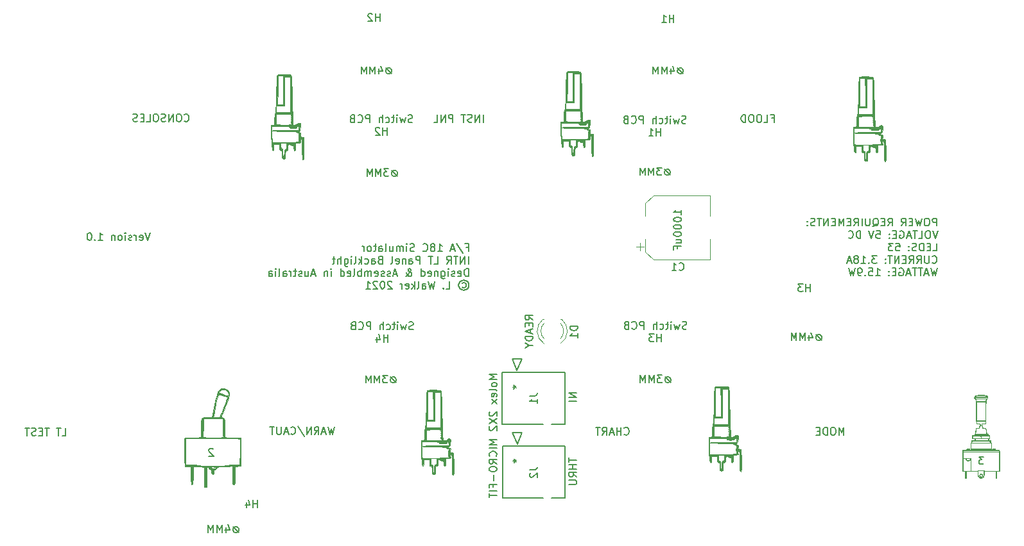
<source format=gbr>
%TF.GenerationSoftware,KiCad,Pcbnew,(5.1.6)-1*%
%TF.CreationDate,2020-11-25T10:01:43+11:00*%
%TF.ProjectId,INTR LT Panel PCB V1,494e5452-204c-4542-9050-616e656c2050,rev?*%
%TF.SameCoordinates,Original*%
%TF.FileFunction,Legend,Bot*%
%TF.FilePolarity,Positive*%
%FSLAX46Y46*%
G04 Gerber Fmt 4.6, Leading zero omitted, Abs format (unit mm)*
G04 Created by KiCad (PCBNEW (5.1.6)-1) date 2020-11-25 10:01:43*
%MOMM*%
%LPD*%
G01*
G04 APERTURE LIST*
%ADD10C,0.150000*%
%ADD11C,0.010000*%
%ADD12C,0.100000*%
%ADD13C,0.152400*%
%ADD14C,0.120000*%
G04 APERTURE END LIST*
D10*
X95567285Y-100858676D02*
X95376809Y-100858676D01*
X95186333Y-100953914D01*
X95091095Y-101144390D01*
X95091095Y-101334866D01*
X95186333Y-101525342D01*
X95376809Y-101620580D01*
X95567285Y-101620580D01*
X95757761Y-101525342D01*
X95853000Y-101334866D01*
X95853000Y-101144390D01*
X95757761Y-100953914D01*
X95567285Y-100858676D01*
X95091095Y-100858676D02*
X95853000Y-101620580D01*
X94710142Y-100620580D02*
X94091095Y-100620580D01*
X94424428Y-101001533D01*
X94281571Y-101001533D01*
X94186333Y-101049152D01*
X94138714Y-101096771D01*
X94091095Y-101192009D01*
X94091095Y-101430104D01*
X94138714Y-101525342D01*
X94186333Y-101572961D01*
X94281571Y-101620580D01*
X94567285Y-101620580D01*
X94662523Y-101572961D01*
X94710142Y-101525342D01*
X93662523Y-101620580D02*
X93662523Y-100620580D01*
X93329190Y-101334866D01*
X92995857Y-100620580D01*
X92995857Y-101620580D01*
X92519666Y-101620580D02*
X92519666Y-100620580D01*
X92186333Y-101334866D01*
X91853000Y-100620580D01*
X91853000Y-101620580D01*
X131762285Y-100833276D02*
X131571809Y-100833276D01*
X131381333Y-100928514D01*
X131286095Y-101118990D01*
X131286095Y-101309466D01*
X131381333Y-101499942D01*
X131571809Y-101595180D01*
X131762285Y-101595180D01*
X131952761Y-101499942D01*
X132048000Y-101309466D01*
X132048000Y-101118990D01*
X131952761Y-100928514D01*
X131762285Y-100833276D01*
X131286095Y-100833276D02*
X132048000Y-101595180D01*
X130905142Y-100595180D02*
X130286095Y-100595180D01*
X130619428Y-100976133D01*
X130476571Y-100976133D01*
X130381333Y-101023752D01*
X130333714Y-101071371D01*
X130286095Y-101166609D01*
X130286095Y-101404704D01*
X130333714Y-101499942D01*
X130381333Y-101547561D01*
X130476571Y-101595180D01*
X130762285Y-101595180D01*
X130857523Y-101547561D01*
X130905142Y-101499942D01*
X129857523Y-101595180D02*
X129857523Y-100595180D01*
X129524190Y-101309466D01*
X129190857Y-100595180D01*
X129190857Y-101595180D01*
X128714666Y-101595180D02*
X128714666Y-100595180D01*
X128381333Y-101309466D01*
X128048000Y-100595180D01*
X128048000Y-101595180D01*
X131711485Y-73426676D02*
X131521009Y-73426676D01*
X131330533Y-73521914D01*
X131235295Y-73712390D01*
X131235295Y-73902866D01*
X131330533Y-74093342D01*
X131521009Y-74188580D01*
X131711485Y-74188580D01*
X131901961Y-74093342D01*
X131997200Y-73902866D01*
X131997200Y-73712390D01*
X131901961Y-73521914D01*
X131711485Y-73426676D01*
X131235295Y-73426676D02*
X131997200Y-74188580D01*
X130854342Y-73188580D02*
X130235295Y-73188580D01*
X130568628Y-73569533D01*
X130425771Y-73569533D01*
X130330533Y-73617152D01*
X130282914Y-73664771D01*
X130235295Y-73760009D01*
X130235295Y-73998104D01*
X130282914Y-74093342D01*
X130330533Y-74140961D01*
X130425771Y-74188580D01*
X130711485Y-74188580D01*
X130806723Y-74140961D01*
X130854342Y-74093342D01*
X129806723Y-74188580D02*
X129806723Y-73188580D01*
X129473390Y-73902866D01*
X129140057Y-73188580D01*
X129140057Y-74188580D01*
X128663866Y-74188580D02*
X128663866Y-73188580D01*
X128330533Y-73902866D01*
X127997200Y-73188580D01*
X127997200Y-74188580D01*
X95719685Y-73553676D02*
X95529209Y-73553676D01*
X95338733Y-73648914D01*
X95243495Y-73839390D01*
X95243495Y-74029866D01*
X95338733Y-74220342D01*
X95529209Y-74315580D01*
X95719685Y-74315580D01*
X95910161Y-74220342D01*
X96005400Y-74029866D01*
X96005400Y-73839390D01*
X95910161Y-73648914D01*
X95719685Y-73553676D01*
X95243495Y-73553676D02*
X96005400Y-74315580D01*
X94862542Y-73315580D02*
X94243495Y-73315580D01*
X94576828Y-73696533D01*
X94433971Y-73696533D01*
X94338733Y-73744152D01*
X94291114Y-73791771D01*
X94243495Y-73887009D01*
X94243495Y-74125104D01*
X94291114Y-74220342D01*
X94338733Y-74267961D01*
X94433971Y-74315580D01*
X94719685Y-74315580D01*
X94814923Y-74267961D01*
X94862542Y-74220342D01*
X93814923Y-74315580D02*
X93814923Y-73315580D01*
X93481590Y-74029866D01*
X93148257Y-73315580D01*
X93148257Y-74315580D01*
X92672066Y-74315580D02*
X92672066Y-73315580D01*
X92338733Y-74029866D01*
X92005400Y-73315580D01*
X92005400Y-74315580D01*
X134143238Y-94474161D02*
X134000380Y-94521780D01*
X133762285Y-94521780D01*
X133667047Y-94474161D01*
X133619428Y-94426542D01*
X133571809Y-94331304D01*
X133571809Y-94236066D01*
X133619428Y-94140828D01*
X133667047Y-94093209D01*
X133762285Y-94045590D01*
X133952761Y-93997971D01*
X134048000Y-93950352D01*
X134095619Y-93902733D01*
X134143238Y-93807495D01*
X134143238Y-93712257D01*
X134095619Y-93617019D01*
X134048000Y-93569400D01*
X133952761Y-93521780D01*
X133714666Y-93521780D01*
X133571809Y-93569400D01*
X133238476Y-93855114D02*
X133048000Y-94521780D01*
X132857523Y-94045590D01*
X132667047Y-94521780D01*
X132476571Y-93855114D01*
X132095619Y-94521780D02*
X132095619Y-93855114D01*
X132095619Y-93521780D02*
X132143238Y-93569400D01*
X132095619Y-93617019D01*
X132048000Y-93569400D01*
X132095619Y-93521780D01*
X132095619Y-93617019D01*
X131762285Y-93855114D02*
X131381333Y-93855114D01*
X131619428Y-93521780D02*
X131619428Y-94378923D01*
X131571809Y-94474161D01*
X131476571Y-94521780D01*
X131381333Y-94521780D01*
X130619428Y-94474161D02*
X130714666Y-94521780D01*
X130905142Y-94521780D01*
X131000380Y-94474161D01*
X131048000Y-94426542D01*
X131095619Y-94331304D01*
X131095619Y-94045590D01*
X131048000Y-93950352D01*
X131000380Y-93902733D01*
X130905142Y-93855114D01*
X130714666Y-93855114D01*
X130619428Y-93902733D01*
X130190857Y-94521780D02*
X130190857Y-93521780D01*
X129762285Y-94521780D02*
X129762285Y-93997971D01*
X129809904Y-93902733D01*
X129905142Y-93855114D01*
X130048000Y-93855114D01*
X130143238Y-93902733D01*
X130190857Y-93950352D01*
X128524190Y-94521780D02*
X128524190Y-93521780D01*
X128143238Y-93521780D01*
X128048000Y-93569400D01*
X128000380Y-93617019D01*
X127952761Y-93712257D01*
X127952761Y-93855114D01*
X128000380Y-93950352D01*
X128048000Y-93997971D01*
X128143238Y-94045590D01*
X128524190Y-94045590D01*
X126952761Y-94426542D02*
X127000380Y-94474161D01*
X127143238Y-94521780D01*
X127238476Y-94521780D01*
X127381333Y-94474161D01*
X127476571Y-94378923D01*
X127524190Y-94283685D01*
X127571809Y-94093209D01*
X127571809Y-93950352D01*
X127524190Y-93759876D01*
X127476571Y-93664638D01*
X127381333Y-93569400D01*
X127238476Y-93521780D01*
X127143238Y-93521780D01*
X127000380Y-93569400D01*
X126952761Y-93617019D01*
X126190857Y-93997971D02*
X126048000Y-94045590D01*
X126000380Y-94093209D01*
X125952761Y-94188447D01*
X125952761Y-94331304D01*
X126000380Y-94426542D01*
X126048000Y-94474161D01*
X126143238Y-94521780D01*
X126524190Y-94521780D01*
X126524190Y-93521780D01*
X126190857Y-93521780D01*
X126095619Y-93569400D01*
X126048000Y-93617019D01*
X126000380Y-93712257D01*
X126000380Y-93807495D01*
X126048000Y-93902733D01*
X126095619Y-93950352D01*
X126190857Y-93997971D01*
X126524190Y-93997971D01*
X130809904Y-96171780D02*
X130809904Y-95171780D01*
X130809904Y-95647971D02*
X130238476Y-95647971D01*
X130238476Y-96171780D02*
X130238476Y-95171780D01*
X129857523Y-95171780D02*
X129238476Y-95171780D01*
X129571809Y-95552733D01*
X129428952Y-95552733D01*
X129333714Y-95600352D01*
X129286095Y-95647971D01*
X129238476Y-95743209D01*
X129238476Y-95981304D01*
X129286095Y-96076542D01*
X129333714Y-96124161D01*
X129428952Y-96171780D01*
X129714666Y-96171780D01*
X129809904Y-96124161D01*
X129857523Y-96076542D01*
X98100638Y-94524961D02*
X97957780Y-94572580D01*
X97719685Y-94572580D01*
X97624447Y-94524961D01*
X97576828Y-94477342D01*
X97529209Y-94382104D01*
X97529209Y-94286866D01*
X97576828Y-94191628D01*
X97624447Y-94144009D01*
X97719685Y-94096390D01*
X97910161Y-94048771D01*
X98005400Y-94001152D01*
X98053019Y-93953533D01*
X98100638Y-93858295D01*
X98100638Y-93763057D01*
X98053019Y-93667819D01*
X98005400Y-93620200D01*
X97910161Y-93572580D01*
X97672066Y-93572580D01*
X97529209Y-93620200D01*
X97195876Y-93905914D02*
X97005400Y-94572580D01*
X96814923Y-94096390D01*
X96624447Y-94572580D01*
X96433971Y-93905914D01*
X96053019Y-94572580D02*
X96053019Y-93905914D01*
X96053019Y-93572580D02*
X96100638Y-93620200D01*
X96053019Y-93667819D01*
X96005400Y-93620200D01*
X96053019Y-93572580D01*
X96053019Y-93667819D01*
X95719685Y-93905914D02*
X95338733Y-93905914D01*
X95576828Y-93572580D02*
X95576828Y-94429723D01*
X95529209Y-94524961D01*
X95433971Y-94572580D01*
X95338733Y-94572580D01*
X94576828Y-94524961D02*
X94672066Y-94572580D01*
X94862542Y-94572580D01*
X94957780Y-94524961D01*
X95005400Y-94477342D01*
X95053019Y-94382104D01*
X95053019Y-94096390D01*
X95005400Y-94001152D01*
X94957780Y-93953533D01*
X94862542Y-93905914D01*
X94672066Y-93905914D01*
X94576828Y-93953533D01*
X94148257Y-94572580D02*
X94148257Y-93572580D01*
X93719685Y-94572580D02*
X93719685Y-94048771D01*
X93767304Y-93953533D01*
X93862542Y-93905914D01*
X94005400Y-93905914D01*
X94100638Y-93953533D01*
X94148257Y-94001152D01*
X92481590Y-94572580D02*
X92481590Y-93572580D01*
X92100638Y-93572580D01*
X92005400Y-93620200D01*
X91957780Y-93667819D01*
X91910161Y-93763057D01*
X91910161Y-93905914D01*
X91957780Y-94001152D01*
X92005400Y-94048771D01*
X92100638Y-94096390D01*
X92481590Y-94096390D01*
X90910161Y-94477342D02*
X90957780Y-94524961D01*
X91100638Y-94572580D01*
X91195876Y-94572580D01*
X91338733Y-94524961D01*
X91433971Y-94429723D01*
X91481590Y-94334485D01*
X91529209Y-94144009D01*
X91529209Y-94001152D01*
X91481590Y-93810676D01*
X91433971Y-93715438D01*
X91338733Y-93620200D01*
X91195876Y-93572580D01*
X91100638Y-93572580D01*
X90957780Y-93620200D01*
X90910161Y-93667819D01*
X90148257Y-94048771D02*
X90005400Y-94096390D01*
X89957780Y-94144009D01*
X89910161Y-94239247D01*
X89910161Y-94382104D01*
X89957780Y-94477342D01*
X90005400Y-94524961D01*
X90100638Y-94572580D01*
X90481590Y-94572580D01*
X90481590Y-93572580D01*
X90148257Y-93572580D01*
X90053019Y-93620200D01*
X90005400Y-93667819D01*
X89957780Y-93763057D01*
X89957780Y-93858295D01*
X90005400Y-93953533D01*
X90053019Y-94001152D01*
X90148257Y-94048771D01*
X90481590Y-94048771D01*
X94767304Y-96222580D02*
X94767304Y-95222580D01*
X94767304Y-95698771D02*
X94195876Y-95698771D01*
X94195876Y-96222580D02*
X94195876Y-95222580D01*
X93291114Y-95555914D02*
X93291114Y-96222580D01*
X93529209Y-95174961D02*
X93767304Y-95889247D01*
X93148257Y-95889247D01*
X97999038Y-67169161D02*
X97856180Y-67216780D01*
X97618085Y-67216780D01*
X97522847Y-67169161D01*
X97475228Y-67121542D01*
X97427609Y-67026304D01*
X97427609Y-66931066D01*
X97475228Y-66835828D01*
X97522847Y-66788209D01*
X97618085Y-66740590D01*
X97808561Y-66692971D01*
X97903800Y-66645352D01*
X97951419Y-66597733D01*
X97999038Y-66502495D01*
X97999038Y-66407257D01*
X97951419Y-66312019D01*
X97903800Y-66264400D01*
X97808561Y-66216780D01*
X97570466Y-66216780D01*
X97427609Y-66264400D01*
X97094276Y-66550114D02*
X96903800Y-67216780D01*
X96713323Y-66740590D01*
X96522847Y-67216780D01*
X96332371Y-66550114D01*
X95951419Y-67216780D02*
X95951419Y-66550114D01*
X95951419Y-66216780D02*
X95999038Y-66264400D01*
X95951419Y-66312019D01*
X95903800Y-66264400D01*
X95951419Y-66216780D01*
X95951419Y-66312019D01*
X95618085Y-66550114D02*
X95237133Y-66550114D01*
X95475228Y-66216780D02*
X95475228Y-67073923D01*
X95427609Y-67169161D01*
X95332371Y-67216780D01*
X95237133Y-67216780D01*
X94475228Y-67169161D02*
X94570466Y-67216780D01*
X94760942Y-67216780D01*
X94856180Y-67169161D01*
X94903800Y-67121542D01*
X94951419Y-67026304D01*
X94951419Y-66740590D01*
X94903800Y-66645352D01*
X94856180Y-66597733D01*
X94760942Y-66550114D01*
X94570466Y-66550114D01*
X94475228Y-66597733D01*
X94046657Y-67216780D02*
X94046657Y-66216780D01*
X93618085Y-67216780D02*
X93618085Y-66692971D01*
X93665704Y-66597733D01*
X93760942Y-66550114D01*
X93903800Y-66550114D01*
X93999038Y-66597733D01*
X94046657Y-66645352D01*
X92379990Y-67216780D02*
X92379990Y-66216780D01*
X91999038Y-66216780D01*
X91903800Y-66264400D01*
X91856180Y-66312019D01*
X91808561Y-66407257D01*
X91808561Y-66550114D01*
X91856180Y-66645352D01*
X91903800Y-66692971D01*
X91999038Y-66740590D01*
X92379990Y-66740590D01*
X90808561Y-67121542D02*
X90856180Y-67169161D01*
X90999038Y-67216780D01*
X91094276Y-67216780D01*
X91237133Y-67169161D01*
X91332371Y-67073923D01*
X91379990Y-66978685D01*
X91427609Y-66788209D01*
X91427609Y-66645352D01*
X91379990Y-66454876D01*
X91332371Y-66359638D01*
X91237133Y-66264400D01*
X91094276Y-66216780D01*
X90999038Y-66216780D01*
X90856180Y-66264400D01*
X90808561Y-66312019D01*
X90046657Y-66692971D02*
X89903800Y-66740590D01*
X89856180Y-66788209D01*
X89808561Y-66883447D01*
X89808561Y-67026304D01*
X89856180Y-67121542D01*
X89903800Y-67169161D01*
X89999038Y-67216780D01*
X90379990Y-67216780D01*
X90379990Y-66216780D01*
X90046657Y-66216780D01*
X89951419Y-66264400D01*
X89903800Y-66312019D01*
X89856180Y-66407257D01*
X89856180Y-66502495D01*
X89903800Y-66597733D01*
X89951419Y-66645352D01*
X90046657Y-66692971D01*
X90379990Y-66692971D01*
X94665704Y-68866780D02*
X94665704Y-67866780D01*
X94665704Y-68342971D02*
X94094276Y-68342971D01*
X94094276Y-68866780D02*
X94094276Y-67866780D01*
X93665704Y-67962019D02*
X93618085Y-67914400D01*
X93522847Y-67866780D01*
X93284752Y-67866780D01*
X93189514Y-67914400D01*
X93141895Y-67962019D01*
X93094276Y-68057257D01*
X93094276Y-68152495D01*
X93141895Y-68295352D01*
X93713323Y-68866780D01*
X93094276Y-68866780D01*
X134067038Y-67296161D02*
X133924180Y-67343780D01*
X133686085Y-67343780D01*
X133590847Y-67296161D01*
X133543228Y-67248542D01*
X133495609Y-67153304D01*
X133495609Y-67058066D01*
X133543228Y-66962828D01*
X133590847Y-66915209D01*
X133686085Y-66867590D01*
X133876561Y-66819971D01*
X133971800Y-66772352D01*
X134019419Y-66724733D01*
X134067038Y-66629495D01*
X134067038Y-66534257D01*
X134019419Y-66439019D01*
X133971800Y-66391400D01*
X133876561Y-66343780D01*
X133638466Y-66343780D01*
X133495609Y-66391400D01*
X133162276Y-66677114D02*
X132971800Y-67343780D01*
X132781323Y-66867590D01*
X132590847Y-67343780D01*
X132400371Y-66677114D01*
X132019419Y-67343780D02*
X132019419Y-66677114D01*
X132019419Y-66343780D02*
X132067038Y-66391400D01*
X132019419Y-66439019D01*
X131971800Y-66391400D01*
X132019419Y-66343780D01*
X132019419Y-66439019D01*
X131686085Y-66677114D02*
X131305133Y-66677114D01*
X131543228Y-66343780D02*
X131543228Y-67200923D01*
X131495609Y-67296161D01*
X131400371Y-67343780D01*
X131305133Y-67343780D01*
X130543228Y-67296161D02*
X130638466Y-67343780D01*
X130828942Y-67343780D01*
X130924180Y-67296161D01*
X130971800Y-67248542D01*
X131019419Y-67153304D01*
X131019419Y-66867590D01*
X130971800Y-66772352D01*
X130924180Y-66724733D01*
X130828942Y-66677114D01*
X130638466Y-66677114D01*
X130543228Y-66724733D01*
X130114657Y-67343780D02*
X130114657Y-66343780D01*
X129686085Y-67343780D02*
X129686085Y-66819971D01*
X129733704Y-66724733D01*
X129828942Y-66677114D01*
X129971800Y-66677114D01*
X130067038Y-66724733D01*
X130114657Y-66772352D01*
X128447990Y-67343780D02*
X128447990Y-66343780D01*
X128067038Y-66343780D01*
X127971800Y-66391400D01*
X127924180Y-66439019D01*
X127876561Y-66534257D01*
X127876561Y-66677114D01*
X127924180Y-66772352D01*
X127971800Y-66819971D01*
X128067038Y-66867590D01*
X128447990Y-66867590D01*
X126876561Y-67248542D02*
X126924180Y-67296161D01*
X127067038Y-67343780D01*
X127162276Y-67343780D01*
X127305133Y-67296161D01*
X127400371Y-67200923D01*
X127447990Y-67105685D01*
X127495609Y-66915209D01*
X127495609Y-66772352D01*
X127447990Y-66581876D01*
X127400371Y-66486638D01*
X127305133Y-66391400D01*
X127162276Y-66343780D01*
X127067038Y-66343780D01*
X126924180Y-66391400D01*
X126876561Y-66439019D01*
X126114657Y-66819971D02*
X125971800Y-66867590D01*
X125924180Y-66915209D01*
X125876561Y-67010447D01*
X125876561Y-67153304D01*
X125924180Y-67248542D01*
X125971800Y-67296161D01*
X126067038Y-67343780D01*
X126447990Y-67343780D01*
X126447990Y-66343780D01*
X126114657Y-66343780D01*
X126019419Y-66391400D01*
X125971800Y-66439019D01*
X125924180Y-66534257D01*
X125924180Y-66629495D01*
X125971800Y-66724733D01*
X126019419Y-66772352D01*
X126114657Y-66819971D01*
X126447990Y-66819971D01*
X130733704Y-68993780D02*
X130733704Y-67993780D01*
X130733704Y-68469971D02*
X130162276Y-68469971D01*
X130162276Y-68993780D02*
X130162276Y-67993780D01*
X129162276Y-68993780D02*
X129733704Y-68993780D01*
X129447990Y-68993780D02*
X129447990Y-67993780D01*
X129543228Y-68136638D01*
X129638466Y-68231876D01*
X129733704Y-68279495D01*
X77571504Y-118105180D02*
X77571504Y-117105180D01*
X77571504Y-117581371D02*
X77000076Y-117581371D01*
X77000076Y-118105180D02*
X77000076Y-117105180D01*
X76095314Y-117438514D02*
X76095314Y-118105180D01*
X76333409Y-117057561D02*
X76571504Y-117771847D01*
X75952457Y-117771847D01*
X150444104Y-89555580D02*
X150444104Y-88555580D01*
X150444104Y-89031771D02*
X149872676Y-89031771D01*
X149872676Y-89555580D02*
X149872676Y-88555580D01*
X149491723Y-88555580D02*
X148872676Y-88555580D01*
X149206009Y-88936533D01*
X149063152Y-88936533D01*
X148967914Y-88984152D01*
X148920295Y-89031771D01*
X148872676Y-89127009D01*
X148872676Y-89365104D01*
X148920295Y-89460342D01*
X148967914Y-89507961D01*
X149063152Y-89555580D01*
X149348866Y-89555580D01*
X149444104Y-89507961D01*
X149491723Y-89460342D01*
X93700504Y-53843180D02*
X93700504Y-52843180D01*
X93700504Y-53319371D02*
X93129076Y-53319371D01*
X93129076Y-53843180D02*
X93129076Y-52843180D01*
X92700504Y-52938419D02*
X92652885Y-52890800D01*
X92557647Y-52843180D01*
X92319552Y-52843180D01*
X92224314Y-52890800D01*
X92176695Y-52938419D01*
X92129076Y-53033657D01*
X92129076Y-53128895D01*
X92176695Y-53271752D01*
X92748123Y-53843180D01*
X92129076Y-53843180D01*
X132460904Y-53995580D02*
X132460904Y-52995580D01*
X132460904Y-53471771D02*
X131889476Y-53471771D01*
X131889476Y-53995580D02*
X131889476Y-52995580D01*
X130889476Y-53995580D02*
X131460904Y-53995580D01*
X131175190Y-53995580D02*
X131175190Y-52995580D01*
X131270428Y-53138438D01*
X131365666Y-53233676D01*
X131460904Y-53281295D01*
X71710514Y-110393219D02*
X71662895Y-110345600D01*
X71567657Y-110297980D01*
X71329561Y-110297980D01*
X71234323Y-110345600D01*
X71186704Y-110393219D01*
X71139085Y-110488457D01*
X71139085Y-110583695D01*
X71186704Y-110726552D01*
X71758133Y-111297980D01*
X71139085Y-111297980D01*
X154895323Y-108503980D02*
X154895323Y-107503980D01*
X154561990Y-108218266D01*
X154228657Y-107503980D01*
X154228657Y-108503980D01*
X153561990Y-107503980D02*
X153371514Y-107503980D01*
X153276276Y-107551600D01*
X153181038Y-107646838D01*
X153133419Y-107837314D01*
X153133419Y-108170647D01*
X153181038Y-108361123D01*
X153276276Y-108456361D01*
X153371514Y-108503980D01*
X153561990Y-108503980D01*
X153657228Y-108456361D01*
X153752466Y-108361123D01*
X153800085Y-108170647D01*
X153800085Y-107837314D01*
X153752466Y-107646838D01*
X153657228Y-107551600D01*
X153561990Y-107503980D01*
X152704847Y-108503980D02*
X152704847Y-107503980D01*
X152466752Y-107503980D01*
X152323895Y-107551600D01*
X152228657Y-107646838D01*
X152181038Y-107742076D01*
X152133419Y-107932552D01*
X152133419Y-108075409D01*
X152181038Y-108265885D01*
X152228657Y-108361123D01*
X152323895Y-108456361D01*
X152466752Y-108503980D01*
X152704847Y-108503980D01*
X151704847Y-107980171D02*
X151371514Y-107980171D01*
X151228657Y-108503980D02*
X151704847Y-108503980D01*
X151704847Y-107503980D01*
X151228657Y-107503980D01*
X125933009Y-108408742D02*
X125980628Y-108456361D01*
X126123485Y-108503980D01*
X126218723Y-108503980D01*
X126361580Y-108456361D01*
X126456819Y-108361123D01*
X126504438Y-108265885D01*
X126552057Y-108075409D01*
X126552057Y-107932552D01*
X126504438Y-107742076D01*
X126456819Y-107646838D01*
X126361580Y-107551600D01*
X126218723Y-107503980D01*
X126123485Y-107503980D01*
X125980628Y-107551600D01*
X125933009Y-107599219D01*
X125504438Y-108503980D02*
X125504438Y-107503980D01*
X125504438Y-107980171D02*
X124933009Y-107980171D01*
X124933009Y-108503980D02*
X124933009Y-107503980D01*
X124504438Y-108218266D02*
X124028247Y-108218266D01*
X124599676Y-108503980D02*
X124266342Y-107503980D01*
X123933009Y-108503980D01*
X123028247Y-108503980D02*
X123361580Y-108027790D01*
X123599676Y-108503980D02*
X123599676Y-107503980D01*
X123218723Y-107503980D01*
X123123485Y-107551600D01*
X123075866Y-107599219D01*
X123028247Y-107694457D01*
X123028247Y-107837314D01*
X123075866Y-107932552D01*
X123123485Y-107980171D01*
X123218723Y-108027790D01*
X123599676Y-108027790D01*
X122742533Y-107503980D02*
X122171104Y-107503980D01*
X122456819Y-108503980D02*
X122456819Y-107503980D01*
X87727895Y-107427780D02*
X87489800Y-108427780D01*
X87299323Y-107713495D01*
X87108847Y-108427780D01*
X86870752Y-107427780D01*
X86537419Y-108142066D02*
X86061228Y-108142066D01*
X86632657Y-108427780D02*
X86299323Y-107427780D01*
X85965990Y-108427780D01*
X85061228Y-108427780D02*
X85394561Y-107951590D01*
X85632657Y-108427780D02*
X85632657Y-107427780D01*
X85251704Y-107427780D01*
X85156466Y-107475400D01*
X85108847Y-107523019D01*
X85061228Y-107618257D01*
X85061228Y-107761114D01*
X85108847Y-107856352D01*
X85156466Y-107903971D01*
X85251704Y-107951590D01*
X85632657Y-107951590D01*
X84632657Y-108427780D02*
X84632657Y-107427780D01*
X84061228Y-108427780D01*
X84061228Y-107427780D01*
X82870752Y-107380161D02*
X83727895Y-108665876D01*
X81965990Y-108332542D02*
X82013609Y-108380161D01*
X82156466Y-108427780D01*
X82251704Y-108427780D01*
X82394561Y-108380161D01*
X82489800Y-108284923D01*
X82537419Y-108189685D01*
X82585038Y-107999209D01*
X82585038Y-107856352D01*
X82537419Y-107665876D01*
X82489800Y-107570638D01*
X82394561Y-107475400D01*
X82251704Y-107427780D01*
X82156466Y-107427780D01*
X82013609Y-107475400D01*
X81965990Y-107523019D01*
X81585038Y-108142066D02*
X81108847Y-108142066D01*
X81680276Y-108427780D02*
X81346942Y-107427780D01*
X81013609Y-108427780D01*
X80680276Y-107427780D02*
X80680276Y-108237304D01*
X80632657Y-108332542D01*
X80585038Y-108380161D01*
X80489800Y-108427780D01*
X80299323Y-108427780D01*
X80204085Y-108380161D01*
X80156466Y-108332542D01*
X80108847Y-108237304D01*
X80108847Y-107427780D01*
X79775514Y-107427780D02*
X79204085Y-107427780D01*
X79489800Y-108427780D02*
X79489800Y-107427780D01*
X51799857Y-108580180D02*
X52276047Y-108580180D01*
X52276047Y-107580180D01*
X51609380Y-107580180D02*
X51037952Y-107580180D01*
X51323666Y-108580180D02*
X51323666Y-107580180D01*
X50085571Y-107580180D02*
X49514142Y-107580180D01*
X49799857Y-108580180D02*
X49799857Y-107580180D01*
X49180809Y-108056371D02*
X48847476Y-108056371D01*
X48704619Y-108580180D02*
X49180809Y-108580180D01*
X49180809Y-107580180D01*
X48704619Y-107580180D01*
X48323666Y-108532561D02*
X48180809Y-108580180D01*
X47942714Y-108580180D01*
X47847476Y-108532561D01*
X47799857Y-108484942D01*
X47752238Y-108389704D01*
X47752238Y-108294466D01*
X47799857Y-108199228D01*
X47847476Y-108151609D01*
X47942714Y-108103990D01*
X48133190Y-108056371D01*
X48228428Y-108008752D01*
X48276047Y-107961133D01*
X48323666Y-107865895D01*
X48323666Y-107770657D01*
X48276047Y-107675419D01*
X48228428Y-107627800D01*
X48133190Y-107580180D01*
X47895095Y-107580180D01*
X47752238Y-107627800D01*
X47466523Y-107580180D02*
X46895095Y-107580180D01*
X47180809Y-108580180D02*
X47180809Y-107580180D01*
X145344923Y-66654371D02*
X145678257Y-66654371D01*
X145678257Y-67178180D02*
X145678257Y-66178180D01*
X145202066Y-66178180D01*
X144344923Y-67178180D02*
X144821114Y-67178180D01*
X144821114Y-66178180D01*
X143821114Y-66178180D02*
X143630638Y-66178180D01*
X143535400Y-66225800D01*
X143440161Y-66321038D01*
X143392542Y-66511514D01*
X143392542Y-66844847D01*
X143440161Y-67035323D01*
X143535400Y-67130561D01*
X143630638Y-67178180D01*
X143821114Y-67178180D01*
X143916352Y-67130561D01*
X144011590Y-67035323D01*
X144059209Y-66844847D01*
X144059209Y-66511514D01*
X144011590Y-66321038D01*
X143916352Y-66225800D01*
X143821114Y-66178180D01*
X142773495Y-66178180D02*
X142583019Y-66178180D01*
X142487780Y-66225800D01*
X142392542Y-66321038D01*
X142344923Y-66511514D01*
X142344923Y-66844847D01*
X142392542Y-67035323D01*
X142487780Y-67130561D01*
X142583019Y-67178180D01*
X142773495Y-67178180D01*
X142868733Y-67130561D01*
X142963971Y-67035323D01*
X143011590Y-66844847D01*
X143011590Y-66511514D01*
X142963971Y-66321038D01*
X142868733Y-66225800D01*
X142773495Y-66178180D01*
X141916352Y-67178180D02*
X141916352Y-66178180D01*
X141678257Y-66178180D01*
X141535400Y-66225800D01*
X141440161Y-66321038D01*
X141392542Y-66416276D01*
X141344923Y-66606752D01*
X141344923Y-66749609D01*
X141392542Y-66940085D01*
X141440161Y-67035323D01*
X141535400Y-67130561D01*
X141678257Y-67178180D01*
X141916352Y-67178180D01*
X107330476Y-67178180D02*
X107330476Y-66178180D01*
X106854285Y-67178180D02*
X106854285Y-66178180D01*
X106282857Y-67178180D01*
X106282857Y-66178180D01*
X105854285Y-67130561D02*
X105711428Y-67178180D01*
X105473333Y-67178180D01*
X105378095Y-67130561D01*
X105330476Y-67082942D01*
X105282857Y-66987704D01*
X105282857Y-66892466D01*
X105330476Y-66797228D01*
X105378095Y-66749609D01*
X105473333Y-66701990D01*
X105663809Y-66654371D01*
X105759047Y-66606752D01*
X105806666Y-66559133D01*
X105854285Y-66463895D01*
X105854285Y-66368657D01*
X105806666Y-66273419D01*
X105759047Y-66225800D01*
X105663809Y-66178180D01*
X105425714Y-66178180D01*
X105282857Y-66225800D01*
X104997142Y-66178180D02*
X104425714Y-66178180D01*
X104711428Y-67178180D02*
X104711428Y-66178180D01*
X103330476Y-67178180D02*
X103330476Y-66178180D01*
X102949523Y-66178180D01*
X102854285Y-66225800D01*
X102806666Y-66273419D01*
X102759047Y-66368657D01*
X102759047Y-66511514D01*
X102806666Y-66606752D01*
X102854285Y-66654371D01*
X102949523Y-66701990D01*
X103330476Y-66701990D01*
X102330476Y-67178180D02*
X102330476Y-66178180D01*
X101759047Y-67178180D01*
X101759047Y-66178180D01*
X100806666Y-67178180D02*
X101282857Y-67178180D01*
X101282857Y-66178180D01*
X67917628Y-67006742D02*
X67965247Y-67054361D01*
X68108104Y-67101980D01*
X68203342Y-67101980D01*
X68346200Y-67054361D01*
X68441438Y-66959123D01*
X68489057Y-66863885D01*
X68536676Y-66673409D01*
X68536676Y-66530552D01*
X68489057Y-66340076D01*
X68441438Y-66244838D01*
X68346200Y-66149600D01*
X68203342Y-66101980D01*
X68108104Y-66101980D01*
X67965247Y-66149600D01*
X67917628Y-66197219D01*
X67298580Y-66101980D02*
X67108104Y-66101980D01*
X67012866Y-66149600D01*
X66917628Y-66244838D01*
X66870009Y-66435314D01*
X66870009Y-66768647D01*
X66917628Y-66959123D01*
X67012866Y-67054361D01*
X67108104Y-67101980D01*
X67298580Y-67101980D01*
X67393819Y-67054361D01*
X67489057Y-66959123D01*
X67536676Y-66768647D01*
X67536676Y-66435314D01*
X67489057Y-66244838D01*
X67393819Y-66149600D01*
X67298580Y-66101980D01*
X66441438Y-67101980D02*
X66441438Y-66101980D01*
X65870009Y-67101980D01*
X65870009Y-66101980D01*
X65441438Y-67054361D02*
X65298580Y-67101980D01*
X65060485Y-67101980D01*
X64965247Y-67054361D01*
X64917628Y-67006742D01*
X64870009Y-66911504D01*
X64870009Y-66816266D01*
X64917628Y-66721028D01*
X64965247Y-66673409D01*
X65060485Y-66625790D01*
X65250961Y-66578171D01*
X65346200Y-66530552D01*
X65393819Y-66482933D01*
X65441438Y-66387695D01*
X65441438Y-66292457D01*
X65393819Y-66197219D01*
X65346200Y-66149600D01*
X65250961Y-66101980D01*
X65012866Y-66101980D01*
X64870009Y-66149600D01*
X64250961Y-66101980D02*
X64060485Y-66101980D01*
X63965247Y-66149600D01*
X63870009Y-66244838D01*
X63822390Y-66435314D01*
X63822390Y-66768647D01*
X63870009Y-66959123D01*
X63965247Y-67054361D01*
X64060485Y-67101980D01*
X64250961Y-67101980D01*
X64346200Y-67054361D01*
X64441438Y-66959123D01*
X64489057Y-66768647D01*
X64489057Y-66435314D01*
X64441438Y-66244838D01*
X64346200Y-66149600D01*
X64250961Y-66101980D01*
X62917628Y-67101980D02*
X63393819Y-67101980D01*
X63393819Y-66101980D01*
X62584295Y-66578171D02*
X62250961Y-66578171D01*
X62108104Y-67101980D02*
X62584295Y-67101980D01*
X62584295Y-66101980D01*
X62108104Y-66101980D01*
X61727152Y-67054361D02*
X61584295Y-67101980D01*
X61346200Y-67101980D01*
X61250961Y-67054361D01*
X61203342Y-67006742D01*
X61155723Y-66911504D01*
X61155723Y-66816266D01*
X61203342Y-66721028D01*
X61250961Y-66673409D01*
X61346200Y-66625790D01*
X61536676Y-66578171D01*
X61631914Y-66530552D01*
X61679533Y-66482933D01*
X61727152Y-66387695D01*
X61727152Y-66292457D01*
X61679533Y-66197219D01*
X61631914Y-66149600D01*
X61536676Y-66101980D01*
X61298580Y-66101980D01*
X61155723Y-66149600D01*
X109113580Y-100488171D02*
X108113580Y-100488171D01*
X108827866Y-100821504D01*
X108113580Y-101154838D01*
X109113580Y-101154838D01*
X109113580Y-101773885D02*
X109065961Y-101678647D01*
X109018342Y-101631028D01*
X108923104Y-101583409D01*
X108637390Y-101583409D01*
X108542152Y-101631028D01*
X108494533Y-101678647D01*
X108446914Y-101773885D01*
X108446914Y-101916742D01*
X108494533Y-102011980D01*
X108542152Y-102059600D01*
X108637390Y-102107219D01*
X108923104Y-102107219D01*
X109018342Y-102059600D01*
X109065961Y-102011980D01*
X109113580Y-101916742D01*
X109113580Y-101773885D01*
X109113580Y-102678647D02*
X109065961Y-102583409D01*
X108970723Y-102535790D01*
X108113580Y-102535790D01*
X109065961Y-103440552D02*
X109113580Y-103345314D01*
X109113580Y-103154838D01*
X109065961Y-103059600D01*
X108970723Y-103011980D01*
X108589771Y-103011980D01*
X108494533Y-103059600D01*
X108446914Y-103154838D01*
X108446914Y-103345314D01*
X108494533Y-103440552D01*
X108589771Y-103488171D01*
X108685009Y-103488171D01*
X108780247Y-103011980D01*
X109113580Y-103821504D02*
X108446914Y-104345314D01*
X108446914Y-103821504D02*
X109113580Y-104345314D01*
X108208819Y-105440552D02*
X108161200Y-105488171D01*
X108113580Y-105583409D01*
X108113580Y-105821504D01*
X108161200Y-105916742D01*
X108208819Y-105964361D01*
X108304057Y-106011980D01*
X108399295Y-106011980D01*
X108542152Y-105964361D01*
X109113580Y-105392933D01*
X109113580Y-106011980D01*
X108113580Y-106345314D02*
X109113580Y-107011980D01*
X108113580Y-107011980D02*
X109113580Y-106345314D01*
X108208819Y-107345314D02*
X108161200Y-107392933D01*
X108113580Y-107488171D01*
X108113580Y-107726266D01*
X108161200Y-107821504D01*
X108208819Y-107869123D01*
X108304057Y-107916742D01*
X108399295Y-107916742D01*
X108542152Y-107869123D01*
X109113580Y-107297695D01*
X109113580Y-107916742D01*
X109113580Y-109107219D02*
X108113580Y-109107219D01*
X108827866Y-109440552D01*
X108113580Y-109773885D01*
X109113580Y-109773885D01*
X109113580Y-110250076D02*
X108113580Y-110250076D01*
X109018342Y-111297695D02*
X109065961Y-111250076D01*
X109113580Y-111107219D01*
X109113580Y-111011980D01*
X109065961Y-110869123D01*
X108970723Y-110773885D01*
X108875485Y-110726266D01*
X108685009Y-110678647D01*
X108542152Y-110678647D01*
X108351676Y-110726266D01*
X108256438Y-110773885D01*
X108161200Y-110869123D01*
X108113580Y-111011980D01*
X108113580Y-111107219D01*
X108161200Y-111250076D01*
X108208819Y-111297695D01*
X109113580Y-112297695D02*
X108637390Y-111964361D01*
X109113580Y-111726266D02*
X108113580Y-111726266D01*
X108113580Y-112107219D01*
X108161200Y-112202457D01*
X108208819Y-112250076D01*
X108304057Y-112297695D01*
X108446914Y-112297695D01*
X108542152Y-112250076D01*
X108589771Y-112202457D01*
X108637390Y-112107219D01*
X108637390Y-111726266D01*
X108113580Y-112916742D02*
X108113580Y-113107219D01*
X108161200Y-113202457D01*
X108256438Y-113297695D01*
X108446914Y-113345314D01*
X108780247Y-113345314D01*
X108970723Y-113297695D01*
X109065961Y-113202457D01*
X109113580Y-113107219D01*
X109113580Y-112916742D01*
X109065961Y-112821504D01*
X108970723Y-112726266D01*
X108780247Y-112678647D01*
X108446914Y-112678647D01*
X108256438Y-112726266D01*
X108161200Y-112821504D01*
X108113580Y-112916742D01*
X108732628Y-113773885D02*
X108732628Y-114535790D01*
X108589771Y-115345314D02*
X108589771Y-115011980D01*
X109113580Y-115011980D02*
X108113580Y-115011980D01*
X108113580Y-115488171D01*
X109113580Y-115869123D02*
X108113580Y-115869123D01*
X108113580Y-116202457D02*
X108113580Y-116773885D01*
X109113580Y-116488171D02*
X108113580Y-116488171D01*
X133446780Y-79383190D02*
X133446780Y-78811761D01*
X133446780Y-79097476D02*
X132446780Y-79097476D01*
X132589638Y-79002238D01*
X132684876Y-78907000D01*
X132732495Y-78811761D01*
X132446780Y-80002238D02*
X132446780Y-80097476D01*
X132494400Y-80192714D01*
X132542019Y-80240333D01*
X132637257Y-80287952D01*
X132827733Y-80335571D01*
X133065828Y-80335571D01*
X133256304Y-80287952D01*
X133351542Y-80240333D01*
X133399161Y-80192714D01*
X133446780Y-80097476D01*
X133446780Y-80002238D01*
X133399161Y-79907000D01*
X133351542Y-79859380D01*
X133256304Y-79811761D01*
X133065828Y-79764142D01*
X132827733Y-79764142D01*
X132637257Y-79811761D01*
X132542019Y-79859380D01*
X132494400Y-79907000D01*
X132446780Y-80002238D01*
X132446780Y-80954619D02*
X132446780Y-81049857D01*
X132494400Y-81145095D01*
X132542019Y-81192714D01*
X132637257Y-81240333D01*
X132827733Y-81287952D01*
X133065828Y-81287952D01*
X133256304Y-81240333D01*
X133351542Y-81192714D01*
X133399161Y-81145095D01*
X133446780Y-81049857D01*
X133446780Y-80954619D01*
X133399161Y-80859380D01*
X133351542Y-80811761D01*
X133256304Y-80764142D01*
X133065828Y-80716523D01*
X132827733Y-80716523D01*
X132637257Y-80764142D01*
X132542019Y-80811761D01*
X132494400Y-80859380D01*
X132446780Y-80954619D01*
X132446780Y-81907000D02*
X132446780Y-82002238D01*
X132494400Y-82097476D01*
X132542019Y-82145095D01*
X132637257Y-82192714D01*
X132827733Y-82240333D01*
X133065828Y-82240333D01*
X133256304Y-82192714D01*
X133351542Y-82145095D01*
X133399161Y-82097476D01*
X133446780Y-82002238D01*
X133446780Y-81907000D01*
X133399161Y-81811761D01*
X133351542Y-81764142D01*
X133256304Y-81716523D01*
X133065828Y-81668904D01*
X132827733Y-81668904D01*
X132637257Y-81716523D01*
X132542019Y-81764142D01*
X132494400Y-81811761D01*
X132446780Y-81907000D01*
X132780114Y-83097476D02*
X133446780Y-83097476D01*
X132780114Y-82668904D02*
X133303923Y-82668904D01*
X133399161Y-82716523D01*
X133446780Y-82811761D01*
X133446780Y-82954619D01*
X133399161Y-83049857D01*
X133351542Y-83097476D01*
X132922971Y-83907000D02*
X132922971Y-83573666D01*
X133446780Y-83573666D02*
X132446780Y-83573666D01*
X132446780Y-84049857D01*
X113863380Y-93292800D02*
X113387190Y-92959466D01*
X113863380Y-92721371D02*
X112863380Y-92721371D01*
X112863380Y-93102323D01*
X112911000Y-93197561D01*
X112958619Y-93245180D01*
X113053857Y-93292800D01*
X113196714Y-93292800D01*
X113291952Y-93245180D01*
X113339571Y-93197561D01*
X113387190Y-93102323D01*
X113387190Y-92721371D01*
X113339571Y-93721371D02*
X113339571Y-94054704D01*
X113863380Y-94197561D02*
X113863380Y-93721371D01*
X112863380Y-93721371D01*
X112863380Y-94197561D01*
X113577666Y-94578514D02*
X113577666Y-95054704D01*
X113863380Y-94483276D02*
X112863380Y-94816609D01*
X113863380Y-95149942D01*
X113863380Y-95483276D02*
X112863380Y-95483276D01*
X112863380Y-95721371D01*
X112911000Y-95864228D01*
X113006238Y-95959466D01*
X113101476Y-96007085D01*
X113291952Y-96054704D01*
X113434809Y-96054704D01*
X113625285Y-96007085D01*
X113720523Y-95959466D01*
X113815761Y-95864228D01*
X113863380Y-95721371D01*
X113863380Y-95483276D01*
X113387190Y-96673752D02*
X113863380Y-96673752D01*
X112863380Y-96340419D02*
X113387190Y-96673752D01*
X112863380Y-97007085D01*
X118654580Y-111526866D02*
X118654580Y-112098295D01*
X119654580Y-111812580D02*
X118654580Y-111812580D01*
X119654580Y-112431628D02*
X118654580Y-112431628D01*
X119130771Y-112431628D02*
X119130771Y-113003057D01*
X119654580Y-113003057D02*
X118654580Y-113003057D01*
X119654580Y-114050676D02*
X119178390Y-113717342D01*
X119654580Y-113479247D02*
X118654580Y-113479247D01*
X118654580Y-113860200D01*
X118702200Y-113955438D01*
X118749819Y-114003057D01*
X118845057Y-114050676D01*
X118987914Y-114050676D01*
X119083152Y-114003057D01*
X119130771Y-113955438D01*
X119178390Y-113860200D01*
X119178390Y-113479247D01*
X118654580Y-114479247D02*
X119464104Y-114479247D01*
X119559342Y-114526866D01*
X119606961Y-114574485D01*
X119654580Y-114669723D01*
X119654580Y-114860200D01*
X119606961Y-114955438D01*
X119559342Y-115003057D01*
X119464104Y-115050676D01*
X118654580Y-115050676D01*
X118597419Y-104028809D02*
X119597419Y-104028809D01*
X118597419Y-103552619D02*
X119597419Y-103552619D01*
X118597419Y-102981190D01*
X119597419Y-102981190D01*
X94957685Y-60040876D02*
X94767209Y-60040876D01*
X94576733Y-60136114D01*
X94481495Y-60326590D01*
X94481495Y-60517066D01*
X94576733Y-60707542D01*
X94767209Y-60802780D01*
X94957685Y-60802780D01*
X95148161Y-60707542D01*
X95243400Y-60517066D01*
X95243400Y-60326590D01*
X95148161Y-60136114D01*
X94957685Y-60040876D01*
X94481495Y-60040876D02*
X95243400Y-60802780D01*
X93576733Y-60136114D02*
X93576733Y-60802780D01*
X93814828Y-59755161D02*
X94052923Y-60469447D01*
X93433876Y-60469447D01*
X93052923Y-60802780D02*
X93052923Y-59802780D01*
X92719590Y-60517066D01*
X92386257Y-59802780D01*
X92386257Y-60802780D01*
X91910066Y-60802780D02*
X91910066Y-59802780D01*
X91576733Y-60517066D01*
X91243400Y-59802780D01*
X91243400Y-60802780D01*
X151675885Y-95245276D02*
X151485409Y-95245276D01*
X151294933Y-95340514D01*
X151199695Y-95530990D01*
X151199695Y-95721466D01*
X151294933Y-95911942D01*
X151485409Y-96007180D01*
X151675885Y-96007180D01*
X151866361Y-95911942D01*
X151961600Y-95721466D01*
X151961600Y-95530990D01*
X151866361Y-95340514D01*
X151675885Y-95245276D01*
X151199695Y-95245276D02*
X151961600Y-96007180D01*
X150294933Y-95340514D02*
X150294933Y-96007180D01*
X150533028Y-94959561D02*
X150771123Y-95673847D01*
X150152076Y-95673847D01*
X149771123Y-96007180D02*
X149771123Y-95007180D01*
X149437790Y-95721466D01*
X149104457Y-95007180D01*
X149104457Y-96007180D01*
X148628266Y-96007180D02*
X148628266Y-95007180D01*
X148294933Y-95721466D01*
X147961600Y-95007180D01*
X147961600Y-96007180D01*
X74790085Y-120619876D02*
X74599609Y-120619876D01*
X74409133Y-120715114D01*
X74313895Y-120905590D01*
X74313895Y-121096066D01*
X74409133Y-121286542D01*
X74599609Y-121381780D01*
X74790085Y-121381780D01*
X74980561Y-121286542D01*
X75075800Y-121096066D01*
X75075800Y-120905590D01*
X74980561Y-120715114D01*
X74790085Y-120619876D01*
X74313895Y-120619876D02*
X75075800Y-121381780D01*
X73409133Y-120715114D02*
X73409133Y-121381780D01*
X73647228Y-120334161D02*
X73885323Y-121048447D01*
X73266276Y-121048447D01*
X72885323Y-121381780D02*
X72885323Y-120381780D01*
X72551990Y-121096066D01*
X72218657Y-120381780D01*
X72218657Y-121381780D01*
X71742466Y-121381780D02*
X71742466Y-120381780D01*
X71409133Y-121096066D01*
X71075800Y-120381780D01*
X71075800Y-121381780D01*
X63397876Y-81773780D02*
X63064542Y-82773780D01*
X62731209Y-81773780D01*
X62016923Y-82726161D02*
X62112161Y-82773780D01*
X62302638Y-82773780D01*
X62397876Y-82726161D01*
X62445495Y-82630923D01*
X62445495Y-82249971D01*
X62397876Y-82154733D01*
X62302638Y-82107114D01*
X62112161Y-82107114D01*
X62016923Y-82154733D01*
X61969304Y-82249971D01*
X61969304Y-82345209D01*
X62445495Y-82440447D01*
X61540733Y-82773780D02*
X61540733Y-82107114D01*
X61540733Y-82297590D02*
X61493114Y-82202352D01*
X61445495Y-82154733D01*
X61350257Y-82107114D01*
X61255019Y-82107114D01*
X60969304Y-82726161D02*
X60874066Y-82773780D01*
X60683590Y-82773780D01*
X60588352Y-82726161D01*
X60540733Y-82630923D01*
X60540733Y-82583304D01*
X60588352Y-82488066D01*
X60683590Y-82440447D01*
X60826447Y-82440447D01*
X60921685Y-82392828D01*
X60969304Y-82297590D01*
X60969304Y-82249971D01*
X60921685Y-82154733D01*
X60826447Y-82107114D01*
X60683590Y-82107114D01*
X60588352Y-82154733D01*
X60112161Y-82773780D02*
X60112161Y-82107114D01*
X60112161Y-81773780D02*
X60159780Y-81821400D01*
X60112161Y-81869019D01*
X60064542Y-81821400D01*
X60112161Y-81773780D01*
X60112161Y-81869019D01*
X59493114Y-82773780D02*
X59588352Y-82726161D01*
X59635971Y-82678542D01*
X59683590Y-82583304D01*
X59683590Y-82297590D01*
X59635971Y-82202352D01*
X59588352Y-82154733D01*
X59493114Y-82107114D01*
X59350257Y-82107114D01*
X59255019Y-82154733D01*
X59207400Y-82202352D01*
X59159780Y-82297590D01*
X59159780Y-82583304D01*
X59207400Y-82678542D01*
X59255019Y-82726161D01*
X59350257Y-82773780D01*
X59493114Y-82773780D01*
X58731209Y-82107114D02*
X58731209Y-82773780D01*
X58731209Y-82202352D02*
X58683590Y-82154733D01*
X58588352Y-82107114D01*
X58445495Y-82107114D01*
X58350257Y-82154733D01*
X58302638Y-82249971D01*
X58302638Y-82773780D01*
X56540733Y-82773780D02*
X57112161Y-82773780D01*
X56826447Y-82773780D02*
X56826447Y-81773780D01*
X56921685Y-81916638D01*
X57016923Y-82011876D01*
X57112161Y-82059495D01*
X56112161Y-82678542D02*
X56064542Y-82726161D01*
X56112161Y-82773780D01*
X56159780Y-82726161D01*
X56112161Y-82678542D01*
X56112161Y-82773780D01*
X55445495Y-81773780D02*
X55350257Y-81773780D01*
X55255019Y-81821400D01*
X55207400Y-81869019D01*
X55159780Y-81964257D01*
X55112161Y-82154733D01*
X55112161Y-82392828D01*
X55159780Y-82583304D01*
X55207400Y-82678542D01*
X55255019Y-82726161D01*
X55350257Y-82773780D01*
X55445495Y-82773780D01*
X55540733Y-82726161D01*
X55588352Y-82678542D01*
X55635971Y-82583304D01*
X55683590Y-82392828D01*
X55683590Y-82154733D01*
X55635971Y-81964257D01*
X55588352Y-81869019D01*
X55540733Y-81821400D01*
X55445495Y-81773780D01*
X133438685Y-60040876D02*
X133248209Y-60040876D01*
X133057733Y-60136114D01*
X132962495Y-60326590D01*
X132962495Y-60517066D01*
X133057733Y-60707542D01*
X133248209Y-60802780D01*
X133438685Y-60802780D01*
X133629161Y-60707542D01*
X133724400Y-60517066D01*
X133724400Y-60326590D01*
X133629161Y-60136114D01*
X133438685Y-60040876D01*
X132962495Y-60040876D02*
X133724400Y-60802780D01*
X132057733Y-60136114D02*
X132057733Y-60802780D01*
X132295828Y-59755161D02*
X132533923Y-60469447D01*
X131914876Y-60469447D01*
X131533923Y-60802780D02*
X131533923Y-59802780D01*
X131200590Y-60517066D01*
X130867257Y-59802780D01*
X130867257Y-60802780D01*
X130391066Y-60802780D02*
X130391066Y-59802780D01*
X130057733Y-60517066D01*
X129724400Y-59802780D01*
X129724400Y-60802780D01*
X167126604Y-80870780D02*
X167126604Y-79870780D01*
X166745652Y-79870780D01*
X166650414Y-79918400D01*
X166602795Y-79966019D01*
X166555176Y-80061257D01*
X166555176Y-80204114D01*
X166602795Y-80299352D01*
X166650414Y-80346971D01*
X166745652Y-80394590D01*
X167126604Y-80394590D01*
X165936128Y-79870780D02*
X165745652Y-79870780D01*
X165650414Y-79918400D01*
X165555176Y-80013638D01*
X165507557Y-80204114D01*
X165507557Y-80537447D01*
X165555176Y-80727923D01*
X165650414Y-80823161D01*
X165745652Y-80870780D01*
X165936128Y-80870780D01*
X166031366Y-80823161D01*
X166126604Y-80727923D01*
X166174223Y-80537447D01*
X166174223Y-80204114D01*
X166126604Y-80013638D01*
X166031366Y-79918400D01*
X165936128Y-79870780D01*
X165174223Y-79870780D02*
X164936128Y-80870780D01*
X164745652Y-80156495D01*
X164555176Y-80870780D01*
X164317080Y-79870780D01*
X163936128Y-80346971D02*
X163602795Y-80346971D01*
X163459938Y-80870780D02*
X163936128Y-80870780D01*
X163936128Y-79870780D01*
X163459938Y-79870780D01*
X162459938Y-80870780D02*
X162793271Y-80394590D01*
X163031366Y-80870780D02*
X163031366Y-79870780D01*
X162650414Y-79870780D01*
X162555176Y-79918400D01*
X162507557Y-79966019D01*
X162459938Y-80061257D01*
X162459938Y-80204114D01*
X162507557Y-80299352D01*
X162555176Y-80346971D01*
X162650414Y-80394590D01*
X163031366Y-80394590D01*
X160698033Y-80870780D02*
X161031366Y-80394590D01*
X161269461Y-80870780D02*
X161269461Y-79870780D01*
X160888509Y-79870780D01*
X160793271Y-79918400D01*
X160745652Y-79966019D01*
X160698033Y-80061257D01*
X160698033Y-80204114D01*
X160745652Y-80299352D01*
X160793271Y-80346971D01*
X160888509Y-80394590D01*
X161269461Y-80394590D01*
X160269461Y-80346971D02*
X159936128Y-80346971D01*
X159793271Y-80870780D02*
X160269461Y-80870780D01*
X160269461Y-79870780D01*
X159793271Y-79870780D01*
X158698033Y-80966019D02*
X158793271Y-80918400D01*
X158888509Y-80823161D01*
X159031366Y-80680304D01*
X159126604Y-80632685D01*
X159221842Y-80632685D01*
X159174223Y-80870780D02*
X159269461Y-80823161D01*
X159364700Y-80727923D01*
X159412319Y-80537447D01*
X159412319Y-80204114D01*
X159364700Y-80013638D01*
X159269461Y-79918400D01*
X159174223Y-79870780D01*
X158983747Y-79870780D01*
X158888509Y-79918400D01*
X158793271Y-80013638D01*
X158745652Y-80204114D01*
X158745652Y-80537447D01*
X158793271Y-80727923D01*
X158888509Y-80823161D01*
X158983747Y-80870780D01*
X159174223Y-80870780D01*
X158317080Y-79870780D02*
X158317080Y-80680304D01*
X158269461Y-80775542D01*
X158221842Y-80823161D01*
X158126604Y-80870780D01*
X157936128Y-80870780D01*
X157840890Y-80823161D01*
X157793271Y-80775542D01*
X157745652Y-80680304D01*
X157745652Y-79870780D01*
X157269461Y-80870780D02*
X157269461Y-79870780D01*
X156221842Y-80870780D02*
X156555176Y-80394590D01*
X156793271Y-80870780D02*
X156793271Y-79870780D01*
X156412319Y-79870780D01*
X156317080Y-79918400D01*
X156269461Y-79966019D01*
X156221842Y-80061257D01*
X156221842Y-80204114D01*
X156269461Y-80299352D01*
X156317080Y-80346971D01*
X156412319Y-80394590D01*
X156793271Y-80394590D01*
X155793271Y-80346971D02*
X155459938Y-80346971D01*
X155317080Y-80870780D02*
X155793271Y-80870780D01*
X155793271Y-79870780D01*
X155317080Y-79870780D01*
X154888509Y-80870780D02*
X154888509Y-79870780D01*
X154555176Y-80585066D01*
X154221842Y-79870780D01*
X154221842Y-80870780D01*
X153745652Y-80346971D02*
X153412319Y-80346971D01*
X153269461Y-80870780D02*
X153745652Y-80870780D01*
X153745652Y-79870780D01*
X153269461Y-79870780D01*
X152840890Y-80870780D02*
X152840890Y-79870780D01*
X152269461Y-80870780D01*
X152269461Y-79870780D01*
X151936128Y-79870780D02*
X151364700Y-79870780D01*
X151650414Y-80870780D02*
X151650414Y-79870780D01*
X151078985Y-80823161D02*
X150936128Y-80870780D01*
X150698033Y-80870780D01*
X150602795Y-80823161D01*
X150555176Y-80775542D01*
X150507557Y-80680304D01*
X150507557Y-80585066D01*
X150555176Y-80489828D01*
X150602795Y-80442209D01*
X150698033Y-80394590D01*
X150888509Y-80346971D01*
X150983747Y-80299352D01*
X151031366Y-80251733D01*
X151078985Y-80156495D01*
X151078985Y-80061257D01*
X151031366Y-79966019D01*
X150983747Y-79918400D01*
X150888509Y-79870780D01*
X150650414Y-79870780D01*
X150507557Y-79918400D01*
X150078985Y-80775542D02*
X150031366Y-80823161D01*
X150078985Y-80870780D01*
X150126604Y-80823161D01*
X150078985Y-80775542D01*
X150078985Y-80870780D01*
X150078985Y-80251733D02*
X150031366Y-80299352D01*
X150078985Y-80346971D01*
X150126604Y-80299352D01*
X150078985Y-80251733D01*
X150078985Y-80346971D01*
X167269461Y-81520780D02*
X166936128Y-82520780D01*
X166602795Y-81520780D01*
X166078985Y-81520780D02*
X165888509Y-81520780D01*
X165793271Y-81568400D01*
X165698033Y-81663638D01*
X165650414Y-81854114D01*
X165650414Y-82187447D01*
X165698033Y-82377923D01*
X165793271Y-82473161D01*
X165888509Y-82520780D01*
X166078985Y-82520780D01*
X166174223Y-82473161D01*
X166269461Y-82377923D01*
X166317080Y-82187447D01*
X166317080Y-81854114D01*
X166269461Y-81663638D01*
X166174223Y-81568400D01*
X166078985Y-81520780D01*
X164745652Y-82520780D02*
X165221842Y-82520780D01*
X165221842Y-81520780D01*
X164555176Y-81520780D02*
X163983747Y-81520780D01*
X164269461Y-82520780D02*
X164269461Y-81520780D01*
X163698033Y-82235066D02*
X163221842Y-82235066D01*
X163793271Y-82520780D02*
X163459938Y-81520780D01*
X163126604Y-82520780D01*
X162269461Y-81568400D02*
X162364700Y-81520780D01*
X162507557Y-81520780D01*
X162650414Y-81568400D01*
X162745652Y-81663638D01*
X162793271Y-81758876D01*
X162840890Y-81949352D01*
X162840890Y-82092209D01*
X162793271Y-82282685D01*
X162745652Y-82377923D01*
X162650414Y-82473161D01*
X162507557Y-82520780D01*
X162412319Y-82520780D01*
X162269461Y-82473161D01*
X162221842Y-82425542D01*
X162221842Y-82092209D01*
X162412319Y-82092209D01*
X161793271Y-81996971D02*
X161459938Y-81996971D01*
X161317080Y-82520780D02*
X161793271Y-82520780D01*
X161793271Y-81520780D01*
X161317080Y-81520780D01*
X160888509Y-82425542D02*
X160840890Y-82473161D01*
X160888509Y-82520780D01*
X160936128Y-82473161D01*
X160888509Y-82425542D01*
X160888509Y-82520780D01*
X160888509Y-81901733D02*
X160840890Y-81949352D01*
X160888509Y-81996971D01*
X160936128Y-81949352D01*
X160888509Y-81901733D01*
X160888509Y-81996971D01*
X159174223Y-81520780D02*
X159650414Y-81520780D01*
X159698033Y-81996971D01*
X159650414Y-81949352D01*
X159555176Y-81901733D01*
X159317080Y-81901733D01*
X159221842Y-81949352D01*
X159174223Y-81996971D01*
X159126604Y-82092209D01*
X159126604Y-82330304D01*
X159174223Y-82425542D01*
X159221842Y-82473161D01*
X159317080Y-82520780D01*
X159555176Y-82520780D01*
X159650414Y-82473161D01*
X159698033Y-82425542D01*
X158840890Y-81520780D02*
X158507557Y-82520780D01*
X158174223Y-81520780D01*
X157078985Y-82520780D02*
X157078985Y-81520780D01*
X156840890Y-81520780D01*
X156698033Y-81568400D01*
X156602795Y-81663638D01*
X156555176Y-81758876D01*
X156507557Y-81949352D01*
X156507557Y-82092209D01*
X156555176Y-82282685D01*
X156602795Y-82377923D01*
X156698033Y-82473161D01*
X156840890Y-82520780D01*
X157078985Y-82520780D01*
X155507557Y-82425542D02*
X155555176Y-82473161D01*
X155698033Y-82520780D01*
X155793271Y-82520780D01*
X155936128Y-82473161D01*
X156031366Y-82377923D01*
X156078985Y-82282685D01*
X156126604Y-82092209D01*
X156126604Y-81949352D01*
X156078985Y-81758876D01*
X156031366Y-81663638D01*
X155936128Y-81568400D01*
X155793271Y-81520780D01*
X155698033Y-81520780D01*
X155555176Y-81568400D01*
X155507557Y-81616019D01*
X166650414Y-84170780D02*
X167126604Y-84170780D01*
X167126604Y-83170780D01*
X166317080Y-83646971D02*
X165983747Y-83646971D01*
X165840890Y-84170780D02*
X166317080Y-84170780D01*
X166317080Y-83170780D01*
X165840890Y-83170780D01*
X165412319Y-84170780D02*
X165412319Y-83170780D01*
X165174223Y-83170780D01*
X165031366Y-83218400D01*
X164936128Y-83313638D01*
X164888509Y-83408876D01*
X164840890Y-83599352D01*
X164840890Y-83742209D01*
X164888509Y-83932685D01*
X164936128Y-84027923D01*
X165031366Y-84123161D01*
X165174223Y-84170780D01*
X165412319Y-84170780D01*
X164459938Y-84123161D02*
X164317080Y-84170780D01*
X164078985Y-84170780D01*
X163983747Y-84123161D01*
X163936128Y-84075542D01*
X163888509Y-83980304D01*
X163888509Y-83885066D01*
X163936128Y-83789828D01*
X163983747Y-83742209D01*
X164078985Y-83694590D01*
X164269461Y-83646971D01*
X164364700Y-83599352D01*
X164412319Y-83551733D01*
X164459938Y-83456495D01*
X164459938Y-83361257D01*
X164412319Y-83266019D01*
X164364700Y-83218400D01*
X164269461Y-83170780D01*
X164031366Y-83170780D01*
X163888509Y-83218400D01*
X163459938Y-84075542D02*
X163412319Y-84123161D01*
X163459938Y-84170780D01*
X163507557Y-84123161D01*
X163459938Y-84075542D01*
X163459938Y-84170780D01*
X163459938Y-83551733D02*
X163412319Y-83599352D01*
X163459938Y-83646971D01*
X163507557Y-83599352D01*
X163459938Y-83551733D01*
X163459938Y-83646971D01*
X161745652Y-83170780D02*
X162221842Y-83170780D01*
X162269461Y-83646971D01*
X162221842Y-83599352D01*
X162126604Y-83551733D01*
X161888509Y-83551733D01*
X161793271Y-83599352D01*
X161745652Y-83646971D01*
X161698033Y-83742209D01*
X161698033Y-83980304D01*
X161745652Y-84075542D01*
X161793271Y-84123161D01*
X161888509Y-84170780D01*
X162126604Y-84170780D01*
X162221842Y-84123161D01*
X162269461Y-84075542D01*
X161364700Y-83170780D02*
X160745652Y-83170780D01*
X161078985Y-83551733D01*
X160936128Y-83551733D01*
X160840890Y-83599352D01*
X160793271Y-83646971D01*
X160745652Y-83742209D01*
X160745652Y-83980304D01*
X160793271Y-84075542D01*
X160840890Y-84123161D01*
X160936128Y-84170780D01*
X161221842Y-84170780D01*
X161317080Y-84123161D01*
X161364700Y-84075542D01*
X166555176Y-85725542D02*
X166602795Y-85773161D01*
X166745652Y-85820780D01*
X166840890Y-85820780D01*
X166983747Y-85773161D01*
X167078985Y-85677923D01*
X167126604Y-85582685D01*
X167174223Y-85392209D01*
X167174223Y-85249352D01*
X167126604Y-85058876D01*
X167078985Y-84963638D01*
X166983747Y-84868400D01*
X166840890Y-84820780D01*
X166745652Y-84820780D01*
X166602795Y-84868400D01*
X166555176Y-84916019D01*
X166126604Y-84820780D02*
X166126604Y-85630304D01*
X166078985Y-85725542D01*
X166031366Y-85773161D01*
X165936128Y-85820780D01*
X165745652Y-85820780D01*
X165650414Y-85773161D01*
X165602795Y-85725542D01*
X165555176Y-85630304D01*
X165555176Y-84820780D01*
X164507557Y-85820780D02*
X164840890Y-85344590D01*
X165078985Y-85820780D02*
X165078985Y-84820780D01*
X164698033Y-84820780D01*
X164602795Y-84868400D01*
X164555176Y-84916019D01*
X164507557Y-85011257D01*
X164507557Y-85154114D01*
X164555176Y-85249352D01*
X164602795Y-85296971D01*
X164698033Y-85344590D01*
X165078985Y-85344590D01*
X163507557Y-85820780D02*
X163840890Y-85344590D01*
X164078985Y-85820780D02*
X164078985Y-84820780D01*
X163698033Y-84820780D01*
X163602795Y-84868400D01*
X163555176Y-84916019D01*
X163507557Y-85011257D01*
X163507557Y-85154114D01*
X163555176Y-85249352D01*
X163602795Y-85296971D01*
X163698033Y-85344590D01*
X164078985Y-85344590D01*
X163078985Y-85296971D02*
X162745652Y-85296971D01*
X162602795Y-85820780D02*
X163078985Y-85820780D01*
X163078985Y-84820780D01*
X162602795Y-84820780D01*
X162174223Y-85820780D02*
X162174223Y-84820780D01*
X161602795Y-85820780D01*
X161602795Y-84820780D01*
X161269461Y-84820780D02*
X160698033Y-84820780D01*
X160983747Y-85820780D02*
X160983747Y-84820780D01*
X160364700Y-85725542D02*
X160317080Y-85773161D01*
X160364700Y-85820780D01*
X160412319Y-85773161D01*
X160364700Y-85725542D01*
X160364700Y-85820780D01*
X160364700Y-85201733D02*
X160317080Y-85249352D01*
X160364700Y-85296971D01*
X160412319Y-85249352D01*
X160364700Y-85201733D01*
X160364700Y-85296971D01*
X159221842Y-84820780D02*
X158602795Y-84820780D01*
X158936128Y-85201733D01*
X158793271Y-85201733D01*
X158698033Y-85249352D01*
X158650414Y-85296971D01*
X158602795Y-85392209D01*
X158602795Y-85630304D01*
X158650414Y-85725542D01*
X158698033Y-85773161D01*
X158793271Y-85820780D01*
X159078985Y-85820780D01*
X159174223Y-85773161D01*
X159221842Y-85725542D01*
X158174223Y-85725542D02*
X158126604Y-85773161D01*
X158174223Y-85820780D01*
X158221842Y-85773161D01*
X158174223Y-85725542D01*
X158174223Y-85820780D01*
X157174223Y-85820780D02*
X157745652Y-85820780D01*
X157459938Y-85820780D02*
X157459938Y-84820780D01*
X157555176Y-84963638D01*
X157650414Y-85058876D01*
X157745652Y-85106495D01*
X156602795Y-85249352D02*
X156698033Y-85201733D01*
X156745652Y-85154114D01*
X156793271Y-85058876D01*
X156793271Y-85011257D01*
X156745652Y-84916019D01*
X156698033Y-84868400D01*
X156602795Y-84820780D01*
X156412319Y-84820780D01*
X156317080Y-84868400D01*
X156269461Y-84916019D01*
X156221842Y-85011257D01*
X156221842Y-85058876D01*
X156269461Y-85154114D01*
X156317080Y-85201733D01*
X156412319Y-85249352D01*
X156602795Y-85249352D01*
X156698033Y-85296971D01*
X156745652Y-85344590D01*
X156793271Y-85439828D01*
X156793271Y-85630304D01*
X156745652Y-85725542D01*
X156698033Y-85773161D01*
X156602795Y-85820780D01*
X156412319Y-85820780D01*
X156317080Y-85773161D01*
X156269461Y-85725542D01*
X156221842Y-85630304D01*
X156221842Y-85439828D01*
X156269461Y-85344590D01*
X156317080Y-85296971D01*
X156412319Y-85249352D01*
X155840890Y-85535066D02*
X155364700Y-85535066D01*
X155936128Y-85820780D02*
X155602795Y-84820780D01*
X155269461Y-85820780D01*
X167221842Y-86470780D02*
X166983747Y-87470780D01*
X166793271Y-86756495D01*
X166602795Y-87470780D01*
X166364700Y-86470780D01*
X166031366Y-87185066D02*
X165555176Y-87185066D01*
X166126604Y-87470780D02*
X165793271Y-86470780D01*
X165459938Y-87470780D01*
X165269461Y-86470780D02*
X164698033Y-86470780D01*
X164983747Y-87470780D02*
X164983747Y-86470780D01*
X164507557Y-86470780D02*
X163936128Y-86470780D01*
X164221842Y-87470780D02*
X164221842Y-86470780D01*
X163650414Y-87185066D02*
X163174223Y-87185066D01*
X163745652Y-87470780D02*
X163412319Y-86470780D01*
X163078985Y-87470780D01*
X162221842Y-86518400D02*
X162317080Y-86470780D01*
X162459938Y-86470780D01*
X162602795Y-86518400D01*
X162698033Y-86613638D01*
X162745652Y-86708876D01*
X162793271Y-86899352D01*
X162793271Y-87042209D01*
X162745652Y-87232685D01*
X162698033Y-87327923D01*
X162602795Y-87423161D01*
X162459938Y-87470780D01*
X162364700Y-87470780D01*
X162221842Y-87423161D01*
X162174223Y-87375542D01*
X162174223Y-87042209D01*
X162364700Y-87042209D01*
X161745652Y-86946971D02*
X161412319Y-86946971D01*
X161269461Y-87470780D02*
X161745652Y-87470780D01*
X161745652Y-86470780D01*
X161269461Y-86470780D01*
X160840890Y-87375542D02*
X160793271Y-87423161D01*
X160840890Y-87470780D01*
X160888509Y-87423161D01*
X160840890Y-87375542D01*
X160840890Y-87470780D01*
X160840890Y-86851733D02*
X160793271Y-86899352D01*
X160840890Y-86946971D01*
X160888509Y-86899352D01*
X160840890Y-86851733D01*
X160840890Y-86946971D01*
X159078985Y-87470780D02*
X159650414Y-87470780D01*
X159364700Y-87470780D02*
X159364700Y-86470780D01*
X159459938Y-86613638D01*
X159555176Y-86708876D01*
X159650414Y-86756495D01*
X158174223Y-86470780D02*
X158650414Y-86470780D01*
X158698033Y-86946971D01*
X158650414Y-86899352D01*
X158555176Y-86851733D01*
X158317080Y-86851733D01*
X158221842Y-86899352D01*
X158174223Y-86946971D01*
X158126604Y-87042209D01*
X158126604Y-87280304D01*
X158174223Y-87375542D01*
X158221842Y-87423161D01*
X158317080Y-87470780D01*
X158555176Y-87470780D01*
X158650414Y-87423161D01*
X158698033Y-87375542D01*
X157698033Y-87375542D02*
X157650414Y-87423161D01*
X157698033Y-87470780D01*
X157745652Y-87423161D01*
X157698033Y-87375542D01*
X157698033Y-87470780D01*
X157174223Y-87470780D02*
X156983747Y-87470780D01*
X156888509Y-87423161D01*
X156840890Y-87375542D01*
X156745652Y-87232685D01*
X156698033Y-87042209D01*
X156698033Y-86661257D01*
X156745652Y-86566019D01*
X156793271Y-86518400D01*
X156888509Y-86470780D01*
X157078985Y-86470780D01*
X157174223Y-86518400D01*
X157221842Y-86566019D01*
X157269461Y-86661257D01*
X157269461Y-86899352D01*
X157221842Y-86994590D01*
X157174223Y-87042209D01*
X157078985Y-87089828D01*
X156888509Y-87089828D01*
X156793271Y-87042209D01*
X156745652Y-86994590D01*
X156698033Y-86899352D01*
X156364700Y-86470780D02*
X156126604Y-87470780D01*
X155936128Y-86756495D01*
X155745652Y-87470780D01*
X155507557Y-86470780D01*
X105045871Y-83711971D02*
X105379204Y-83711971D01*
X105379204Y-84235780D02*
X105379204Y-83235780D01*
X104903014Y-83235780D01*
X103807776Y-83188161D02*
X104664919Y-84473876D01*
X103522061Y-83950066D02*
X103045871Y-83950066D01*
X103617300Y-84235780D02*
X103283966Y-83235780D01*
X102950633Y-84235780D01*
X101331585Y-84235780D02*
X101903014Y-84235780D01*
X101617300Y-84235780D02*
X101617300Y-83235780D01*
X101712538Y-83378638D01*
X101807776Y-83473876D01*
X101903014Y-83521495D01*
X100760157Y-83664352D02*
X100855395Y-83616733D01*
X100903014Y-83569114D01*
X100950633Y-83473876D01*
X100950633Y-83426257D01*
X100903014Y-83331019D01*
X100855395Y-83283400D01*
X100760157Y-83235780D01*
X100569680Y-83235780D01*
X100474442Y-83283400D01*
X100426823Y-83331019D01*
X100379204Y-83426257D01*
X100379204Y-83473876D01*
X100426823Y-83569114D01*
X100474442Y-83616733D01*
X100569680Y-83664352D01*
X100760157Y-83664352D01*
X100855395Y-83711971D01*
X100903014Y-83759590D01*
X100950633Y-83854828D01*
X100950633Y-84045304D01*
X100903014Y-84140542D01*
X100855395Y-84188161D01*
X100760157Y-84235780D01*
X100569680Y-84235780D01*
X100474442Y-84188161D01*
X100426823Y-84140542D01*
X100379204Y-84045304D01*
X100379204Y-83854828D01*
X100426823Y-83759590D01*
X100474442Y-83711971D01*
X100569680Y-83664352D01*
X99379204Y-84140542D02*
X99426823Y-84188161D01*
X99569680Y-84235780D01*
X99664919Y-84235780D01*
X99807776Y-84188161D01*
X99903014Y-84092923D01*
X99950633Y-83997685D01*
X99998252Y-83807209D01*
X99998252Y-83664352D01*
X99950633Y-83473876D01*
X99903014Y-83378638D01*
X99807776Y-83283400D01*
X99664919Y-83235780D01*
X99569680Y-83235780D01*
X99426823Y-83283400D01*
X99379204Y-83331019D01*
X98236347Y-84188161D02*
X98093490Y-84235780D01*
X97855395Y-84235780D01*
X97760157Y-84188161D01*
X97712538Y-84140542D01*
X97664919Y-84045304D01*
X97664919Y-83950066D01*
X97712538Y-83854828D01*
X97760157Y-83807209D01*
X97855395Y-83759590D01*
X98045871Y-83711971D01*
X98141109Y-83664352D01*
X98188728Y-83616733D01*
X98236347Y-83521495D01*
X98236347Y-83426257D01*
X98188728Y-83331019D01*
X98141109Y-83283400D01*
X98045871Y-83235780D01*
X97807776Y-83235780D01*
X97664919Y-83283400D01*
X97236347Y-84235780D02*
X97236347Y-83569114D01*
X97236347Y-83235780D02*
X97283966Y-83283400D01*
X97236347Y-83331019D01*
X97188728Y-83283400D01*
X97236347Y-83235780D01*
X97236347Y-83331019D01*
X96760157Y-84235780D02*
X96760157Y-83569114D01*
X96760157Y-83664352D02*
X96712538Y-83616733D01*
X96617300Y-83569114D01*
X96474442Y-83569114D01*
X96379204Y-83616733D01*
X96331585Y-83711971D01*
X96331585Y-84235780D01*
X96331585Y-83711971D02*
X96283966Y-83616733D01*
X96188728Y-83569114D01*
X96045871Y-83569114D01*
X95950633Y-83616733D01*
X95903014Y-83711971D01*
X95903014Y-84235780D01*
X94998252Y-83569114D02*
X94998252Y-84235780D01*
X95426823Y-83569114D02*
X95426823Y-84092923D01*
X95379204Y-84188161D01*
X95283966Y-84235780D01*
X95141109Y-84235780D01*
X95045871Y-84188161D01*
X94998252Y-84140542D01*
X94379204Y-84235780D02*
X94474442Y-84188161D01*
X94522061Y-84092923D01*
X94522061Y-83235780D01*
X93569680Y-84235780D02*
X93569680Y-83711971D01*
X93617300Y-83616733D01*
X93712538Y-83569114D01*
X93903014Y-83569114D01*
X93998252Y-83616733D01*
X93569680Y-84188161D02*
X93664919Y-84235780D01*
X93903014Y-84235780D01*
X93998252Y-84188161D01*
X94045871Y-84092923D01*
X94045871Y-83997685D01*
X93998252Y-83902447D01*
X93903014Y-83854828D01*
X93664919Y-83854828D01*
X93569680Y-83807209D01*
X93236347Y-83569114D02*
X92855395Y-83569114D01*
X93093490Y-83235780D02*
X93093490Y-84092923D01*
X93045871Y-84188161D01*
X92950633Y-84235780D01*
X92855395Y-84235780D01*
X92379204Y-84235780D02*
X92474442Y-84188161D01*
X92522061Y-84140542D01*
X92569680Y-84045304D01*
X92569680Y-83759590D01*
X92522061Y-83664352D01*
X92474442Y-83616733D01*
X92379204Y-83569114D01*
X92236347Y-83569114D01*
X92141109Y-83616733D01*
X92093490Y-83664352D01*
X92045871Y-83759590D01*
X92045871Y-84045304D01*
X92093490Y-84140542D01*
X92141109Y-84188161D01*
X92236347Y-84235780D01*
X92379204Y-84235780D01*
X91617300Y-84235780D02*
X91617300Y-83569114D01*
X91617300Y-83759590D02*
X91569680Y-83664352D01*
X91522061Y-83616733D01*
X91426823Y-83569114D01*
X91331585Y-83569114D01*
X105379204Y-85885780D02*
X105379204Y-84885780D01*
X104903014Y-85885780D02*
X104903014Y-84885780D01*
X104331585Y-85885780D01*
X104331585Y-84885780D01*
X103998252Y-84885780D02*
X103426823Y-84885780D01*
X103712538Y-85885780D02*
X103712538Y-84885780D01*
X102522061Y-85885780D02*
X102855395Y-85409590D01*
X103093490Y-85885780D02*
X103093490Y-84885780D01*
X102712538Y-84885780D01*
X102617300Y-84933400D01*
X102569680Y-84981019D01*
X102522061Y-85076257D01*
X102522061Y-85219114D01*
X102569680Y-85314352D01*
X102617300Y-85361971D01*
X102712538Y-85409590D01*
X103093490Y-85409590D01*
X100855395Y-85885780D02*
X101331585Y-85885780D01*
X101331585Y-84885780D01*
X100664919Y-84885780D02*
X100093490Y-84885780D01*
X100379204Y-85885780D02*
X100379204Y-84885780D01*
X98998252Y-85885780D02*
X98998252Y-84885780D01*
X98617300Y-84885780D01*
X98522061Y-84933400D01*
X98474442Y-84981019D01*
X98426823Y-85076257D01*
X98426823Y-85219114D01*
X98474442Y-85314352D01*
X98522061Y-85361971D01*
X98617300Y-85409590D01*
X98998252Y-85409590D01*
X97569680Y-85885780D02*
X97569680Y-85361971D01*
X97617300Y-85266733D01*
X97712538Y-85219114D01*
X97903014Y-85219114D01*
X97998252Y-85266733D01*
X97569680Y-85838161D02*
X97664919Y-85885780D01*
X97903014Y-85885780D01*
X97998252Y-85838161D01*
X98045871Y-85742923D01*
X98045871Y-85647685D01*
X97998252Y-85552447D01*
X97903014Y-85504828D01*
X97664919Y-85504828D01*
X97569680Y-85457209D01*
X97093490Y-85219114D02*
X97093490Y-85885780D01*
X97093490Y-85314352D02*
X97045871Y-85266733D01*
X96950633Y-85219114D01*
X96807776Y-85219114D01*
X96712538Y-85266733D01*
X96664919Y-85361971D01*
X96664919Y-85885780D01*
X95807776Y-85838161D02*
X95903014Y-85885780D01*
X96093490Y-85885780D01*
X96188728Y-85838161D01*
X96236347Y-85742923D01*
X96236347Y-85361971D01*
X96188728Y-85266733D01*
X96093490Y-85219114D01*
X95903014Y-85219114D01*
X95807776Y-85266733D01*
X95760157Y-85361971D01*
X95760157Y-85457209D01*
X96236347Y-85552447D01*
X95188728Y-85885780D02*
X95283966Y-85838161D01*
X95331585Y-85742923D01*
X95331585Y-84885780D01*
X93712538Y-85361971D02*
X93569680Y-85409590D01*
X93522061Y-85457209D01*
X93474442Y-85552447D01*
X93474442Y-85695304D01*
X93522061Y-85790542D01*
X93569680Y-85838161D01*
X93664919Y-85885780D01*
X94045871Y-85885780D01*
X94045871Y-84885780D01*
X93712538Y-84885780D01*
X93617300Y-84933400D01*
X93569680Y-84981019D01*
X93522061Y-85076257D01*
X93522061Y-85171495D01*
X93569680Y-85266733D01*
X93617300Y-85314352D01*
X93712538Y-85361971D01*
X94045871Y-85361971D01*
X92617300Y-85885780D02*
X92617300Y-85361971D01*
X92664919Y-85266733D01*
X92760157Y-85219114D01*
X92950633Y-85219114D01*
X93045871Y-85266733D01*
X92617300Y-85838161D02*
X92712538Y-85885780D01*
X92950633Y-85885780D01*
X93045871Y-85838161D01*
X93093490Y-85742923D01*
X93093490Y-85647685D01*
X93045871Y-85552447D01*
X92950633Y-85504828D01*
X92712538Y-85504828D01*
X92617300Y-85457209D01*
X91712538Y-85838161D02*
X91807776Y-85885780D01*
X91998252Y-85885780D01*
X92093490Y-85838161D01*
X92141109Y-85790542D01*
X92188728Y-85695304D01*
X92188728Y-85409590D01*
X92141109Y-85314352D01*
X92093490Y-85266733D01*
X91998252Y-85219114D01*
X91807776Y-85219114D01*
X91712538Y-85266733D01*
X91283966Y-85885780D02*
X91283966Y-84885780D01*
X91188728Y-85504828D02*
X90903014Y-85885780D01*
X90903014Y-85219114D02*
X91283966Y-85600066D01*
X90331585Y-85885780D02*
X90426823Y-85838161D01*
X90474442Y-85742923D01*
X90474442Y-84885780D01*
X89950633Y-85885780D02*
X89950633Y-85219114D01*
X89950633Y-84885780D02*
X89998252Y-84933400D01*
X89950633Y-84981019D01*
X89903014Y-84933400D01*
X89950633Y-84885780D01*
X89950633Y-84981019D01*
X89045871Y-85219114D02*
X89045871Y-86028638D01*
X89093490Y-86123876D01*
X89141109Y-86171495D01*
X89236347Y-86219114D01*
X89379204Y-86219114D01*
X89474442Y-86171495D01*
X89045871Y-85838161D02*
X89141109Y-85885780D01*
X89331585Y-85885780D01*
X89426823Y-85838161D01*
X89474442Y-85790542D01*
X89522061Y-85695304D01*
X89522061Y-85409590D01*
X89474442Y-85314352D01*
X89426823Y-85266733D01*
X89331585Y-85219114D01*
X89141109Y-85219114D01*
X89045871Y-85266733D01*
X88569680Y-85885780D02*
X88569680Y-84885780D01*
X88141109Y-85885780D02*
X88141109Y-85361971D01*
X88188728Y-85266733D01*
X88283966Y-85219114D01*
X88426823Y-85219114D01*
X88522061Y-85266733D01*
X88569680Y-85314352D01*
X87807776Y-85219114D02*
X87426823Y-85219114D01*
X87664919Y-84885780D02*
X87664919Y-85742923D01*
X87617300Y-85838161D01*
X87522061Y-85885780D01*
X87426823Y-85885780D01*
X105379204Y-87535780D02*
X105379204Y-86535780D01*
X105141109Y-86535780D01*
X104998252Y-86583400D01*
X104903014Y-86678638D01*
X104855395Y-86773876D01*
X104807776Y-86964352D01*
X104807776Y-87107209D01*
X104855395Y-87297685D01*
X104903014Y-87392923D01*
X104998252Y-87488161D01*
X105141109Y-87535780D01*
X105379204Y-87535780D01*
X103998252Y-87488161D02*
X104093490Y-87535780D01*
X104283966Y-87535780D01*
X104379204Y-87488161D01*
X104426823Y-87392923D01*
X104426823Y-87011971D01*
X104379204Y-86916733D01*
X104283966Y-86869114D01*
X104093490Y-86869114D01*
X103998252Y-86916733D01*
X103950633Y-87011971D01*
X103950633Y-87107209D01*
X104426823Y-87202447D01*
X103569680Y-87488161D02*
X103474442Y-87535780D01*
X103283966Y-87535780D01*
X103188728Y-87488161D01*
X103141109Y-87392923D01*
X103141109Y-87345304D01*
X103188728Y-87250066D01*
X103283966Y-87202447D01*
X103426823Y-87202447D01*
X103522061Y-87154828D01*
X103569680Y-87059590D01*
X103569680Y-87011971D01*
X103522061Y-86916733D01*
X103426823Y-86869114D01*
X103283966Y-86869114D01*
X103188728Y-86916733D01*
X102712538Y-87535780D02*
X102712538Y-86869114D01*
X102712538Y-86535780D02*
X102760157Y-86583400D01*
X102712538Y-86631019D01*
X102664919Y-86583400D01*
X102712538Y-86535780D01*
X102712538Y-86631019D01*
X101807776Y-86869114D02*
X101807776Y-87678638D01*
X101855395Y-87773876D01*
X101903014Y-87821495D01*
X101998252Y-87869114D01*
X102141109Y-87869114D01*
X102236347Y-87821495D01*
X101807776Y-87488161D02*
X101903014Y-87535780D01*
X102093490Y-87535780D01*
X102188728Y-87488161D01*
X102236347Y-87440542D01*
X102283966Y-87345304D01*
X102283966Y-87059590D01*
X102236347Y-86964352D01*
X102188728Y-86916733D01*
X102093490Y-86869114D01*
X101903014Y-86869114D01*
X101807776Y-86916733D01*
X101331585Y-86869114D02*
X101331585Y-87535780D01*
X101331585Y-86964352D02*
X101283966Y-86916733D01*
X101188728Y-86869114D01*
X101045871Y-86869114D01*
X100950633Y-86916733D01*
X100903014Y-87011971D01*
X100903014Y-87535780D01*
X100045871Y-87488161D02*
X100141109Y-87535780D01*
X100331585Y-87535780D01*
X100426823Y-87488161D01*
X100474442Y-87392923D01*
X100474442Y-87011971D01*
X100426823Y-86916733D01*
X100331585Y-86869114D01*
X100141109Y-86869114D01*
X100045871Y-86916733D01*
X99998252Y-87011971D01*
X99998252Y-87107209D01*
X100474442Y-87202447D01*
X99141109Y-87535780D02*
X99141109Y-86535780D01*
X99141109Y-87488161D02*
X99236347Y-87535780D01*
X99426823Y-87535780D01*
X99522061Y-87488161D01*
X99569680Y-87440542D01*
X99617300Y-87345304D01*
X99617300Y-87059590D01*
X99569680Y-86964352D01*
X99522061Y-86916733D01*
X99426823Y-86869114D01*
X99236347Y-86869114D01*
X99141109Y-86916733D01*
X97093490Y-87535780D02*
X97141109Y-87535780D01*
X97236347Y-87488161D01*
X97379204Y-87345304D01*
X97617300Y-87059590D01*
X97712538Y-86916733D01*
X97760157Y-86773876D01*
X97760157Y-86678638D01*
X97712538Y-86583400D01*
X97617300Y-86535780D01*
X97569680Y-86535780D01*
X97474442Y-86583400D01*
X97426823Y-86678638D01*
X97426823Y-86726257D01*
X97474442Y-86821495D01*
X97522061Y-86869114D01*
X97807776Y-87059590D01*
X97855395Y-87107209D01*
X97903014Y-87202447D01*
X97903014Y-87345304D01*
X97855395Y-87440542D01*
X97807776Y-87488161D01*
X97712538Y-87535780D01*
X97569680Y-87535780D01*
X97474442Y-87488161D01*
X97426823Y-87440542D01*
X97283966Y-87250066D01*
X97236347Y-87107209D01*
X97236347Y-87011971D01*
X95950633Y-87250066D02*
X95474442Y-87250066D01*
X96045871Y-87535780D02*
X95712538Y-86535780D01*
X95379204Y-87535780D01*
X95093490Y-87488161D02*
X94998252Y-87535780D01*
X94807776Y-87535780D01*
X94712538Y-87488161D01*
X94664919Y-87392923D01*
X94664919Y-87345304D01*
X94712538Y-87250066D01*
X94807776Y-87202447D01*
X94950633Y-87202447D01*
X95045871Y-87154828D01*
X95093490Y-87059590D01*
X95093490Y-87011971D01*
X95045871Y-86916733D01*
X94950633Y-86869114D01*
X94807776Y-86869114D01*
X94712538Y-86916733D01*
X94283966Y-87488161D02*
X94188728Y-87535780D01*
X93998252Y-87535780D01*
X93903014Y-87488161D01*
X93855395Y-87392923D01*
X93855395Y-87345304D01*
X93903014Y-87250066D01*
X93998252Y-87202447D01*
X94141109Y-87202447D01*
X94236347Y-87154828D01*
X94283966Y-87059590D01*
X94283966Y-87011971D01*
X94236347Y-86916733D01*
X94141109Y-86869114D01*
X93998252Y-86869114D01*
X93903014Y-86916733D01*
X93045871Y-87488161D02*
X93141109Y-87535780D01*
X93331585Y-87535780D01*
X93426823Y-87488161D01*
X93474442Y-87392923D01*
X93474442Y-87011971D01*
X93426823Y-86916733D01*
X93331585Y-86869114D01*
X93141109Y-86869114D01*
X93045871Y-86916733D01*
X92998252Y-87011971D01*
X92998252Y-87107209D01*
X93474442Y-87202447D01*
X92569680Y-87535780D02*
X92569680Y-86869114D01*
X92569680Y-86964352D02*
X92522061Y-86916733D01*
X92426823Y-86869114D01*
X92283966Y-86869114D01*
X92188728Y-86916733D01*
X92141109Y-87011971D01*
X92141109Y-87535780D01*
X92141109Y-87011971D02*
X92093490Y-86916733D01*
X91998252Y-86869114D01*
X91855395Y-86869114D01*
X91760157Y-86916733D01*
X91712538Y-87011971D01*
X91712538Y-87535780D01*
X91236347Y-87535780D02*
X91236347Y-86535780D01*
X91236347Y-86916733D02*
X91141109Y-86869114D01*
X90950633Y-86869114D01*
X90855395Y-86916733D01*
X90807776Y-86964352D01*
X90760157Y-87059590D01*
X90760157Y-87345304D01*
X90807776Y-87440542D01*
X90855395Y-87488161D01*
X90950633Y-87535780D01*
X91141109Y-87535780D01*
X91236347Y-87488161D01*
X90188728Y-87535780D02*
X90283966Y-87488161D01*
X90331585Y-87392923D01*
X90331585Y-86535780D01*
X89426823Y-87488161D02*
X89522061Y-87535780D01*
X89712538Y-87535780D01*
X89807776Y-87488161D01*
X89855395Y-87392923D01*
X89855395Y-87011971D01*
X89807776Y-86916733D01*
X89712538Y-86869114D01*
X89522061Y-86869114D01*
X89426823Y-86916733D01*
X89379204Y-87011971D01*
X89379204Y-87107209D01*
X89855395Y-87202447D01*
X88522061Y-87535780D02*
X88522061Y-86535780D01*
X88522061Y-87488161D02*
X88617300Y-87535780D01*
X88807776Y-87535780D01*
X88903014Y-87488161D01*
X88950633Y-87440542D01*
X88998252Y-87345304D01*
X88998252Y-87059590D01*
X88950633Y-86964352D01*
X88903014Y-86916733D01*
X88807776Y-86869114D01*
X88617300Y-86869114D01*
X88522061Y-86916733D01*
X87283966Y-87535780D02*
X87283966Y-86869114D01*
X87283966Y-86535780D02*
X87331585Y-86583400D01*
X87283966Y-86631019D01*
X87236347Y-86583400D01*
X87283966Y-86535780D01*
X87283966Y-86631019D01*
X86807776Y-86869114D02*
X86807776Y-87535780D01*
X86807776Y-86964352D02*
X86760157Y-86916733D01*
X86664919Y-86869114D01*
X86522061Y-86869114D01*
X86426823Y-86916733D01*
X86379204Y-87011971D01*
X86379204Y-87535780D01*
X85188728Y-87250066D02*
X84712538Y-87250066D01*
X85283966Y-87535780D02*
X84950633Y-86535780D01*
X84617300Y-87535780D01*
X83855395Y-86869114D02*
X83855395Y-87535780D01*
X84283966Y-86869114D02*
X84283966Y-87392923D01*
X84236347Y-87488161D01*
X84141109Y-87535780D01*
X83998252Y-87535780D01*
X83903014Y-87488161D01*
X83855395Y-87440542D01*
X83426823Y-87488161D02*
X83331585Y-87535780D01*
X83141109Y-87535780D01*
X83045871Y-87488161D01*
X82998252Y-87392923D01*
X82998252Y-87345304D01*
X83045871Y-87250066D01*
X83141109Y-87202447D01*
X83283966Y-87202447D01*
X83379204Y-87154828D01*
X83426823Y-87059590D01*
X83426823Y-87011971D01*
X83379204Y-86916733D01*
X83283966Y-86869114D01*
X83141109Y-86869114D01*
X83045871Y-86916733D01*
X82712538Y-86869114D02*
X82331585Y-86869114D01*
X82569680Y-86535780D02*
X82569680Y-87392923D01*
X82522061Y-87488161D01*
X82426823Y-87535780D01*
X82331585Y-87535780D01*
X81998252Y-87535780D02*
X81998252Y-86869114D01*
X81998252Y-87059590D02*
X81950633Y-86964352D01*
X81903014Y-86916733D01*
X81807776Y-86869114D01*
X81712538Y-86869114D01*
X80950633Y-87535780D02*
X80950633Y-87011971D01*
X80998252Y-86916733D01*
X81093490Y-86869114D01*
X81283966Y-86869114D01*
X81379204Y-86916733D01*
X80950633Y-87488161D02*
X81045871Y-87535780D01*
X81283966Y-87535780D01*
X81379204Y-87488161D01*
X81426823Y-87392923D01*
X81426823Y-87297685D01*
X81379204Y-87202447D01*
X81283966Y-87154828D01*
X81045871Y-87154828D01*
X80950633Y-87107209D01*
X80331585Y-87535780D02*
X80426823Y-87488161D01*
X80474442Y-87392923D01*
X80474442Y-86535780D01*
X79950633Y-87535780D02*
X79950633Y-86869114D01*
X79950633Y-86535780D02*
X79998252Y-86583400D01*
X79950633Y-86631019D01*
X79903014Y-86583400D01*
X79950633Y-86535780D01*
X79950633Y-86631019D01*
X79045871Y-87535780D02*
X79045871Y-87011971D01*
X79093490Y-86916733D01*
X79188728Y-86869114D01*
X79379204Y-86869114D01*
X79474442Y-86916733D01*
X79045871Y-87488161D02*
X79141109Y-87535780D01*
X79379204Y-87535780D01*
X79474442Y-87488161D01*
X79522061Y-87392923D01*
X79522061Y-87297685D01*
X79474442Y-87202447D01*
X79379204Y-87154828D01*
X79141109Y-87154828D01*
X79045871Y-87107209D01*
X104569680Y-88423876D02*
X104664919Y-88376257D01*
X104855395Y-88376257D01*
X104950633Y-88423876D01*
X105045871Y-88519114D01*
X105093490Y-88614352D01*
X105093490Y-88804828D01*
X105045871Y-88900066D01*
X104950633Y-88995304D01*
X104855395Y-89042923D01*
X104664919Y-89042923D01*
X104569680Y-88995304D01*
X104760157Y-88042923D02*
X104998252Y-88090542D01*
X105236347Y-88233400D01*
X105379204Y-88471495D01*
X105426823Y-88709590D01*
X105379204Y-88947685D01*
X105236347Y-89185780D01*
X104998252Y-89328638D01*
X104760157Y-89376257D01*
X104522061Y-89328638D01*
X104283966Y-89185780D01*
X104141109Y-88947685D01*
X104093490Y-88709590D01*
X104141109Y-88471495D01*
X104283966Y-88233400D01*
X104522061Y-88090542D01*
X104760157Y-88042923D01*
X102426823Y-89185780D02*
X102903014Y-89185780D01*
X102903014Y-88185780D01*
X102093490Y-89090542D02*
X102045871Y-89138161D01*
X102093490Y-89185780D01*
X102141109Y-89138161D01*
X102093490Y-89090542D01*
X102093490Y-89185780D01*
X100950633Y-88185780D02*
X100712538Y-89185780D01*
X100522061Y-88471495D01*
X100331585Y-89185780D01*
X100093490Y-88185780D01*
X99283966Y-89185780D02*
X99283966Y-88661971D01*
X99331585Y-88566733D01*
X99426823Y-88519114D01*
X99617300Y-88519114D01*
X99712538Y-88566733D01*
X99283966Y-89138161D02*
X99379204Y-89185780D01*
X99617300Y-89185780D01*
X99712538Y-89138161D01*
X99760157Y-89042923D01*
X99760157Y-88947685D01*
X99712538Y-88852447D01*
X99617300Y-88804828D01*
X99379204Y-88804828D01*
X99283966Y-88757209D01*
X98664919Y-89185780D02*
X98760157Y-89138161D01*
X98807776Y-89042923D01*
X98807776Y-88185780D01*
X98283966Y-89185780D02*
X98283966Y-88185780D01*
X98188728Y-88804828D02*
X97903014Y-89185780D01*
X97903014Y-88519114D02*
X98283966Y-88900066D01*
X97093490Y-89138161D02*
X97188728Y-89185780D01*
X97379204Y-89185780D01*
X97474442Y-89138161D01*
X97522061Y-89042923D01*
X97522061Y-88661971D01*
X97474442Y-88566733D01*
X97379204Y-88519114D01*
X97188728Y-88519114D01*
X97093490Y-88566733D01*
X97045871Y-88661971D01*
X97045871Y-88757209D01*
X97522061Y-88852447D01*
X96617300Y-89185780D02*
X96617300Y-88519114D01*
X96617300Y-88709590D02*
X96569680Y-88614352D01*
X96522061Y-88566733D01*
X96426823Y-88519114D01*
X96331585Y-88519114D01*
X95283966Y-88281019D02*
X95236347Y-88233400D01*
X95141109Y-88185780D01*
X94903014Y-88185780D01*
X94807776Y-88233400D01*
X94760157Y-88281019D01*
X94712538Y-88376257D01*
X94712538Y-88471495D01*
X94760157Y-88614352D01*
X95331585Y-89185780D01*
X94712538Y-89185780D01*
X94093490Y-88185780D02*
X93998252Y-88185780D01*
X93903014Y-88233400D01*
X93855395Y-88281019D01*
X93807776Y-88376257D01*
X93760157Y-88566733D01*
X93760157Y-88804828D01*
X93807776Y-88995304D01*
X93855395Y-89090542D01*
X93903014Y-89138161D01*
X93998252Y-89185780D01*
X94093490Y-89185780D01*
X94188728Y-89138161D01*
X94236347Y-89090542D01*
X94283966Y-88995304D01*
X94331585Y-88804828D01*
X94331585Y-88566733D01*
X94283966Y-88376257D01*
X94236347Y-88281019D01*
X94188728Y-88233400D01*
X94093490Y-88185780D01*
X93379204Y-88281019D02*
X93331585Y-88233400D01*
X93236347Y-88185780D01*
X92998252Y-88185780D01*
X92903014Y-88233400D01*
X92855395Y-88281019D01*
X92807776Y-88376257D01*
X92807776Y-88471495D01*
X92855395Y-88614352D01*
X93426823Y-89185780D01*
X92807776Y-89185780D01*
X91855395Y-89185780D02*
X92426823Y-89185780D01*
X92141109Y-89185780D02*
X92141109Y-88185780D01*
X92236347Y-88328638D01*
X92331585Y-88423876D01*
X92426823Y-88471495D01*
D11*
%TO.C,G\u002A\u002A\u002A*%
G36*
X72846890Y-102345076D02*
G01*
X72797492Y-102359544D01*
X72664046Y-102411546D01*
X72551800Y-102480323D01*
X72454981Y-102579553D01*
X72367817Y-102722916D01*
X72284537Y-102924089D01*
X72199369Y-103196752D01*
X72106541Y-103554583D01*
X72000281Y-104011260D01*
X71890221Y-104509698D01*
X71527975Y-106172000D01*
X70946479Y-106172000D01*
X70676182Y-106173484D01*
X70472937Y-106188513D01*
X70327033Y-106232949D01*
X70228758Y-106322656D01*
X70168398Y-106473497D01*
X70136241Y-106701334D01*
X70122576Y-107022032D01*
X70117690Y-107451452D01*
X70117110Y-107526598D01*
X70113800Y-107892819D01*
X70110023Y-108220011D01*
X70106112Y-108484773D01*
X70102404Y-108663707D01*
X70099929Y-108727875D01*
X70086598Y-108769310D01*
X70042041Y-108799017D01*
X69948245Y-108818912D01*
X69787198Y-108830915D01*
X69540886Y-108836942D01*
X69191296Y-108838913D01*
X69056250Y-108839000D01*
X68610469Y-108842925D01*
X68283845Y-108855050D01*
X68068768Y-108875895D01*
X67957627Y-108905984D01*
X67945000Y-108915200D01*
X67912447Y-109013645D01*
X67888778Y-109227664D01*
X67874132Y-109546131D01*
X67868649Y-109957923D01*
X67872467Y-110451913D01*
X67885725Y-111016977D01*
X67908560Y-111641991D01*
X67910465Y-111686403D01*
X67952129Y-112649000D01*
X68754998Y-112649000D01*
X68772274Y-113839625D01*
X68778908Y-114255603D01*
X68786340Y-114561471D01*
X68796617Y-114774115D01*
X68811784Y-114910418D01*
X68833888Y-114987265D01*
X68864975Y-115021540D01*
X68907090Y-115030128D01*
X68916550Y-115030250D01*
X68961003Y-115024645D01*
X68994036Y-114996576D01*
X69017696Y-114929158D01*
X69034030Y-114805506D01*
X69045082Y-114608736D01*
X69052899Y-114321963D01*
X69059527Y-113928303D01*
X69060827Y-113839625D01*
X69078103Y-112649000D01*
X69321121Y-112649000D01*
X69507268Y-112654498D01*
X69765191Y-112668941D01*
X70040236Y-112689249D01*
X70049970Y-112690067D01*
X70535800Y-112731135D01*
X70535800Y-115379500D01*
X70853300Y-115379500D01*
X70853300Y-114046000D01*
X70853759Y-113602552D01*
X70856149Y-113270129D01*
X70861991Y-113032760D01*
X70872807Y-112874470D01*
X70890119Y-112779285D01*
X70915447Y-112731233D01*
X70950312Y-112714340D01*
X70980300Y-112712500D01*
X71085529Y-112756431D01*
X71107300Y-112845015D01*
X71166351Y-112974167D01*
X71297800Y-113049437D01*
X71419172Y-113109824D01*
X71474163Y-113198460D01*
X71488166Y-113361159D01*
X71488300Y-113393171D01*
X71495694Y-113564016D01*
X71531404Y-113642866D01*
X71615725Y-113664471D01*
X71647050Y-113665000D01*
X71746826Y-113652340D01*
X71792874Y-113591193D01*
X71805492Y-113446809D01*
X71805800Y-113393171D01*
X71815862Y-113216422D01*
X71863443Y-113120029D01*
X71974633Y-113057866D01*
X72001296Y-113047551D01*
X72147762Y-112958514D01*
X72230173Y-112845956D01*
X72230952Y-112843130D01*
X72246371Y-112810780D01*
X72059800Y-112810780D01*
X72037011Y-112865053D01*
X71951309Y-112891192D01*
X71776699Y-112894461D01*
X71667965Y-112890155D01*
X71428679Y-112866073D01*
X71283499Y-112823981D01*
X71249924Y-112791875D01*
X71272882Y-112746516D01*
X71389430Y-112721132D01*
X71615206Y-112712555D01*
X71641759Y-112712500D01*
X71873402Y-112718369D01*
X72002991Y-112739827D01*
X72055091Y-112782649D01*
X72059800Y-112810780D01*
X72246371Y-112810780D01*
X72265530Y-112770587D01*
X72341907Y-112731018D01*
X72491379Y-112714911D01*
X72660701Y-112712500D01*
X72915162Y-112707630D01*
X73236104Y-112694715D01*
X73563450Y-112676290D01*
X73637545Y-112671241D01*
X74218800Y-112629982D01*
X74218800Y-113745547D01*
X74220919Y-114114982D01*
X74226792Y-114444499D01*
X74235698Y-114711309D01*
X74246915Y-114892623D01*
X74257344Y-114961556D01*
X74346186Y-115048174D01*
X74408157Y-115062000D01*
X74471902Y-115043656D01*
X74520252Y-114979089D01*
X74555163Y-114853988D01*
X74578591Y-114654049D01*
X74592491Y-114364961D01*
X74598820Y-113972418D01*
X74599585Y-113728500D01*
X74383185Y-113728500D01*
X74382151Y-114043652D01*
X74379272Y-114267580D01*
X74374876Y-114391607D01*
X74369295Y-114407058D01*
X74362858Y-114305256D01*
X74362020Y-114284125D01*
X74354304Y-113932478D01*
X74354176Y-113537632D01*
X74361636Y-113183160D01*
X74362020Y-113172875D01*
X74368539Y-113055991D01*
X74374244Y-113057432D01*
X74378804Y-113168520D01*
X74381889Y-113380580D01*
X74383168Y-113684936D01*
X74383185Y-113728500D01*
X74599585Y-113728500D01*
X74599800Y-113660092D01*
X74599800Y-112655060D01*
X75393550Y-112617250D01*
X75393550Y-109547632D01*
X75260019Y-109547632D01*
X75258289Y-109900009D01*
X75254258Y-110311153D01*
X75248022Y-110759875D01*
X75221130Y-112458500D01*
X74310963Y-112458500D01*
X73951193Y-112462814D01*
X73661723Y-112474958D01*
X73460521Y-112493727D01*
X73365556Y-112517922D01*
X73361550Y-112522000D01*
X73285764Y-112542382D01*
X73091032Y-112559182D01*
X72785369Y-112572101D01*
X72376787Y-112580843D01*
X71873299Y-112585111D01*
X71647050Y-112585500D01*
X71107832Y-112583104D01*
X70660314Y-112576117D01*
X70312509Y-112564833D01*
X70072429Y-112549551D01*
X69948087Y-112530566D01*
X69932550Y-112522000D01*
X69855314Y-112497139D01*
X69668941Y-112477501D01*
X69391229Y-112464268D01*
X69039978Y-112458620D01*
X68976303Y-112458500D01*
X68059300Y-112458500D01*
X68059300Y-108966000D01*
X71643303Y-108966000D01*
X72305657Y-108966819D01*
X72929175Y-108969179D01*
X73502441Y-108972927D01*
X74014039Y-108977913D01*
X74452552Y-108983986D01*
X74806565Y-108990996D01*
X75064659Y-108998792D01*
X75215420Y-109007222D01*
X75251110Y-109013625D01*
X75256460Y-109087387D01*
X75259420Y-109271074D01*
X75260019Y-109547632D01*
X75393550Y-109547632D01*
X75393550Y-108870750D01*
X74329926Y-108853339D01*
X73940248Y-108846452D01*
X73659535Y-108838744D01*
X73469766Y-108827544D01*
X73352920Y-108810178D01*
X73290975Y-108783973D01*
X73265911Y-108746255D01*
X73261804Y-108712000D01*
X73075800Y-108712000D01*
X73071151Y-108753384D01*
X73046795Y-108784642D01*
X72987126Y-108807193D01*
X72876534Y-108822455D01*
X72699411Y-108831847D01*
X72440148Y-108836789D01*
X72083137Y-108838699D01*
X71678800Y-108839000D01*
X71228952Y-108836377D01*
X70851422Y-108828884D01*
X70559306Y-108817081D01*
X70365700Y-108801527D01*
X70283700Y-108782782D01*
X70281800Y-108779247D01*
X70327959Y-108693247D01*
X70345300Y-108680250D01*
X70368568Y-108603361D01*
X70387205Y-108412984D01*
X70400488Y-108122574D01*
X70407692Y-107745582D01*
X70408800Y-107501752D01*
X70408800Y-106362500D01*
X72948800Y-106362500D01*
X72954060Y-106632375D01*
X72955793Y-106799380D01*
X72956699Y-107058920D01*
X72956728Y-107376528D01*
X72955827Y-107717743D01*
X72955719Y-107743625D01*
X72958709Y-108089927D01*
X72970218Y-108356022D01*
X72989162Y-108526258D01*
X73013960Y-108585000D01*
X73064210Y-108638199D01*
X73075800Y-108712000D01*
X73261804Y-108712000D01*
X73259716Y-108694589D01*
X73256959Y-108585267D01*
X73253561Y-108373664D01*
X73249848Y-108084499D01*
X73246148Y-107742487D01*
X73243841Y-107496287D01*
X73239009Y-107100346D01*
X73231054Y-106811163D01*
X73217761Y-106608499D01*
X73196917Y-106472116D01*
X73166308Y-106381776D01*
X73123719Y-106317238D01*
X73113584Y-106305662D01*
X72984515Y-106206225D01*
X72875459Y-106172000D01*
X72777541Y-106162194D01*
X72758300Y-106150336D01*
X72780863Y-106087716D01*
X72844034Y-105924460D01*
X72941038Y-105677763D01*
X73065099Y-105364820D01*
X73209441Y-105002824D01*
X73277521Y-104832711D01*
X73485564Y-104302869D01*
X73642672Y-103873780D01*
X73751471Y-103531044D01*
X73751780Y-103529716D01*
X73583505Y-103529716D01*
X73561057Y-103608355D01*
X73498720Y-103785497D01*
X73403711Y-104041703D01*
X73283248Y-104357536D01*
X73144550Y-104713559D01*
X73132861Y-104743250D01*
X72989141Y-105108081D01*
X72858437Y-105439994D01*
X72749055Y-105717886D01*
X72669301Y-105920656D01*
X72627480Y-106027200D01*
X72626729Y-106029125D01*
X72584685Y-106105021D01*
X72512029Y-106148073D01*
X72377286Y-106167368D01*
X72148984Y-106171990D01*
X72131827Y-106172000D01*
X71692711Y-106172000D01*
X71846836Y-105457625D01*
X71975247Y-104861739D01*
X72079735Y-104378248D01*
X72163741Y-103995529D01*
X72230709Y-103701960D01*
X72284082Y-103485919D01*
X72327304Y-103335783D01*
X72363816Y-103239931D01*
X72397063Y-103186741D01*
X72430488Y-103164590D01*
X72467533Y-103161856D01*
X72511642Y-103166917D01*
X72525114Y-103168106D01*
X72697302Y-103195475D01*
X72914890Y-103250596D01*
X73145032Y-103322249D01*
X73354884Y-103399211D01*
X73511599Y-103470261D01*
X73582333Y-103524176D01*
X73583505Y-103529716D01*
X73751780Y-103529716D01*
X73814586Y-103260261D01*
X73824135Y-103158737D01*
X73710800Y-103158737D01*
X73694214Y-103276186D01*
X73663175Y-103313210D01*
X73585321Y-103294706D01*
X73415960Y-103246134D01*
X73184555Y-103176099D01*
X73047638Y-103133474D01*
X72798344Y-103049412D01*
X72599856Y-102971674D01*
X72480265Y-102911807D01*
X72458459Y-102891226D01*
X72485400Y-102809073D01*
X72578967Y-102686801D01*
X72606406Y-102658213D01*
X72820998Y-102520888D01*
X73060071Y-102486941D01*
X73296085Y-102543892D01*
X73501502Y-102679260D01*
X73648785Y-102880565D01*
X73710397Y-103135325D01*
X73710800Y-103158737D01*
X73824135Y-103158737D01*
X73834643Y-103047032D01*
X73814266Y-102876954D01*
X73756082Y-102735630D01*
X73679460Y-102628067D01*
X73435949Y-102426391D01*
X73147990Y-102328884D01*
X72846890Y-102345076D01*
G37*
X72846890Y-102345076D02*
X72797492Y-102359544D01*
X72664046Y-102411546D01*
X72551800Y-102480323D01*
X72454981Y-102579553D01*
X72367817Y-102722916D01*
X72284537Y-102924089D01*
X72199369Y-103196752D01*
X72106541Y-103554583D01*
X72000281Y-104011260D01*
X71890221Y-104509698D01*
X71527975Y-106172000D01*
X70946479Y-106172000D01*
X70676182Y-106173484D01*
X70472937Y-106188513D01*
X70327033Y-106232949D01*
X70228758Y-106322656D01*
X70168398Y-106473497D01*
X70136241Y-106701334D01*
X70122576Y-107022032D01*
X70117690Y-107451452D01*
X70117110Y-107526598D01*
X70113800Y-107892819D01*
X70110023Y-108220011D01*
X70106112Y-108484773D01*
X70102404Y-108663707D01*
X70099929Y-108727875D01*
X70086598Y-108769310D01*
X70042041Y-108799017D01*
X69948245Y-108818912D01*
X69787198Y-108830915D01*
X69540886Y-108836942D01*
X69191296Y-108838913D01*
X69056250Y-108839000D01*
X68610469Y-108842925D01*
X68283845Y-108855050D01*
X68068768Y-108875895D01*
X67957627Y-108905984D01*
X67945000Y-108915200D01*
X67912447Y-109013645D01*
X67888778Y-109227664D01*
X67874132Y-109546131D01*
X67868649Y-109957923D01*
X67872467Y-110451913D01*
X67885725Y-111016977D01*
X67908560Y-111641991D01*
X67910465Y-111686403D01*
X67952129Y-112649000D01*
X68754998Y-112649000D01*
X68772274Y-113839625D01*
X68778908Y-114255603D01*
X68786340Y-114561471D01*
X68796617Y-114774115D01*
X68811784Y-114910418D01*
X68833888Y-114987265D01*
X68864975Y-115021540D01*
X68907090Y-115030128D01*
X68916550Y-115030250D01*
X68961003Y-115024645D01*
X68994036Y-114996576D01*
X69017696Y-114929158D01*
X69034030Y-114805506D01*
X69045082Y-114608736D01*
X69052899Y-114321963D01*
X69059527Y-113928303D01*
X69060827Y-113839625D01*
X69078103Y-112649000D01*
X69321121Y-112649000D01*
X69507268Y-112654498D01*
X69765191Y-112668941D01*
X70040236Y-112689249D01*
X70049970Y-112690067D01*
X70535800Y-112731135D01*
X70535800Y-115379500D01*
X70853300Y-115379500D01*
X70853300Y-114046000D01*
X70853759Y-113602552D01*
X70856149Y-113270129D01*
X70861991Y-113032760D01*
X70872807Y-112874470D01*
X70890119Y-112779285D01*
X70915447Y-112731233D01*
X70950312Y-112714340D01*
X70980300Y-112712500D01*
X71085529Y-112756431D01*
X71107300Y-112845015D01*
X71166351Y-112974167D01*
X71297800Y-113049437D01*
X71419172Y-113109824D01*
X71474163Y-113198460D01*
X71488166Y-113361159D01*
X71488300Y-113393171D01*
X71495694Y-113564016D01*
X71531404Y-113642866D01*
X71615725Y-113664471D01*
X71647050Y-113665000D01*
X71746826Y-113652340D01*
X71792874Y-113591193D01*
X71805492Y-113446809D01*
X71805800Y-113393171D01*
X71815862Y-113216422D01*
X71863443Y-113120029D01*
X71974633Y-113057866D01*
X72001296Y-113047551D01*
X72147762Y-112958514D01*
X72230173Y-112845956D01*
X72230952Y-112843130D01*
X72246371Y-112810780D01*
X72059800Y-112810780D01*
X72037011Y-112865053D01*
X71951309Y-112891192D01*
X71776699Y-112894461D01*
X71667965Y-112890155D01*
X71428679Y-112866073D01*
X71283499Y-112823981D01*
X71249924Y-112791875D01*
X71272882Y-112746516D01*
X71389430Y-112721132D01*
X71615206Y-112712555D01*
X71641759Y-112712500D01*
X71873402Y-112718369D01*
X72002991Y-112739827D01*
X72055091Y-112782649D01*
X72059800Y-112810780D01*
X72246371Y-112810780D01*
X72265530Y-112770587D01*
X72341907Y-112731018D01*
X72491379Y-112714911D01*
X72660701Y-112712500D01*
X72915162Y-112707630D01*
X73236104Y-112694715D01*
X73563450Y-112676290D01*
X73637545Y-112671241D01*
X74218800Y-112629982D01*
X74218800Y-113745547D01*
X74220919Y-114114982D01*
X74226792Y-114444499D01*
X74235698Y-114711309D01*
X74246915Y-114892623D01*
X74257344Y-114961556D01*
X74346186Y-115048174D01*
X74408157Y-115062000D01*
X74471902Y-115043656D01*
X74520252Y-114979089D01*
X74555163Y-114853988D01*
X74578591Y-114654049D01*
X74592491Y-114364961D01*
X74598820Y-113972418D01*
X74599585Y-113728500D01*
X74383185Y-113728500D01*
X74382151Y-114043652D01*
X74379272Y-114267580D01*
X74374876Y-114391607D01*
X74369295Y-114407058D01*
X74362858Y-114305256D01*
X74362020Y-114284125D01*
X74354304Y-113932478D01*
X74354176Y-113537632D01*
X74361636Y-113183160D01*
X74362020Y-113172875D01*
X74368539Y-113055991D01*
X74374244Y-113057432D01*
X74378804Y-113168520D01*
X74381889Y-113380580D01*
X74383168Y-113684936D01*
X74383185Y-113728500D01*
X74599585Y-113728500D01*
X74599800Y-113660092D01*
X74599800Y-112655060D01*
X75393550Y-112617250D01*
X75393550Y-109547632D01*
X75260019Y-109547632D01*
X75258289Y-109900009D01*
X75254258Y-110311153D01*
X75248022Y-110759875D01*
X75221130Y-112458500D01*
X74310963Y-112458500D01*
X73951193Y-112462814D01*
X73661723Y-112474958D01*
X73460521Y-112493727D01*
X73365556Y-112517922D01*
X73361550Y-112522000D01*
X73285764Y-112542382D01*
X73091032Y-112559182D01*
X72785369Y-112572101D01*
X72376787Y-112580843D01*
X71873299Y-112585111D01*
X71647050Y-112585500D01*
X71107832Y-112583104D01*
X70660314Y-112576117D01*
X70312509Y-112564833D01*
X70072429Y-112549551D01*
X69948087Y-112530566D01*
X69932550Y-112522000D01*
X69855314Y-112497139D01*
X69668941Y-112477501D01*
X69391229Y-112464268D01*
X69039978Y-112458620D01*
X68976303Y-112458500D01*
X68059300Y-112458500D01*
X68059300Y-108966000D01*
X71643303Y-108966000D01*
X72305657Y-108966819D01*
X72929175Y-108969179D01*
X73502441Y-108972927D01*
X74014039Y-108977913D01*
X74452552Y-108983986D01*
X74806565Y-108990996D01*
X75064659Y-108998792D01*
X75215420Y-109007222D01*
X75251110Y-109013625D01*
X75256460Y-109087387D01*
X75259420Y-109271074D01*
X75260019Y-109547632D01*
X75393550Y-109547632D01*
X75393550Y-108870750D01*
X74329926Y-108853339D01*
X73940248Y-108846452D01*
X73659535Y-108838744D01*
X73469766Y-108827544D01*
X73352920Y-108810178D01*
X73290975Y-108783973D01*
X73265911Y-108746255D01*
X73261804Y-108712000D01*
X73075800Y-108712000D01*
X73071151Y-108753384D01*
X73046795Y-108784642D01*
X72987126Y-108807193D01*
X72876534Y-108822455D01*
X72699411Y-108831847D01*
X72440148Y-108836789D01*
X72083137Y-108838699D01*
X71678800Y-108839000D01*
X71228952Y-108836377D01*
X70851422Y-108828884D01*
X70559306Y-108817081D01*
X70365700Y-108801527D01*
X70283700Y-108782782D01*
X70281800Y-108779247D01*
X70327959Y-108693247D01*
X70345300Y-108680250D01*
X70368568Y-108603361D01*
X70387205Y-108412984D01*
X70400488Y-108122574D01*
X70407692Y-107745582D01*
X70408800Y-107501752D01*
X70408800Y-106362500D01*
X72948800Y-106362500D01*
X72954060Y-106632375D01*
X72955793Y-106799380D01*
X72956699Y-107058920D01*
X72956728Y-107376528D01*
X72955827Y-107717743D01*
X72955719Y-107743625D01*
X72958709Y-108089927D01*
X72970218Y-108356022D01*
X72989162Y-108526258D01*
X73013960Y-108585000D01*
X73064210Y-108638199D01*
X73075800Y-108712000D01*
X73261804Y-108712000D01*
X73259716Y-108694589D01*
X73256959Y-108585267D01*
X73253561Y-108373664D01*
X73249848Y-108084499D01*
X73246148Y-107742487D01*
X73243841Y-107496287D01*
X73239009Y-107100346D01*
X73231054Y-106811163D01*
X73217761Y-106608499D01*
X73196917Y-106472116D01*
X73166308Y-106381776D01*
X73123719Y-106317238D01*
X73113584Y-106305662D01*
X72984515Y-106206225D01*
X72875459Y-106172000D01*
X72777541Y-106162194D01*
X72758300Y-106150336D01*
X72780863Y-106087716D01*
X72844034Y-105924460D01*
X72941038Y-105677763D01*
X73065099Y-105364820D01*
X73209441Y-105002824D01*
X73277521Y-104832711D01*
X73485564Y-104302869D01*
X73642672Y-103873780D01*
X73751471Y-103531044D01*
X73751780Y-103529716D01*
X73583505Y-103529716D01*
X73561057Y-103608355D01*
X73498720Y-103785497D01*
X73403711Y-104041703D01*
X73283248Y-104357536D01*
X73144550Y-104713559D01*
X73132861Y-104743250D01*
X72989141Y-105108081D01*
X72858437Y-105439994D01*
X72749055Y-105717886D01*
X72669301Y-105920656D01*
X72627480Y-106027200D01*
X72626729Y-106029125D01*
X72584685Y-106105021D01*
X72512029Y-106148073D01*
X72377286Y-106167368D01*
X72148984Y-106171990D01*
X72131827Y-106172000D01*
X71692711Y-106172000D01*
X71846836Y-105457625D01*
X71975247Y-104861739D01*
X72079735Y-104378248D01*
X72163741Y-103995529D01*
X72230709Y-103701960D01*
X72284082Y-103485919D01*
X72327304Y-103335783D01*
X72363816Y-103239931D01*
X72397063Y-103186741D01*
X72430488Y-103164590D01*
X72467533Y-103161856D01*
X72511642Y-103166917D01*
X72525114Y-103168106D01*
X72697302Y-103195475D01*
X72914890Y-103250596D01*
X73145032Y-103322249D01*
X73354884Y-103399211D01*
X73511599Y-103470261D01*
X73582333Y-103524176D01*
X73583505Y-103529716D01*
X73751780Y-103529716D01*
X73814586Y-103260261D01*
X73824135Y-103158737D01*
X73710800Y-103158737D01*
X73694214Y-103276186D01*
X73663175Y-103313210D01*
X73585321Y-103294706D01*
X73415960Y-103246134D01*
X73184555Y-103176099D01*
X73047638Y-103133474D01*
X72798344Y-103049412D01*
X72599856Y-102971674D01*
X72480265Y-102911807D01*
X72458459Y-102891226D01*
X72485400Y-102809073D01*
X72578967Y-102686801D01*
X72606406Y-102658213D01*
X72820998Y-102520888D01*
X73060071Y-102486941D01*
X73296085Y-102543892D01*
X73501502Y-102679260D01*
X73648785Y-102880565D01*
X73710397Y-103135325D01*
X73710800Y-103158737D01*
X73824135Y-103158737D01*
X73834643Y-103047032D01*
X73814266Y-102876954D01*
X73756082Y-102735630D01*
X73679460Y-102628067D01*
X73435949Y-102426391D01*
X73147990Y-102328884D01*
X72846890Y-102345076D01*
D12*
G36*
X172819816Y-103218756D02*
G01*
X172650543Y-103228278D01*
X172497738Y-103244750D01*
X172426375Y-103256336D01*
X172345581Y-103272776D01*
X172271677Y-103290234D01*
X172212765Y-103306644D01*
X172176944Y-103319936D01*
X172176613Y-103320106D01*
X172124592Y-103360606D01*
X172092362Y-103419680D01*
X172078163Y-103501165D01*
X172077125Y-103536911D01*
X172078269Y-103588841D01*
X172084920Y-103624924D01*
X172101912Y-103656365D01*
X172134078Y-103694366D01*
X172154511Y-103716294D01*
X172200902Y-103770398D01*
X172243701Y-103828219D01*
X172269605Y-103870125D01*
X172307313Y-103941562D01*
X172311794Y-105286968D01*
X172312819Y-105540647D01*
X172314115Y-105770140D01*
X172315671Y-105974570D01*
X172317473Y-106153063D01*
X172319508Y-106304744D01*
X172321763Y-106428738D01*
X172324226Y-106524170D01*
X172326883Y-106590166D01*
X172329722Y-106625849D01*
X172331638Y-106632375D01*
X172337988Y-106647491D01*
X172342895Y-106689848D01*
X172346012Y-106754953D01*
X172347000Y-106830812D01*
X172347000Y-107029250D01*
X172818828Y-107029250D01*
X172828839Y-107112593D01*
X172836127Y-107179152D01*
X172837882Y-107220306D01*
X172833223Y-107242058D01*
X172821269Y-107250410D01*
X172808445Y-107251500D01*
X172793073Y-107252953D01*
X172781381Y-107260653D01*
X172771554Y-107279611D01*
X172761778Y-107314838D01*
X172750240Y-107371346D01*
X172735167Y-107453906D01*
X172708827Y-107600750D01*
X172513737Y-107600750D01*
X172426655Y-107601615D01*
X172367016Y-107604513D01*
X172330555Y-107609892D01*
X172313006Y-107618201D01*
X172310425Y-107622178D01*
X172305359Y-107643585D01*
X172295819Y-107691402D01*
X172282721Y-107760746D01*
X172266979Y-107846739D01*
X172249510Y-107944499D01*
X172242677Y-107983334D01*
X172224655Y-108083075D01*
X172207594Y-108171728D01*
X172192464Y-108244698D01*
X172180236Y-108297391D01*
X172171879Y-108325213D01*
X172169826Y-108328354D01*
X172163192Y-108345661D01*
X172158419Y-108386103D01*
X172156504Y-108441075D01*
X172156500Y-108443447D01*
X172156500Y-108553250D01*
X171823125Y-108553250D01*
X171823125Y-108981875D01*
X172156500Y-108981875D01*
X172156500Y-109203276D01*
X171688188Y-109212062D01*
X171683213Y-109263656D01*
X171682688Y-109299097D01*
X171695239Y-109313056D01*
X171720066Y-109315250D01*
X171748293Y-109317236D01*
X171748891Y-109327184D01*
X171736971Y-109340172D01*
X171706940Y-109390242D01*
X171700600Y-109448924D01*
X171709986Y-109483855D01*
X171723480Y-109515876D01*
X171721829Y-109531668D01*
X171699311Y-109536965D01*
X171656438Y-109537500D01*
X171585000Y-109537500D01*
X171585000Y-110363000D01*
X171767563Y-110363000D01*
X171839439Y-110363686D01*
X171897994Y-110365551D01*
X171936959Y-110368305D01*
X171950125Y-110371447D01*
X171944559Y-110390264D01*
X171930804Y-110426029D01*
X171927123Y-110434947D01*
X171904121Y-110490000D01*
X171473875Y-110490000D01*
X171473875Y-110457206D01*
X171442125Y-110457206D01*
X171440398Y-110471285D01*
X171431625Y-110480629D01*
X171410424Y-110486204D01*
X171371411Y-110488977D01*
X171309203Y-110489915D01*
X171259563Y-110490000D01*
X171077000Y-110490000D01*
X171077000Y-110445550D01*
X171080705Y-110409931D01*
X171095224Y-110386144D01*
X171125663Y-110371913D01*
X171177130Y-110364959D01*
X171254731Y-110363008D01*
X171262179Y-110363000D01*
X171332675Y-110363750D01*
X171378070Y-110366832D01*
X171404996Y-110373491D01*
X171420084Y-110384972D01*
X171425692Y-110393706D01*
X171439534Y-110434742D01*
X171442125Y-110457206D01*
X171473875Y-110457206D01*
X171473875Y-110449753D01*
X171465050Y-110405964D01*
X171448237Y-110370378D01*
X171434466Y-110352275D01*
X171417270Y-110340829D01*
X171389700Y-110334522D01*
X171344808Y-110331836D01*
X171275645Y-110331251D01*
X171269207Y-110331250D01*
X171178722Y-110333697D01*
X171115403Y-110342370D01*
X171074951Y-110359269D01*
X171053064Y-110386392D01*
X171045442Y-110425738D01*
X171045250Y-110435337D01*
X171045250Y-110490000D01*
X170537250Y-110490000D01*
X170537250Y-113268125D01*
X170886500Y-113268125D01*
X170886500Y-114188875D01*
X171045250Y-114188875D01*
X171045250Y-113268125D01*
X171013500Y-113268125D01*
X171013500Y-114157125D01*
X170918250Y-114157125D01*
X170918250Y-113268125D01*
X171013500Y-113268125D01*
X171045250Y-113268125D01*
X172553375Y-113268125D01*
X172553375Y-113550993D01*
X172554718Y-113681470D01*
X172559416Y-113785163D01*
X172568472Y-113866947D01*
X172582890Y-113931702D01*
X172603672Y-113984305D01*
X172631822Y-114029632D01*
X172658468Y-114061893D01*
X172734291Y-114129227D01*
X172818909Y-114169997D01*
X172919113Y-114187047D01*
X172959231Y-114187937D01*
X173058672Y-114179601D01*
X173138396Y-114153651D01*
X173206359Y-114105820D01*
X173270522Y-114031841D01*
X173283085Y-114014268D01*
X173355063Y-113911098D01*
X173360202Y-113589611D01*
X173365341Y-113268125D01*
X174887000Y-113268125D01*
X174887000Y-114188875D01*
X175045750Y-114188875D01*
X175045750Y-113268125D01*
X175014000Y-113268125D01*
X175014000Y-114157125D01*
X174918750Y-114157125D01*
X174918750Y-113268125D01*
X175014000Y-113268125D01*
X175045750Y-113268125D01*
X175395000Y-113268125D01*
X175395000Y-111888698D01*
X175394959Y-111646276D01*
X175394811Y-111433662D01*
X175394522Y-111248917D01*
X175394057Y-111090098D01*
X175393380Y-110955266D01*
X175392456Y-110842478D01*
X175391251Y-110749794D01*
X175390809Y-110728125D01*
X175363250Y-110728125D01*
X175363250Y-113236375D01*
X173381084Y-113236375D01*
X173374321Y-113188750D01*
X173332939Y-113188750D01*
X173328126Y-113544497D01*
X173323313Y-113900245D01*
X173259636Y-113992836D01*
X173192029Y-114072942D01*
X173116457Y-114124589D01*
X173026951Y-114151006D01*
X172957576Y-114156187D01*
X172866479Y-114148551D01*
X172799741Y-114125529D01*
X172747191Y-114092962D01*
X172695010Y-114052053D01*
X172684824Y-114042618D01*
X172654189Y-114008802D01*
X172630376Y-113970995D01*
X172612574Y-113924879D01*
X172599974Y-113866133D01*
X172591765Y-113790438D01*
X172587136Y-113693472D01*
X172585276Y-113570917D01*
X172585125Y-113511306D01*
X172585125Y-113188750D01*
X173332939Y-113188750D01*
X173374321Y-113188750D01*
X173370938Y-113164937D01*
X172561313Y-113164937D01*
X172551167Y-113236375D01*
X171648779Y-113236375D01*
X171644729Y-112402937D01*
X171616750Y-112402937D01*
X171616750Y-113236375D01*
X170569000Y-113236375D01*
X170569000Y-111569500D01*
X170962177Y-111569500D01*
X170968913Y-111675296D01*
X170973897Y-111733600D01*
X170982818Y-111771295D01*
X171000444Y-111799514D01*
X171031541Y-111829387D01*
X171036908Y-111834046D01*
X171087295Y-111870370D01*
X171134399Y-111885529D01*
X171159020Y-111887000D01*
X171202171Y-111882715D01*
X171219173Y-111868664D01*
X171219875Y-111863187D01*
X171233676Y-111844035D01*
X171259563Y-111839375D01*
X171291483Y-111847655D01*
X171299250Y-111863187D01*
X171311986Y-111881967D01*
X171345468Y-111886069D01*
X171392608Y-111876087D01*
X171446318Y-111852615D01*
X171450063Y-111850526D01*
X171511150Y-111802055D01*
X171547196Y-111738022D01*
X171560479Y-111654192D01*
X171560641Y-111644955D01*
X171560727Y-111643391D01*
X171537375Y-111643391D01*
X171522822Y-111717356D01*
X171483013Y-111781342D01*
X171431452Y-111821786D01*
X171375309Y-111847571D01*
X171343119Y-111852958D01*
X171334546Y-111837993D01*
X171334969Y-111835406D01*
X171324855Y-111820330D01*
X171294739Y-111811547D01*
X171255811Y-111809448D01*
X171219266Y-111814421D01*
X171196297Y-111826854D01*
X171194219Y-111830517D01*
X171171804Y-111851962D01*
X171133831Y-111850995D01*
X171086269Y-111828547D01*
X171061027Y-111809783D01*
X171030079Y-111781251D01*
X171013712Y-111754223D01*
X171007249Y-111716884D01*
X171006064Y-111670876D01*
X171005563Y-111577437D01*
X171249489Y-111573045D01*
X171351996Y-111571866D01*
X171427007Y-111573254D01*
X171478737Y-111578238D01*
X171511403Y-111587849D01*
X171529222Y-111603117D01*
X171536408Y-111625072D01*
X171537375Y-111643391D01*
X171560727Y-111643391D01*
X171563232Y-111598033D01*
X171571951Y-111575345D01*
X171588969Y-111569549D01*
X171595109Y-111571045D01*
X171600274Y-111577233D01*
X171604548Y-111590625D01*
X171608015Y-111613733D01*
X171610759Y-111649071D01*
X171612863Y-111699150D01*
X171614411Y-111766485D01*
X171615488Y-111853586D01*
X171616176Y-111962968D01*
X171616560Y-112097142D01*
X171616723Y-112258621D01*
X171616750Y-112402937D01*
X171644729Y-112402937D01*
X171640563Y-111545687D01*
X171104782Y-111541507D01*
X170569000Y-111537327D01*
X170569000Y-110728125D01*
X175363250Y-110728125D01*
X175390809Y-110728125D01*
X175389729Y-110675274D01*
X175387854Y-110616975D01*
X175385593Y-110572957D01*
X175382910Y-110541280D01*
X175380029Y-110521750D01*
X175363250Y-110521750D01*
X175363250Y-110696375D01*
X170569000Y-110696375D01*
X170569000Y-110521750D01*
X175363250Y-110521750D01*
X175380029Y-110521750D01*
X175379770Y-110520001D01*
X175376138Y-110507180D01*
X175371978Y-110500877D01*
X175369890Y-110499635D01*
X175345723Y-110496236D01*
X175296116Y-110493362D01*
X175227375Y-110491247D01*
X175145807Y-110490121D01*
X175107952Y-110490000D01*
X174871125Y-110490000D01*
X174871125Y-110457206D01*
X174839375Y-110457206D01*
X174837648Y-110471285D01*
X174828875Y-110480629D01*
X174807674Y-110486204D01*
X174768661Y-110488977D01*
X174706453Y-110489915D01*
X174656813Y-110490000D01*
X174474250Y-110490000D01*
X174474250Y-110445550D01*
X174477955Y-110409931D01*
X174492474Y-110386144D01*
X174522913Y-110371913D01*
X174574380Y-110364959D01*
X174651981Y-110363008D01*
X174659429Y-110363000D01*
X174729925Y-110363750D01*
X174775320Y-110366832D01*
X174802246Y-110373491D01*
X174817334Y-110384972D01*
X174822942Y-110393706D01*
X174836784Y-110434742D01*
X174839375Y-110457206D01*
X174871125Y-110457206D01*
X174871125Y-110449753D01*
X174862300Y-110405964D01*
X174845487Y-110370378D01*
X174831716Y-110352275D01*
X174814520Y-110340829D01*
X174786950Y-110334522D01*
X174742058Y-110331836D01*
X174672895Y-110331251D01*
X174666457Y-110331250D01*
X174575972Y-110333697D01*
X174512653Y-110342370D01*
X174472201Y-110359269D01*
X174450314Y-110386392D01*
X174442692Y-110425738D01*
X174442500Y-110435337D01*
X174442500Y-110490000D01*
X174001106Y-110490000D01*
X173992291Y-110464712D01*
X173959944Y-110464712D01*
X173959753Y-110469826D01*
X173953477Y-110474206D01*
X173938890Y-110477909D01*
X173913767Y-110480991D01*
X173875882Y-110483508D01*
X173823009Y-110485515D01*
X173752925Y-110487068D01*
X173663402Y-110488223D01*
X173552215Y-110489037D01*
X173417139Y-110489564D01*
X173255949Y-110489862D01*
X173066419Y-110489986D01*
X172953226Y-110490000D01*
X171936805Y-110490000D01*
X171961748Y-110426500D01*
X171986692Y-110363000D01*
X173931059Y-110363000D01*
X173940649Y-110401212D01*
X173952222Y-110441946D01*
X173959944Y-110464712D01*
X173992291Y-110464712D01*
X173983678Y-110440006D01*
X173971670Y-110401816D01*
X173966273Y-110377263D01*
X173966250Y-110376506D01*
X173981101Y-110371292D01*
X174021564Y-110367013D01*
X174081504Y-110364104D01*
X174154787Y-110363000D01*
X174347250Y-110363000D01*
X174347250Y-109959885D01*
X174347300Y-109833150D01*
X174346860Y-109734622D01*
X174345052Y-109660762D01*
X174340995Y-109608030D01*
X174333808Y-109572887D01*
X174331878Y-109569250D01*
X174315500Y-109569250D01*
X174315500Y-110331250D01*
X171616750Y-110331250D01*
X171616750Y-109569250D01*
X174315500Y-109569250D01*
X174331878Y-109569250D01*
X174322612Y-109551793D01*
X174306526Y-109541208D01*
X174284669Y-109537592D01*
X174256162Y-109537406D01*
X174242206Y-109537500D01*
X174206568Y-109535569D01*
X174196243Y-109526382D01*
X174203817Y-109506793D01*
X174218965Y-109452964D01*
X174188692Y-109452964D01*
X174187879Y-109469331D01*
X174183977Y-109483402D01*
X174174906Y-109495353D01*
X174158582Y-109505358D01*
X174132922Y-109513591D01*
X174095845Y-109520228D01*
X174045268Y-109525442D01*
X173979107Y-109529408D01*
X173895281Y-109532301D01*
X173791707Y-109534296D01*
X173666302Y-109535566D01*
X173516984Y-109536287D01*
X173341671Y-109536633D01*
X173138280Y-109536779D01*
X172962904Y-109536864D01*
X172724373Y-109536835D01*
X172516235Y-109536452D01*
X172337138Y-109535694D01*
X172185727Y-109534541D01*
X172060648Y-109532972D01*
X171960546Y-109530967D01*
X171884068Y-109528507D01*
X171829860Y-109525570D01*
X171796566Y-109522136D01*
X171784490Y-109519215D01*
X171743767Y-109487024D01*
X171728556Y-109444475D01*
X171738217Y-109399207D01*
X171772106Y-109358862D01*
X171799357Y-109342238D01*
X171812484Y-109336970D01*
X171829699Y-109332430D01*
X171853297Y-109328564D01*
X171885570Y-109325319D01*
X171928810Y-109322642D01*
X171985311Y-109320478D01*
X172057366Y-109318776D01*
X172147267Y-109317481D01*
X172257307Y-109316540D01*
X172389780Y-109315899D01*
X172546978Y-109315506D01*
X172731194Y-109315308D01*
X172944721Y-109315250D01*
X172959359Y-109315250D01*
X173173357Y-109315272D01*
X173357932Y-109315384D01*
X173515411Y-109315647D01*
X173648120Y-109316127D01*
X173758387Y-109316887D01*
X173848538Y-109317992D01*
X173920900Y-109319504D01*
X173977801Y-109321490D01*
X174021566Y-109324011D01*
X174054523Y-109327132D01*
X174078999Y-109330918D01*
X174097320Y-109335432D01*
X174111813Y-109340739D01*
X174124806Y-109346901D01*
X174125633Y-109347322D01*
X174165681Y-109371137D01*
X174183943Y-109395288D01*
X174188488Y-109430916D01*
X174188500Y-109434128D01*
X174188692Y-109452964D01*
X174218965Y-109452964D01*
X174219180Y-109452200D01*
X174214273Y-109394877D01*
X174190455Y-109349029D01*
X174188500Y-109347000D01*
X174156750Y-109315250D01*
X174205381Y-109315250D01*
X174238416Y-109312365D01*
X174250058Y-109297139D01*
X174249038Y-109263656D01*
X174248656Y-109259687D01*
X174220250Y-109259687D01*
X174217424Y-109264076D01*
X174207617Y-109267899D01*
X174188835Y-109271196D01*
X174159086Y-109274003D01*
X174116378Y-109276358D01*
X174058717Y-109278300D01*
X173984111Y-109279867D01*
X173890566Y-109281095D01*
X173776090Y-109282023D01*
X173638691Y-109282688D01*
X173476375Y-109283130D01*
X173287149Y-109283384D01*
X173069020Y-109283490D01*
X172966125Y-109283500D01*
X172734992Y-109283446D01*
X172533615Y-109283260D01*
X172360003Y-109282903D01*
X172212161Y-109282338D01*
X172088099Y-109281527D01*
X171985822Y-109280432D01*
X171903338Y-109279016D01*
X171838654Y-109277240D01*
X171789777Y-109275066D01*
X171754715Y-109272457D01*
X171731474Y-109269375D01*
X171718062Y-109265782D01*
X171712485Y-109261641D01*
X171712000Y-109259687D01*
X171714827Y-109255298D01*
X171724634Y-109251475D01*
X171743416Y-109248178D01*
X171773165Y-109245371D01*
X171815873Y-109243016D01*
X171873534Y-109241074D01*
X171948140Y-109239507D01*
X172041685Y-109238279D01*
X172156161Y-109237351D01*
X172293560Y-109236686D01*
X172455876Y-109236244D01*
X172645102Y-109235990D01*
X172863231Y-109235884D01*
X172966125Y-109235875D01*
X173197259Y-109235928D01*
X173398636Y-109236114D01*
X173572248Y-109236471D01*
X173720090Y-109237036D01*
X173844152Y-109237847D01*
X173946429Y-109238942D01*
X174028913Y-109240358D01*
X174093597Y-109242134D01*
X174142474Y-109244308D01*
X174177536Y-109246917D01*
X174200777Y-109249999D01*
X174214189Y-109253592D01*
X174219766Y-109257733D01*
X174220250Y-109259687D01*
X174248656Y-109259687D01*
X174244063Y-109212062D01*
X174097219Y-109207498D01*
X173950375Y-109202933D01*
X173950375Y-108981875D01*
X173918625Y-108981875D01*
X173918625Y-109204125D01*
X172188250Y-109204125D01*
X172188250Y-108981875D01*
X173918625Y-108981875D01*
X173950375Y-108981875D01*
X174109125Y-108981875D01*
X174109125Y-108777198D01*
X174108793Y-108688984D01*
X174107377Y-108654237D01*
X174077375Y-108654237D01*
X174077375Y-108950125D01*
X172982000Y-108950125D01*
X172982000Y-108654322D01*
X172950250Y-108654322D01*
X172950250Y-108950125D01*
X171854875Y-108950125D01*
X171854875Y-108654219D01*
X172131050Y-108617863D01*
X172336249Y-108590851D01*
X172040060Y-108590851D01*
X172037622Y-108594326D01*
X172010842Y-108599944D01*
X172005688Y-108600875D01*
X171928562Y-108612029D01*
X171878096Y-108613288D01*
X171855847Y-108604650D01*
X171854875Y-108600875D01*
X171869600Y-108592756D01*
X171909371Y-108587980D01*
X171962032Y-108587252D01*
X172015686Y-108588750D01*
X172040060Y-108590851D01*
X172336249Y-108590851D01*
X172407225Y-108581508D01*
X172678738Y-108617915D01*
X172950250Y-108654322D01*
X172982000Y-108654322D01*
X172982000Y-108653276D01*
X173242468Y-108616955D01*
X173398890Y-108595142D01*
X173125941Y-108595142D01*
X173124316Y-108599290D01*
X173116938Y-108600875D01*
X173022902Y-108611104D01*
X172918418Y-108612195D01*
X172822226Y-108604098D01*
X172807375Y-108601685D01*
X172787624Y-108596607D01*
X172794681Y-108592941D01*
X172829879Y-108590578D01*
X172894546Y-108589408D01*
X172958188Y-108589239D01*
X173041393Y-108590008D01*
X173097806Y-108592012D01*
X173125941Y-108595142D01*
X173398890Y-108595142D01*
X173502935Y-108580633D01*
X174077375Y-108654237D01*
X174107377Y-108654237D01*
X174106292Y-108627639D01*
X174101805Y-108602138D01*
X174077375Y-108602138D01*
X174063600Y-108611014D01*
X174021366Y-108612212D01*
X173970219Y-108608121D01*
X173915410Y-108601691D01*
X173874555Y-108595541D01*
X173856465Y-108590997D01*
X173856448Y-108590982D01*
X173867614Y-108588080D01*
X173903193Y-108585954D01*
X173955851Y-108585013D01*
X173963605Y-108585000D01*
X174027139Y-108587283D01*
X174066238Y-108593744D01*
X174077375Y-108602138D01*
X174101805Y-108602138D01*
X174099367Y-108588284D01*
X174085761Y-108566038D01*
X174063218Y-108556021D01*
X174029483Y-108553353D01*
X174005598Y-108553250D01*
X173970272Y-108550559D01*
X173954159Y-108536186D01*
X173947910Y-108500682D01*
X173947365Y-108494393D01*
X173939880Y-108458000D01*
X173918625Y-108458000D01*
X173918625Y-108553250D01*
X172188250Y-108553250D01*
X172188250Y-108458000D01*
X173918625Y-108458000D01*
X173939880Y-108458000D01*
X173939034Y-108453891D01*
X173920844Y-108426250D01*
X173875282Y-108426250D01*
X173031766Y-108426250D01*
X172846776Y-108426226D01*
X172691021Y-108426093D01*
X172561987Y-108425754D01*
X172457162Y-108425117D01*
X172374030Y-108424086D01*
X172310077Y-108422566D01*
X172262790Y-108420463D01*
X172229653Y-108417682D01*
X172208154Y-108414129D01*
X172195778Y-108409709D01*
X172190010Y-108404327D01*
X172188337Y-108397888D01*
X172188250Y-108394500D01*
X172188895Y-108387378D01*
X172192545Y-108381410D01*
X172201778Y-108376493D01*
X172219170Y-108372525D01*
X172247298Y-108369406D01*
X172288738Y-108367032D01*
X172346066Y-108365303D01*
X172421858Y-108364115D01*
X172518693Y-108363368D01*
X172639145Y-108362959D01*
X172785791Y-108362787D01*
X172961208Y-108362750D01*
X172991403Y-108362750D01*
X173171806Y-108362787D01*
X173323167Y-108362966D01*
X173448198Y-108363388D01*
X173549605Y-108364157D01*
X173630100Y-108365374D01*
X173692389Y-108367141D01*
X173739184Y-108369559D01*
X173773193Y-108372732D01*
X173797125Y-108376760D01*
X173813690Y-108381746D01*
X173825595Y-108387792D01*
X173834919Y-108394500D01*
X173875282Y-108426250D01*
X173920844Y-108426250D01*
X173917210Y-108420729D01*
X173874637Y-108383955D01*
X173873735Y-108383268D01*
X173827990Y-108353524D01*
X173786094Y-108334592D01*
X173767865Y-108331000D01*
X173755591Y-108330871D01*
X173745527Y-108328197D01*
X173736697Y-108319548D01*
X173730747Y-108307009D01*
X173693100Y-108307009D01*
X173690781Y-108313054D01*
X173682296Y-108317988D01*
X173664995Y-108321924D01*
X173636229Y-108324973D01*
X173593349Y-108327250D01*
X173533703Y-108328866D01*
X173454642Y-108329936D01*
X173353516Y-108330571D01*
X173227676Y-108330884D01*
X173074472Y-108330990D01*
X172958011Y-108331000D01*
X172215943Y-108331000D01*
X172226297Y-108263531D01*
X172232445Y-108225815D01*
X172243009Y-108163470D01*
X172256850Y-108083126D01*
X172272826Y-107991413D01*
X172286383Y-107914281D01*
X172336115Y-107632500D01*
X172737846Y-107632500D01*
X172796106Y-107283250D01*
X173103889Y-107283250D01*
X173134242Y-107453906D01*
X173164594Y-107624562D01*
X173363581Y-107628980D01*
X173562567Y-107633397D01*
X173623148Y-107950938D01*
X173641989Y-108049143D01*
X173659263Y-108138145D01*
X173673934Y-108212688D01*
X173684967Y-108267516D01*
X173691324Y-108297375D01*
X173691904Y-108299739D01*
X173693100Y-108307009D01*
X173730747Y-108307009D01*
X173728128Y-108301492D01*
X173718846Y-108270598D01*
X173707876Y-108223436D01*
X173694245Y-108156573D01*
X173676979Y-108066580D01*
X173655103Y-107950024D01*
X173646188Y-107902375D01*
X173628521Y-107812060D01*
X173611545Y-107732683D01*
X173596501Y-107669490D01*
X173584627Y-107627731D01*
X173577815Y-107612899D01*
X173556217Y-107608267D01*
X173509864Y-107604463D01*
X173445749Y-107601899D01*
X173376924Y-107600993D01*
X173192410Y-107600750D01*
X173166580Y-107459568D01*
X173155031Y-107393849D01*
X173146148Y-107338358D01*
X173141277Y-107301729D01*
X173140750Y-107293950D01*
X173127454Y-107270310D01*
X173107073Y-107258825D01*
X173086737Y-107248519D01*
X173079123Y-107228728D01*
X173081464Y-107189846D01*
X173083261Y-107176165D01*
X173089406Y-107123116D01*
X173092855Y-107077410D01*
X173093125Y-107066721D01*
X173093125Y-107029250D01*
X173569375Y-107029250D01*
X173569375Y-106830812D01*
X173570538Y-106749419D01*
X173573786Y-106686129D01*
X173578763Y-106645589D01*
X173584658Y-106632375D01*
X173537625Y-106632375D01*
X173537625Y-106997500D01*
X173306940Y-106997500D01*
X173209471Y-106998299D01*
X173140391Y-107000882D01*
X173096375Y-107005528D01*
X173074098Y-107012515D01*
X173069941Y-107017343D01*
X173065275Y-107042503D01*
X173059206Y-107089026D01*
X173053301Y-107144343D01*
X173042973Y-107251500D01*
X172874662Y-107251500D01*
X172860862Y-107128468D01*
X172847063Y-107005437D01*
X172612907Y-107001044D01*
X172378750Y-106996651D01*
X172378750Y-106632375D01*
X173537625Y-106632375D01*
X173584658Y-106632375D01*
X173587565Y-106616660D01*
X173590311Y-106570155D01*
X173592881Y-106493819D01*
X173595261Y-106388612D01*
X173597437Y-106255494D01*
X173599395Y-106095424D01*
X173601121Y-105909361D01*
X173602600Y-105698266D01*
X173603819Y-105463096D01*
X173604502Y-105286968D01*
X173605233Y-105044682D01*
X173605811Y-104832007D01*
X173606439Y-104646806D01*
X173607316Y-104486941D01*
X173608644Y-104350275D01*
X173610624Y-104234671D01*
X173613457Y-104137992D01*
X173615676Y-104092375D01*
X173569375Y-104092375D01*
X173569375Y-106600625D01*
X172347000Y-106600625D01*
X172347000Y-104092375D01*
X173569375Y-104092375D01*
X173615676Y-104092375D01*
X173617344Y-104058100D01*
X173622486Y-103992858D01*
X173629084Y-103940130D01*
X173637338Y-103897777D01*
X173647451Y-103863663D01*
X173659623Y-103835650D01*
X173674055Y-103811602D01*
X173690948Y-103789380D01*
X173710503Y-103766848D01*
X173732922Y-103741869D01*
X173751884Y-103720068D01*
X173770982Y-103695500D01*
X173730948Y-103695500D01*
X173687395Y-103747093D01*
X173643295Y-103809683D01*
X173608581Y-103878396D01*
X173588506Y-103941835D01*
X173585599Y-103968045D01*
X173585791Y-103991338D01*
X173584849Y-104010368D01*
X173579866Y-104025566D01*
X173567934Y-104037359D01*
X173546146Y-104046178D01*
X173511595Y-104052451D01*
X173461372Y-104056607D01*
X173392570Y-104059076D01*
X173302283Y-104060287D01*
X173187602Y-104060668D01*
X173045619Y-104060650D01*
X172958341Y-104060625D01*
X172350704Y-104060625D01*
X172341131Y-104024906D01*
X172333083Y-103980387D01*
X172331342Y-103955833D01*
X172322700Y-103919045D01*
X172300662Y-103866991D01*
X172270561Y-103810042D01*
X172237730Y-103758570D01*
X172215854Y-103731218D01*
X172182716Y-103695500D01*
X173730948Y-103695500D01*
X173770982Y-103695500D01*
X173808722Y-103646952D01*
X173841842Y-103586107D01*
X173848847Y-103550484D01*
X173823375Y-103550484D01*
X173813930Y-103583204D01*
X173791141Y-103621066D01*
X173790473Y-103621921D01*
X173757571Y-103663750D01*
X172949657Y-103663750D01*
X172768769Y-103663713D01*
X172617012Y-103663538D01*
X172491764Y-103663128D01*
X172390405Y-103662384D01*
X172310316Y-103661210D01*
X172248876Y-103659507D01*
X172203465Y-103657178D01*
X172171463Y-103654125D01*
X172150250Y-103650250D01*
X172137205Y-103645457D01*
X172129708Y-103639648D01*
X172125309Y-103633043D01*
X172112251Y-103592571D01*
X172108875Y-103561606D01*
X172108875Y-103520875D01*
X172966125Y-103520875D01*
X173152866Y-103520910D01*
X173310345Y-103521075D01*
X173441052Y-103521455D01*
X173547475Y-103522136D01*
X173632104Y-103523204D01*
X173697428Y-103524745D01*
X173745934Y-103526845D01*
X173780113Y-103529590D01*
X173802453Y-103533065D01*
X173815443Y-103537358D01*
X173821572Y-103542553D01*
X173823328Y-103548736D01*
X173823375Y-103550484D01*
X173848847Y-103550484D01*
X173852769Y-103530546D01*
X173845724Y-103489125D01*
X173822862Y-103489125D01*
X172965869Y-103489125D01*
X172777914Y-103489052D01*
X172619276Y-103488786D01*
X172487518Y-103488257D01*
X172380209Y-103487395D01*
X172294912Y-103486127D01*
X172229194Y-103484385D01*
X172180621Y-103482097D01*
X172146759Y-103479193D01*
X172125174Y-103475602D01*
X172113430Y-103471253D01*
X172109096Y-103466076D01*
X172108875Y-103464268D01*
X172124386Y-103412001D01*
X172170435Y-103366179D01*
X172204024Y-103346301D01*
X172220286Y-103338641D01*
X172238279Y-103332319D01*
X172261038Y-103327207D01*
X172291600Y-103323177D01*
X172333002Y-103320100D01*
X172388279Y-103317849D01*
X172460469Y-103316296D01*
X172552608Y-103315313D01*
X172667732Y-103314771D01*
X172808878Y-103314543D01*
X172958188Y-103314500D01*
X173125295Y-103314569D01*
X173263671Y-103314860D01*
X173376338Y-103315494D01*
X173466315Y-103316591D01*
X173536621Y-103318273D01*
X173590277Y-103320662D01*
X173630303Y-103323878D01*
X173659718Y-103328045D01*
X173681543Y-103333282D01*
X173698796Y-103339711D01*
X173709201Y-103344694D01*
X173765400Y-103388052D01*
X173795624Y-103432006D01*
X173822862Y-103489125D01*
X173845724Y-103489125D01*
X173843029Y-103473284D01*
X173818384Y-103415563D01*
X173793903Y-103373768D01*
X173764955Y-103341342D01*
X173726381Y-103315838D01*
X173673023Y-103294804D01*
X173599721Y-103275792D01*
X173569238Y-103269770D01*
X173359172Y-103269770D01*
X173333177Y-103273000D01*
X173278718Y-103275597D01*
X173197436Y-103277507D01*
X173090973Y-103278675D01*
X172966125Y-103279046D01*
X172852811Y-103278634D01*
X172753097Y-103277496D01*
X172670425Y-103275734D01*
X172608233Y-103273452D01*
X172569964Y-103270754D01*
X172559058Y-103267744D01*
X172561313Y-103266875D01*
X172594697Y-103262594D01*
X172653857Y-103259175D01*
X172732829Y-103256625D01*
X172825649Y-103254951D01*
X172926354Y-103254159D01*
X173028981Y-103254257D01*
X173127568Y-103255252D01*
X173216149Y-103257149D01*
X173288763Y-103259957D01*
X173339445Y-103263681D01*
X173355063Y-103265964D01*
X173359172Y-103269770D01*
X173569238Y-103269770D01*
X173501319Y-103256353D01*
X173472012Y-103251108D01*
X173331655Y-103232359D01*
X173169851Y-103220748D01*
X172996078Y-103216230D01*
X172819816Y-103218756D01*
G37*
X172819816Y-103218756D02*
X172650543Y-103228278D01*
X172497738Y-103244750D01*
X172426375Y-103256336D01*
X172345581Y-103272776D01*
X172271677Y-103290234D01*
X172212765Y-103306644D01*
X172176944Y-103319936D01*
X172176613Y-103320106D01*
X172124592Y-103360606D01*
X172092362Y-103419680D01*
X172078163Y-103501165D01*
X172077125Y-103536911D01*
X172078269Y-103588841D01*
X172084920Y-103624924D01*
X172101912Y-103656365D01*
X172134078Y-103694366D01*
X172154511Y-103716294D01*
X172200902Y-103770398D01*
X172243701Y-103828219D01*
X172269605Y-103870125D01*
X172307313Y-103941562D01*
X172311794Y-105286968D01*
X172312819Y-105540647D01*
X172314115Y-105770140D01*
X172315671Y-105974570D01*
X172317473Y-106153063D01*
X172319508Y-106304744D01*
X172321763Y-106428738D01*
X172324226Y-106524170D01*
X172326883Y-106590166D01*
X172329722Y-106625849D01*
X172331638Y-106632375D01*
X172337988Y-106647491D01*
X172342895Y-106689848D01*
X172346012Y-106754953D01*
X172347000Y-106830812D01*
X172347000Y-107029250D01*
X172818828Y-107029250D01*
X172828839Y-107112593D01*
X172836127Y-107179152D01*
X172837882Y-107220306D01*
X172833223Y-107242058D01*
X172821269Y-107250410D01*
X172808445Y-107251500D01*
X172793073Y-107252953D01*
X172781381Y-107260653D01*
X172771554Y-107279611D01*
X172761778Y-107314838D01*
X172750240Y-107371346D01*
X172735167Y-107453906D01*
X172708827Y-107600750D01*
X172513737Y-107600750D01*
X172426655Y-107601615D01*
X172367016Y-107604513D01*
X172330555Y-107609892D01*
X172313006Y-107618201D01*
X172310425Y-107622178D01*
X172305359Y-107643585D01*
X172295819Y-107691402D01*
X172282721Y-107760746D01*
X172266979Y-107846739D01*
X172249510Y-107944499D01*
X172242677Y-107983334D01*
X172224655Y-108083075D01*
X172207594Y-108171728D01*
X172192464Y-108244698D01*
X172180236Y-108297391D01*
X172171879Y-108325213D01*
X172169826Y-108328354D01*
X172163192Y-108345661D01*
X172158419Y-108386103D01*
X172156504Y-108441075D01*
X172156500Y-108443447D01*
X172156500Y-108553250D01*
X171823125Y-108553250D01*
X171823125Y-108981875D01*
X172156500Y-108981875D01*
X172156500Y-109203276D01*
X171688188Y-109212062D01*
X171683213Y-109263656D01*
X171682688Y-109299097D01*
X171695239Y-109313056D01*
X171720066Y-109315250D01*
X171748293Y-109317236D01*
X171748891Y-109327184D01*
X171736971Y-109340172D01*
X171706940Y-109390242D01*
X171700600Y-109448924D01*
X171709986Y-109483855D01*
X171723480Y-109515876D01*
X171721829Y-109531668D01*
X171699311Y-109536965D01*
X171656438Y-109537500D01*
X171585000Y-109537500D01*
X171585000Y-110363000D01*
X171767563Y-110363000D01*
X171839439Y-110363686D01*
X171897994Y-110365551D01*
X171936959Y-110368305D01*
X171950125Y-110371447D01*
X171944559Y-110390264D01*
X171930804Y-110426029D01*
X171927123Y-110434947D01*
X171904121Y-110490000D01*
X171473875Y-110490000D01*
X171473875Y-110457206D01*
X171442125Y-110457206D01*
X171440398Y-110471285D01*
X171431625Y-110480629D01*
X171410424Y-110486204D01*
X171371411Y-110488977D01*
X171309203Y-110489915D01*
X171259563Y-110490000D01*
X171077000Y-110490000D01*
X171077000Y-110445550D01*
X171080705Y-110409931D01*
X171095224Y-110386144D01*
X171125663Y-110371913D01*
X171177130Y-110364959D01*
X171254731Y-110363008D01*
X171262179Y-110363000D01*
X171332675Y-110363750D01*
X171378070Y-110366832D01*
X171404996Y-110373491D01*
X171420084Y-110384972D01*
X171425692Y-110393706D01*
X171439534Y-110434742D01*
X171442125Y-110457206D01*
X171473875Y-110457206D01*
X171473875Y-110449753D01*
X171465050Y-110405964D01*
X171448237Y-110370378D01*
X171434466Y-110352275D01*
X171417270Y-110340829D01*
X171389700Y-110334522D01*
X171344808Y-110331836D01*
X171275645Y-110331251D01*
X171269207Y-110331250D01*
X171178722Y-110333697D01*
X171115403Y-110342370D01*
X171074951Y-110359269D01*
X171053064Y-110386392D01*
X171045442Y-110425738D01*
X171045250Y-110435337D01*
X171045250Y-110490000D01*
X170537250Y-110490000D01*
X170537250Y-113268125D01*
X170886500Y-113268125D01*
X170886500Y-114188875D01*
X171045250Y-114188875D01*
X171045250Y-113268125D01*
X171013500Y-113268125D01*
X171013500Y-114157125D01*
X170918250Y-114157125D01*
X170918250Y-113268125D01*
X171013500Y-113268125D01*
X171045250Y-113268125D01*
X172553375Y-113268125D01*
X172553375Y-113550993D01*
X172554718Y-113681470D01*
X172559416Y-113785163D01*
X172568472Y-113866947D01*
X172582890Y-113931702D01*
X172603672Y-113984305D01*
X172631822Y-114029632D01*
X172658468Y-114061893D01*
X172734291Y-114129227D01*
X172818909Y-114169997D01*
X172919113Y-114187047D01*
X172959231Y-114187937D01*
X173058672Y-114179601D01*
X173138396Y-114153651D01*
X173206359Y-114105820D01*
X173270522Y-114031841D01*
X173283085Y-114014268D01*
X173355063Y-113911098D01*
X173360202Y-113589611D01*
X173365341Y-113268125D01*
X174887000Y-113268125D01*
X174887000Y-114188875D01*
X175045750Y-114188875D01*
X175045750Y-113268125D01*
X175014000Y-113268125D01*
X175014000Y-114157125D01*
X174918750Y-114157125D01*
X174918750Y-113268125D01*
X175014000Y-113268125D01*
X175045750Y-113268125D01*
X175395000Y-113268125D01*
X175395000Y-111888698D01*
X175394959Y-111646276D01*
X175394811Y-111433662D01*
X175394522Y-111248917D01*
X175394057Y-111090098D01*
X175393380Y-110955266D01*
X175392456Y-110842478D01*
X175391251Y-110749794D01*
X175390809Y-110728125D01*
X175363250Y-110728125D01*
X175363250Y-113236375D01*
X173381084Y-113236375D01*
X173374321Y-113188750D01*
X173332939Y-113188750D01*
X173328126Y-113544497D01*
X173323313Y-113900245D01*
X173259636Y-113992836D01*
X173192029Y-114072942D01*
X173116457Y-114124589D01*
X173026951Y-114151006D01*
X172957576Y-114156187D01*
X172866479Y-114148551D01*
X172799741Y-114125529D01*
X172747191Y-114092962D01*
X172695010Y-114052053D01*
X172684824Y-114042618D01*
X172654189Y-114008802D01*
X172630376Y-113970995D01*
X172612574Y-113924879D01*
X172599974Y-113866133D01*
X172591765Y-113790438D01*
X172587136Y-113693472D01*
X172585276Y-113570917D01*
X172585125Y-113511306D01*
X172585125Y-113188750D01*
X173332939Y-113188750D01*
X173374321Y-113188750D01*
X173370938Y-113164937D01*
X172561313Y-113164937D01*
X172551167Y-113236375D01*
X171648779Y-113236375D01*
X171644729Y-112402937D01*
X171616750Y-112402937D01*
X171616750Y-113236375D01*
X170569000Y-113236375D01*
X170569000Y-111569500D01*
X170962177Y-111569500D01*
X170968913Y-111675296D01*
X170973897Y-111733600D01*
X170982818Y-111771295D01*
X171000444Y-111799514D01*
X171031541Y-111829387D01*
X171036908Y-111834046D01*
X171087295Y-111870370D01*
X171134399Y-111885529D01*
X171159020Y-111887000D01*
X171202171Y-111882715D01*
X171219173Y-111868664D01*
X171219875Y-111863187D01*
X171233676Y-111844035D01*
X171259563Y-111839375D01*
X171291483Y-111847655D01*
X171299250Y-111863187D01*
X171311986Y-111881967D01*
X171345468Y-111886069D01*
X171392608Y-111876087D01*
X171446318Y-111852615D01*
X171450063Y-111850526D01*
X171511150Y-111802055D01*
X171547196Y-111738022D01*
X171560479Y-111654192D01*
X171560641Y-111644955D01*
X171560727Y-111643391D01*
X171537375Y-111643391D01*
X171522822Y-111717356D01*
X171483013Y-111781342D01*
X171431452Y-111821786D01*
X171375309Y-111847571D01*
X171343119Y-111852958D01*
X171334546Y-111837993D01*
X171334969Y-111835406D01*
X171324855Y-111820330D01*
X171294739Y-111811547D01*
X171255811Y-111809448D01*
X171219266Y-111814421D01*
X171196297Y-111826854D01*
X171194219Y-111830517D01*
X171171804Y-111851962D01*
X171133831Y-111850995D01*
X171086269Y-111828547D01*
X171061027Y-111809783D01*
X171030079Y-111781251D01*
X171013712Y-111754223D01*
X171007249Y-111716884D01*
X171006064Y-111670876D01*
X171005563Y-111577437D01*
X171249489Y-111573045D01*
X171351996Y-111571866D01*
X171427007Y-111573254D01*
X171478737Y-111578238D01*
X171511403Y-111587849D01*
X171529222Y-111603117D01*
X171536408Y-111625072D01*
X171537375Y-111643391D01*
X171560727Y-111643391D01*
X171563232Y-111598033D01*
X171571951Y-111575345D01*
X171588969Y-111569549D01*
X171595109Y-111571045D01*
X171600274Y-111577233D01*
X171604548Y-111590625D01*
X171608015Y-111613733D01*
X171610759Y-111649071D01*
X171612863Y-111699150D01*
X171614411Y-111766485D01*
X171615488Y-111853586D01*
X171616176Y-111962968D01*
X171616560Y-112097142D01*
X171616723Y-112258621D01*
X171616750Y-112402937D01*
X171644729Y-112402937D01*
X171640563Y-111545687D01*
X171104782Y-111541507D01*
X170569000Y-111537327D01*
X170569000Y-110728125D01*
X175363250Y-110728125D01*
X175390809Y-110728125D01*
X175389729Y-110675274D01*
X175387854Y-110616975D01*
X175385593Y-110572957D01*
X175382910Y-110541280D01*
X175380029Y-110521750D01*
X175363250Y-110521750D01*
X175363250Y-110696375D01*
X170569000Y-110696375D01*
X170569000Y-110521750D01*
X175363250Y-110521750D01*
X175380029Y-110521750D01*
X175379770Y-110520001D01*
X175376138Y-110507180D01*
X175371978Y-110500877D01*
X175369890Y-110499635D01*
X175345723Y-110496236D01*
X175296116Y-110493362D01*
X175227375Y-110491247D01*
X175145807Y-110490121D01*
X175107952Y-110490000D01*
X174871125Y-110490000D01*
X174871125Y-110457206D01*
X174839375Y-110457206D01*
X174837648Y-110471285D01*
X174828875Y-110480629D01*
X174807674Y-110486204D01*
X174768661Y-110488977D01*
X174706453Y-110489915D01*
X174656813Y-110490000D01*
X174474250Y-110490000D01*
X174474250Y-110445550D01*
X174477955Y-110409931D01*
X174492474Y-110386144D01*
X174522913Y-110371913D01*
X174574380Y-110364959D01*
X174651981Y-110363008D01*
X174659429Y-110363000D01*
X174729925Y-110363750D01*
X174775320Y-110366832D01*
X174802246Y-110373491D01*
X174817334Y-110384972D01*
X174822942Y-110393706D01*
X174836784Y-110434742D01*
X174839375Y-110457206D01*
X174871125Y-110457206D01*
X174871125Y-110449753D01*
X174862300Y-110405964D01*
X174845487Y-110370378D01*
X174831716Y-110352275D01*
X174814520Y-110340829D01*
X174786950Y-110334522D01*
X174742058Y-110331836D01*
X174672895Y-110331251D01*
X174666457Y-110331250D01*
X174575972Y-110333697D01*
X174512653Y-110342370D01*
X174472201Y-110359269D01*
X174450314Y-110386392D01*
X174442692Y-110425738D01*
X174442500Y-110435337D01*
X174442500Y-110490000D01*
X174001106Y-110490000D01*
X173992291Y-110464712D01*
X173959944Y-110464712D01*
X173959753Y-110469826D01*
X173953477Y-110474206D01*
X173938890Y-110477909D01*
X173913767Y-110480991D01*
X173875882Y-110483508D01*
X173823009Y-110485515D01*
X173752925Y-110487068D01*
X173663402Y-110488223D01*
X173552215Y-110489037D01*
X173417139Y-110489564D01*
X173255949Y-110489862D01*
X173066419Y-110489986D01*
X172953226Y-110490000D01*
X171936805Y-110490000D01*
X171961748Y-110426500D01*
X171986692Y-110363000D01*
X173931059Y-110363000D01*
X173940649Y-110401212D01*
X173952222Y-110441946D01*
X173959944Y-110464712D01*
X173992291Y-110464712D01*
X173983678Y-110440006D01*
X173971670Y-110401816D01*
X173966273Y-110377263D01*
X173966250Y-110376506D01*
X173981101Y-110371292D01*
X174021564Y-110367013D01*
X174081504Y-110364104D01*
X174154787Y-110363000D01*
X174347250Y-110363000D01*
X174347250Y-109959885D01*
X174347300Y-109833150D01*
X174346860Y-109734622D01*
X174345052Y-109660762D01*
X174340995Y-109608030D01*
X174333808Y-109572887D01*
X174331878Y-109569250D01*
X174315500Y-109569250D01*
X174315500Y-110331250D01*
X171616750Y-110331250D01*
X171616750Y-109569250D01*
X174315500Y-109569250D01*
X174331878Y-109569250D01*
X174322612Y-109551793D01*
X174306526Y-109541208D01*
X174284669Y-109537592D01*
X174256162Y-109537406D01*
X174242206Y-109537500D01*
X174206568Y-109535569D01*
X174196243Y-109526382D01*
X174203817Y-109506793D01*
X174218965Y-109452964D01*
X174188692Y-109452964D01*
X174187879Y-109469331D01*
X174183977Y-109483402D01*
X174174906Y-109495353D01*
X174158582Y-109505358D01*
X174132922Y-109513591D01*
X174095845Y-109520228D01*
X174045268Y-109525442D01*
X173979107Y-109529408D01*
X173895281Y-109532301D01*
X173791707Y-109534296D01*
X173666302Y-109535566D01*
X173516984Y-109536287D01*
X173341671Y-109536633D01*
X173138280Y-109536779D01*
X172962904Y-109536864D01*
X172724373Y-109536835D01*
X172516235Y-109536452D01*
X172337138Y-109535694D01*
X172185727Y-109534541D01*
X172060648Y-109532972D01*
X171960546Y-109530967D01*
X171884068Y-109528507D01*
X171829860Y-109525570D01*
X171796566Y-109522136D01*
X171784490Y-109519215D01*
X171743767Y-109487024D01*
X171728556Y-109444475D01*
X171738217Y-109399207D01*
X171772106Y-109358862D01*
X171799357Y-109342238D01*
X171812484Y-109336970D01*
X171829699Y-109332430D01*
X171853297Y-109328564D01*
X171885570Y-109325319D01*
X171928810Y-109322642D01*
X171985311Y-109320478D01*
X172057366Y-109318776D01*
X172147267Y-109317481D01*
X172257307Y-109316540D01*
X172389780Y-109315899D01*
X172546978Y-109315506D01*
X172731194Y-109315308D01*
X172944721Y-109315250D01*
X172959359Y-109315250D01*
X173173357Y-109315272D01*
X173357932Y-109315384D01*
X173515411Y-109315647D01*
X173648120Y-109316127D01*
X173758387Y-109316887D01*
X173848538Y-109317992D01*
X173920900Y-109319504D01*
X173977801Y-109321490D01*
X174021566Y-109324011D01*
X174054523Y-109327132D01*
X174078999Y-109330918D01*
X174097320Y-109335432D01*
X174111813Y-109340739D01*
X174124806Y-109346901D01*
X174125633Y-109347322D01*
X174165681Y-109371137D01*
X174183943Y-109395288D01*
X174188488Y-109430916D01*
X174188500Y-109434128D01*
X174188692Y-109452964D01*
X174218965Y-109452964D01*
X174219180Y-109452200D01*
X174214273Y-109394877D01*
X174190455Y-109349029D01*
X174188500Y-109347000D01*
X174156750Y-109315250D01*
X174205381Y-109315250D01*
X174238416Y-109312365D01*
X174250058Y-109297139D01*
X174249038Y-109263656D01*
X174248656Y-109259687D01*
X174220250Y-109259687D01*
X174217424Y-109264076D01*
X174207617Y-109267899D01*
X174188835Y-109271196D01*
X174159086Y-109274003D01*
X174116378Y-109276358D01*
X174058717Y-109278300D01*
X173984111Y-109279867D01*
X173890566Y-109281095D01*
X173776090Y-109282023D01*
X173638691Y-109282688D01*
X173476375Y-109283130D01*
X173287149Y-109283384D01*
X173069020Y-109283490D01*
X172966125Y-109283500D01*
X172734992Y-109283446D01*
X172533615Y-109283260D01*
X172360003Y-109282903D01*
X172212161Y-109282338D01*
X172088099Y-109281527D01*
X171985822Y-109280432D01*
X171903338Y-109279016D01*
X171838654Y-109277240D01*
X171789777Y-109275066D01*
X171754715Y-109272457D01*
X171731474Y-109269375D01*
X171718062Y-109265782D01*
X171712485Y-109261641D01*
X171712000Y-109259687D01*
X171714827Y-109255298D01*
X171724634Y-109251475D01*
X171743416Y-109248178D01*
X171773165Y-109245371D01*
X171815873Y-109243016D01*
X171873534Y-109241074D01*
X171948140Y-109239507D01*
X172041685Y-109238279D01*
X172156161Y-109237351D01*
X172293560Y-109236686D01*
X172455876Y-109236244D01*
X172645102Y-109235990D01*
X172863231Y-109235884D01*
X172966125Y-109235875D01*
X173197259Y-109235928D01*
X173398636Y-109236114D01*
X173572248Y-109236471D01*
X173720090Y-109237036D01*
X173844152Y-109237847D01*
X173946429Y-109238942D01*
X174028913Y-109240358D01*
X174093597Y-109242134D01*
X174142474Y-109244308D01*
X174177536Y-109246917D01*
X174200777Y-109249999D01*
X174214189Y-109253592D01*
X174219766Y-109257733D01*
X174220250Y-109259687D01*
X174248656Y-109259687D01*
X174244063Y-109212062D01*
X174097219Y-109207498D01*
X173950375Y-109202933D01*
X173950375Y-108981875D01*
X173918625Y-108981875D01*
X173918625Y-109204125D01*
X172188250Y-109204125D01*
X172188250Y-108981875D01*
X173918625Y-108981875D01*
X173950375Y-108981875D01*
X174109125Y-108981875D01*
X174109125Y-108777198D01*
X174108793Y-108688984D01*
X174107377Y-108654237D01*
X174077375Y-108654237D01*
X174077375Y-108950125D01*
X172982000Y-108950125D01*
X172982000Y-108654322D01*
X172950250Y-108654322D01*
X172950250Y-108950125D01*
X171854875Y-108950125D01*
X171854875Y-108654219D01*
X172131050Y-108617863D01*
X172336249Y-108590851D01*
X172040060Y-108590851D01*
X172037622Y-108594326D01*
X172010842Y-108599944D01*
X172005688Y-108600875D01*
X171928562Y-108612029D01*
X171878096Y-108613288D01*
X171855847Y-108604650D01*
X171854875Y-108600875D01*
X171869600Y-108592756D01*
X171909371Y-108587980D01*
X171962032Y-108587252D01*
X172015686Y-108588750D01*
X172040060Y-108590851D01*
X172336249Y-108590851D01*
X172407225Y-108581508D01*
X172678738Y-108617915D01*
X172950250Y-108654322D01*
X172982000Y-108654322D01*
X172982000Y-108653276D01*
X173242468Y-108616955D01*
X173398890Y-108595142D01*
X173125941Y-108595142D01*
X173124316Y-108599290D01*
X173116938Y-108600875D01*
X173022902Y-108611104D01*
X172918418Y-108612195D01*
X172822226Y-108604098D01*
X172807375Y-108601685D01*
X172787624Y-108596607D01*
X172794681Y-108592941D01*
X172829879Y-108590578D01*
X172894546Y-108589408D01*
X172958188Y-108589239D01*
X173041393Y-108590008D01*
X173097806Y-108592012D01*
X173125941Y-108595142D01*
X173398890Y-108595142D01*
X173502935Y-108580633D01*
X174077375Y-108654237D01*
X174107377Y-108654237D01*
X174106292Y-108627639D01*
X174101805Y-108602138D01*
X174077375Y-108602138D01*
X174063600Y-108611014D01*
X174021366Y-108612212D01*
X173970219Y-108608121D01*
X173915410Y-108601691D01*
X173874555Y-108595541D01*
X173856465Y-108590997D01*
X173856448Y-108590982D01*
X173867614Y-108588080D01*
X173903193Y-108585954D01*
X173955851Y-108585013D01*
X173963605Y-108585000D01*
X174027139Y-108587283D01*
X174066238Y-108593744D01*
X174077375Y-108602138D01*
X174101805Y-108602138D01*
X174099367Y-108588284D01*
X174085761Y-108566038D01*
X174063218Y-108556021D01*
X174029483Y-108553353D01*
X174005598Y-108553250D01*
X173970272Y-108550559D01*
X173954159Y-108536186D01*
X173947910Y-108500682D01*
X173947365Y-108494393D01*
X173939880Y-108458000D01*
X173918625Y-108458000D01*
X173918625Y-108553250D01*
X172188250Y-108553250D01*
X172188250Y-108458000D01*
X173918625Y-108458000D01*
X173939880Y-108458000D01*
X173939034Y-108453891D01*
X173920844Y-108426250D01*
X173875282Y-108426250D01*
X173031766Y-108426250D01*
X172846776Y-108426226D01*
X172691021Y-108426093D01*
X172561987Y-108425754D01*
X172457162Y-108425117D01*
X172374030Y-108424086D01*
X172310077Y-108422566D01*
X172262790Y-108420463D01*
X172229653Y-108417682D01*
X172208154Y-108414129D01*
X172195778Y-108409709D01*
X172190010Y-108404327D01*
X172188337Y-108397888D01*
X172188250Y-108394500D01*
X172188895Y-108387378D01*
X172192545Y-108381410D01*
X172201778Y-108376493D01*
X172219170Y-108372525D01*
X172247298Y-108369406D01*
X172288738Y-108367032D01*
X172346066Y-108365303D01*
X172421858Y-108364115D01*
X172518693Y-108363368D01*
X172639145Y-108362959D01*
X172785791Y-108362787D01*
X172961208Y-108362750D01*
X172991403Y-108362750D01*
X173171806Y-108362787D01*
X173323167Y-108362966D01*
X173448198Y-108363388D01*
X173549605Y-108364157D01*
X173630100Y-108365374D01*
X173692389Y-108367141D01*
X173739184Y-108369559D01*
X173773193Y-108372732D01*
X173797125Y-108376760D01*
X173813690Y-108381746D01*
X173825595Y-108387792D01*
X173834919Y-108394500D01*
X173875282Y-108426250D01*
X173920844Y-108426250D01*
X173917210Y-108420729D01*
X173874637Y-108383955D01*
X173873735Y-108383268D01*
X173827990Y-108353524D01*
X173786094Y-108334592D01*
X173767865Y-108331000D01*
X173755591Y-108330871D01*
X173745527Y-108328197D01*
X173736697Y-108319548D01*
X173730747Y-108307009D01*
X173693100Y-108307009D01*
X173690781Y-108313054D01*
X173682296Y-108317988D01*
X173664995Y-108321924D01*
X173636229Y-108324973D01*
X173593349Y-108327250D01*
X173533703Y-108328866D01*
X173454642Y-108329936D01*
X173353516Y-108330571D01*
X173227676Y-108330884D01*
X173074472Y-108330990D01*
X172958011Y-108331000D01*
X172215943Y-108331000D01*
X172226297Y-108263531D01*
X172232445Y-108225815D01*
X172243009Y-108163470D01*
X172256850Y-108083126D01*
X172272826Y-107991413D01*
X172286383Y-107914281D01*
X172336115Y-107632500D01*
X172737846Y-107632500D01*
X172796106Y-107283250D01*
X173103889Y-107283250D01*
X173134242Y-107453906D01*
X173164594Y-107624562D01*
X173363581Y-107628980D01*
X173562567Y-107633397D01*
X173623148Y-107950938D01*
X173641989Y-108049143D01*
X173659263Y-108138145D01*
X173673934Y-108212688D01*
X173684967Y-108267516D01*
X173691324Y-108297375D01*
X173691904Y-108299739D01*
X173693100Y-108307009D01*
X173730747Y-108307009D01*
X173728128Y-108301492D01*
X173718846Y-108270598D01*
X173707876Y-108223436D01*
X173694245Y-108156573D01*
X173676979Y-108066580D01*
X173655103Y-107950024D01*
X173646188Y-107902375D01*
X173628521Y-107812060D01*
X173611545Y-107732683D01*
X173596501Y-107669490D01*
X173584627Y-107627731D01*
X173577815Y-107612899D01*
X173556217Y-107608267D01*
X173509864Y-107604463D01*
X173445749Y-107601899D01*
X173376924Y-107600993D01*
X173192410Y-107600750D01*
X173166580Y-107459568D01*
X173155031Y-107393849D01*
X173146148Y-107338358D01*
X173141277Y-107301729D01*
X173140750Y-107293950D01*
X173127454Y-107270310D01*
X173107073Y-107258825D01*
X173086737Y-107248519D01*
X173079123Y-107228728D01*
X173081464Y-107189846D01*
X173083261Y-107176165D01*
X173089406Y-107123116D01*
X173092855Y-107077410D01*
X173093125Y-107066721D01*
X173093125Y-107029250D01*
X173569375Y-107029250D01*
X173569375Y-106830812D01*
X173570538Y-106749419D01*
X173573786Y-106686129D01*
X173578763Y-106645589D01*
X173584658Y-106632375D01*
X173537625Y-106632375D01*
X173537625Y-106997500D01*
X173306940Y-106997500D01*
X173209471Y-106998299D01*
X173140391Y-107000882D01*
X173096375Y-107005528D01*
X173074098Y-107012515D01*
X173069941Y-107017343D01*
X173065275Y-107042503D01*
X173059206Y-107089026D01*
X173053301Y-107144343D01*
X173042973Y-107251500D01*
X172874662Y-107251500D01*
X172860862Y-107128468D01*
X172847063Y-107005437D01*
X172612907Y-107001044D01*
X172378750Y-106996651D01*
X172378750Y-106632375D01*
X173537625Y-106632375D01*
X173584658Y-106632375D01*
X173587565Y-106616660D01*
X173590311Y-106570155D01*
X173592881Y-106493819D01*
X173595261Y-106388612D01*
X173597437Y-106255494D01*
X173599395Y-106095424D01*
X173601121Y-105909361D01*
X173602600Y-105698266D01*
X173603819Y-105463096D01*
X173604502Y-105286968D01*
X173605233Y-105044682D01*
X173605811Y-104832007D01*
X173606439Y-104646806D01*
X173607316Y-104486941D01*
X173608644Y-104350275D01*
X173610624Y-104234671D01*
X173613457Y-104137992D01*
X173615676Y-104092375D01*
X173569375Y-104092375D01*
X173569375Y-106600625D01*
X172347000Y-106600625D01*
X172347000Y-104092375D01*
X173569375Y-104092375D01*
X173615676Y-104092375D01*
X173617344Y-104058100D01*
X173622486Y-103992858D01*
X173629084Y-103940130D01*
X173637338Y-103897777D01*
X173647451Y-103863663D01*
X173659623Y-103835650D01*
X173674055Y-103811602D01*
X173690948Y-103789380D01*
X173710503Y-103766848D01*
X173732922Y-103741869D01*
X173751884Y-103720068D01*
X173770982Y-103695500D01*
X173730948Y-103695500D01*
X173687395Y-103747093D01*
X173643295Y-103809683D01*
X173608581Y-103878396D01*
X173588506Y-103941835D01*
X173585599Y-103968045D01*
X173585791Y-103991338D01*
X173584849Y-104010368D01*
X173579866Y-104025566D01*
X173567934Y-104037359D01*
X173546146Y-104046178D01*
X173511595Y-104052451D01*
X173461372Y-104056607D01*
X173392570Y-104059076D01*
X173302283Y-104060287D01*
X173187602Y-104060668D01*
X173045619Y-104060650D01*
X172958341Y-104060625D01*
X172350704Y-104060625D01*
X172341131Y-104024906D01*
X172333083Y-103980387D01*
X172331342Y-103955833D01*
X172322700Y-103919045D01*
X172300662Y-103866991D01*
X172270561Y-103810042D01*
X172237730Y-103758570D01*
X172215854Y-103731218D01*
X172182716Y-103695500D01*
X173730948Y-103695500D01*
X173770982Y-103695500D01*
X173808722Y-103646952D01*
X173841842Y-103586107D01*
X173848847Y-103550484D01*
X173823375Y-103550484D01*
X173813930Y-103583204D01*
X173791141Y-103621066D01*
X173790473Y-103621921D01*
X173757571Y-103663750D01*
X172949657Y-103663750D01*
X172768769Y-103663713D01*
X172617012Y-103663538D01*
X172491764Y-103663128D01*
X172390405Y-103662384D01*
X172310316Y-103661210D01*
X172248876Y-103659507D01*
X172203465Y-103657178D01*
X172171463Y-103654125D01*
X172150250Y-103650250D01*
X172137205Y-103645457D01*
X172129708Y-103639648D01*
X172125309Y-103633043D01*
X172112251Y-103592571D01*
X172108875Y-103561606D01*
X172108875Y-103520875D01*
X172966125Y-103520875D01*
X173152866Y-103520910D01*
X173310345Y-103521075D01*
X173441052Y-103521455D01*
X173547475Y-103522136D01*
X173632104Y-103523204D01*
X173697428Y-103524745D01*
X173745934Y-103526845D01*
X173780113Y-103529590D01*
X173802453Y-103533065D01*
X173815443Y-103537358D01*
X173821572Y-103542553D01*
X173823328Y-103548736D01*
X173823375Y-103550484D01*
X173848847Y-103550484D01*
X173852769Y-103530546D01*
X173845724Y-103489125D01*
X173822862Y-103489125D01*
X172965869Y-103489125D01*
X172777914Y-103489052D01*
X172619276Y-103488786D01*
X172487518Y-103488257D01*
X172380209Y-103487395D01*
X172294912Y-103486127D01*
X172229194Y-103484385D01*
X172180621Y-103482097D01*
X172146759Y-103479193D01*
X172125174Y-103475602D01*
X172113430Y-103471253D01*
X172109096Y-103466076D01*
X172108875Y-103464268D01*
X172124386Y-103412001D01*
X172170435Y-103366179D01*
X172204024Y-103346301D01*
X172220286Y-103338641D01*
X172238279Y-103332319D01*
X172261038Y-103327207D01*
X172291600Y-103323177D01*
X172333002Y-103320100D01*
X172388279Y-103317849D01*
X172460469Y-103316296D01*
X172552608Y-103315313D01*
X172667732Y-103314771D01*
X172808878Y-103314543D01*
X172958188Y-103314500D01*
X173125295Y-103314569D01*
X173263671Y-103314860D01*
X173376338Y-103315494D01*
X173466315Y-103316591D01*
X173536621Y-103318273D01*
X173590277Y-103320662D01*
X173630303Y-103323878D01*
X173659718Y-103328045D01*
X173681543Y-103333282D01*
X173698796Y-103339711D01*
X173709201Y-103344694D01*
X173765400Y-103388052D01*
X173795624Y-103432006D01*
X173822862Y-103489125D01*
X173845724Y-103489125D01*
X173843029Y-103473284D01*
X173818384Y-103415563D01*
X173793903Y-103373768D01*
X173764955Y-103341342D01*
X173726381Y-103315838D01*
X173673023Y-103294804D01*
X173599721Y-103275792D01*
X173569238Y-103269770D01*
X173359172Y-103269770D01*
X173333177Y-103273000D01*
X173278718Y-103275597D01*
X173197436Y-103277507D01*
X173090973Y-103278675D01*
X172966125Y-103279046D01*
X172852811Y-103278634D01*
X172753097Y-103277496D01*
X172670425Y-103275734D01*
X172608233Y-103273452D01*
X172569964Y-103270754D01*
X172559058Y-103267744D01*
X172561313Y-103266875D01*
X172594697Y-103262594D01*
X172653857Y-103259175D01*
X172732829Y-103256625D01*
X172825649Y-103254951D01*
X172926354Y-103254159D01*
X173028981Y-103254257D01*
X173127568Y-103255252D01*
X173216149Y-103257149D01*
X173288763Y-103259957D01*
X173339445Y-103263681D01*
X173355063Y-103265964D01*
X173359172Y-103269770D01*
X173569238Y-103269770D01*
X173501319Y-103256353D01*
X173472012Y-103251108D01*
X173331655Y-103232359D01*
X173169851Y-103220748D01*
X172996078Y-103216230D01*
X172819816Y-103218756D01*
D11*
G36*
X172920606Y-113643045D02*
G01*
X172874530Y-113663138D01*
X172872379Y-113664232D01*
X172813859Y-113709937D01*
X172775870Y-113772066D01*
X172759399Y-113842918D01*
X172765433Y-113914792D01*
X172794956Y-113979986D01*
X172827434Y-114015319D01*
X172874278Y-114037492D01*
X172937743Y-114046686D01*
X173005589Y-114043158D01*
X173065579Y-114027165D01*
X173095155Y-114009710D01*
X173144743Y-113948701D01*
X173166458Y-113875978D01*
X173164249Y-113854338D01*
X173139262Y-113854338D01*
X173124655Y-113917391D01*
X173081421Y-113975996D01*
X173070951Y-113985283D01*
X173025107Y-114006569D01*
X172964103Y-114014009D01*
X172901252Y-114007804D01*
X172849868Y-113988156D01*
X172841125Y-113981801D01*
X172811770Y-113939606D01*
X172795701Y-113880067D01*
X172795037Y-113815558D01*
X172805354Y-113772805D01*
X172832411Y-113735454D01*
X172878610Y-113701111D01*
X172886552Y-113696851D01*
X172926639Y-113677654D01*
X172954666Y-113671985D01*
X172985373Y-113679618D01*
X173021002Y-113694811D01*
X173086467Y-113737416D01*
X173126209Y-113792469D01*
X173139262Y-113854338D01*
X173164249Y-113854338D01*
X173158491Y-113797952D01*
X173156557Y-113791793D01*
X173120177Y-113722589D01*
X173061792Y-113673649D01*
X172998431Y-113647415D01*
X172956664Y-113638503D01*
X172920606Y-113643045D01*
G37*
X172920606Y-113643045D02*
X172874530Y-113663138D01*
X172872379Y-113664232D01*
X172813859Y-113709937D01*
X172775870Y-113772066D01*
X172759399Y-113842918D01*
X172765433Y-113914792D01*
X172794956Y-113979986D01*
X172827434Y-114015319D01*
X172874278Y-114037492D01*
X172937743Y-114046686D01*
X173005589Y-114043158D01*
X173065579Y-114027165D01*
X173095155Y-114009710D01*
X173144743Y-113948701D01*
X173166458Y-113875978D01*
X173164249Y-113854338D01*
X173139262Y-113854338D01*
X173124655Y-113917391D01*
X173081421Y-113975996D01*
X173070951Y-113985283D01*
X173025107Y-114006569D01*
X172964103Y-114014009D01*
X172901252Y-114007804D01*
X172849868Y-113988156D01*
X172841125Y-113981801D01*
X172811770Y-113939606D01*
X172795701Y-113880067D01*
X172795037Y-113815558D01*
X172805354Y-113772805D01*
X172832411Y-113735454D01*
X172878610Y-113701111D01*
X172886552Y-113696851D01*
X172926639Y-113677654D01*
X172954666Y-113671985D01*
X172985373Y-113679618D01*
X173021002Y-113694811D01*
X173086467Y-113737416D01*
X173126209Y-113792469D01*
X173139262Y-113854338D01*
X173164249Y-113854338D01*
X173158491Y-113797952D01*
X173156557Y-113791793D01*
X173120177Y-113722589D01*
X173061792Y-113673649D01*
X172998431Y-113647415D01*
X172956664Y-113638503D01*
X172920606Y-113643045D01*
G36*
X138298319Y-102067585D02*
G01*
X138029720Y-102099830D01*
X137872868Y-102149892D01*
X137858204Y-102163033D01*
X137832903Y-102276254D01*
X137808035Y-102540734D01*
X137784506Y-102938397D01*
X137763225Y-103451170D01*
X137745100Y-104060979D01*
X137732439Y-104666030D01*
X137715223Y-105484324D01*
X137694493Y-106136697D01*
X137670063Y-106626528D01*
X137641747Y-106957196D01*
X137609359Y-107132082D01*
X137594936Y-107159463D01*
X137546816Y-107292568D01*
X137513546Y-107560814D01*
X137498999Y-107930367D01*
X137498667Y-108000800D01*
X137496884Y-108356668D01*
X137485294Y-108576156D01*
X137454536Y-108692215D01*
X137395249Y-108737797D01*
X137298070Y-108745855D01*
X137287000Y-108745866D01*
X137075333Y-108745866D01*
X137075333Y-109664193D01*
X137082793Y-110361448D01*
X137104253Y-110964521D01*
X137138340Y-111458282D01*
X137183677Y-111827598D01*
X137238890Y-112057339D01*
X137299678Y-112132533D01*
X137374578Y-112070153D01*
X137409724Y-111870297D01*
X137414000Y-111709200D01*
X137414000Y-111285866D01*
X138176000Y-111285866D01*
X138176000Y-111709200D01*
X138184915Y-111963117D01*
X138222757Y-112089755D01*
X138306167Y-112130721D01*
X138345333Y-112132533D01*
X138436974Y-112149685D01*
X138488066Y-112226086D01*
X138510122Y-112399153D01*
X138514667Y-112682866D01*
X138518378Y-112978702D01*
X138539322Y-113143478D01*
X138592213Y-113215453D01*
X138691763Y-113232882D01*
X138726333Y-113233200D01*
X138840116Y-113223549D01*
X138903492Y-113169095D01*
X138931175Y-113031580D01*
X138937878Y-112772749D01*
X138938000Y-112682866D01*
X138943278Y-112385035D01*
X138966786Y-112218986D01*
X139020037Y-112147304D01*
X139107333Y-112132533D01*
X139208900Y-112110245D01*
X139259556Y-112015642D01*
X139275942Y-111807116D01*
X139276667Y-111709200D01*
X139285582Y-111455282D01*
X139323423Y-111328644D01*
X139406834Y-111287678D01*
X139446000Y-111285866D01*
X139583581Y-111321322D01*
X139615333Y-111370533D01*
X139687790Y-111434179D01*
X139827000Y-111455200D01*
X139963373Y-111473684D01*
X140023986Y-111560875D01*
X140038591Y-111764373D01*
X140038667Y-111793866D01*
X140059638Y-112029351D01*
X140129155Y-112126386D01*
X140165667Y-112132533D01*
X140239410Y-112093519D01*
X140279002Y-111955219D01*
X140292416Y-111685741D01*
X140292667Y-111624533D01*
X140292667Y-111116533D01*
X139107333Y-111116533D01*
X139107333Y-111530459D01*
X139097044Y-111782193D01*
X139056753Y-111903707D01*
X138972324Y-111933367D01*
X138959167Y-111932625D01*
X138880814Y-111949498D01*
X138832051Y-112037629D01*
X138803336Y-112230357D01*
X138786070Y-112537371D01*
X138758384Y-112882664D01*
X138716497Y-113064537D01*
X138670196Y-113087194D01*
X138629268Y-112954839D01*
X138603499Y-112671677D01*
X138599333Y-112457144D01*
X138593662Y-112143402D01*
X138572024Y-111968829D01*
X138527485Y-111903499D01*
X138472333Y-111909151D01*
X138395431Y-111906913D01*
X138356745Y-111802471D01*
X138345388Y-111563935D01*
X138345333Y-111537209D01*
X138345333Y-111116533D01*
X139107333Y-111116533D01*
X140292667Y-111116533D01*
X140638061Y-111116533D01*
X140855951Y-111109574D01*
X140944918Y-111065076D01*
X140945245Y-110978149D01*
X140798855Y-110978149D01*
X140694980Y-110996114D01*
X140471647Y-111013246D01*
X140153792Y-111028981D01*
X139766353Y-111042753D01*
X139334268Y-111053997D01*
X138882473Y-111062147D01*
X138435906Y-111066639D01*
X138019503Y-111066908D01*
X137658203Y-111062388D01*
X137376942Y-111052514D01*
X137223500Y-111040023D01*
X137199426Y-110957483D01*
X137179542Y-110738011D01*
X137165775Y-110413995D01*
X137160055Y-110017821D01*
X137160000Y-109973533D01*
X137160000Y-108915200D01*
X138303000Y-108915200D01*
X138771316Y-108917879D01*
X139095002Y-108927742D01*
X139298704Y-108947527D01*
X139407068Y-108979974D01*
X139444739Y-109027819D01*
X139446000Y-109042200D01*
X139485014Y-109115943D01*
X139623314Y-109155535D01*
X139892792Y-109168949D01*
X139954000Y-109169200D01*
X140248973Y-109159446D01*
X140407342Y-109124871D01*
X140460998Y-109057502D01*
X140462000Y-109042200D01*
X140513119Y-108957533D01*
X139615333Y-108957533D01*
X139573000Y-108999866D01*
X139530667Y-108957533D01*
X139573000Y-108915200D01*
X139615333Y-108957533D01*
X140513119Y-108957533D01*
X140529773Y-108929951D01*
X140589000Y-108915200D01*
X140689826Y-108990928D01*
X140716000Y-109169200D01*
X140716000Y-109423200D01*
X138980333Y-109423200D01*
X138348068Y-109427250D01*
X137849411Y-109439091D01*
X137493873Y-109458259D01*
X137290965Y-109484290D01*
X137244667Y-109507866D01*
X137327368Y-109540265D01*
X137567867Y-109565430D01*
X137954755Y-109582728D01*
X138476627Y-109591520D01*
X138762619Y-109592533D01*
X139327427Y-109594971D01*
X139746038Y-109603473D01*
X140041538Y-109619820D01*
X140237009Y-109645797D01*
X140355536Y-109683183D01*
X140407572Y-109719533D01*
X140583098Y-109826114D01*
X140688786Y-109847829D01*
X140779164Y-109874184D01*
X140758333Y-109911329D01*
X140712279Y-110024020D01*
X140681529Y-110250312D01*
X140673667Y-110460366D01*
X140687086Y-110724576D01*
X140721819Y-110906535D01*
X140758333Y-110959916D01*
X140798855Y-110978149D01*
X140945245Y-110978149D01*
X140945360Y-110947610D01*
X140927667Y-110862533D01*
X140907021Y-110679881D01*
X140964911Y-110612447D01*
X141005606Y-110608533D01*
X141056198Y-110627371D01*
X141092388Y-110699489D01*
X141116485Y-110848294D01*
X141130801Y-111097194D01*
X141137646Y-111469595D01*
X141139333Y-111963200D01*
X141141360Y-112477671D01*
X141148903Y-112845895D01*
X141164157Y-113090925D01*
X141189318Y-113235815D01*
X141226581Y-113303618D01*
X141268333Y-113317866D01*
X141315339Y-113298332D01*
X141348520Y-113224786D01*
X141369501Y-113074808D01*
X141379905Y-112825981D01*
X141381357Y-112455887D01*
X141375482Y-111942107D01*
X141374166Y-111857366D01*
X141351000Y-110396866D01*
X141115435Y-110369812D01*
X140960208Y-110336600D01*
X140910113Y-110250331D01*
X140933694Y-110055853D01*
X140934357Y-110052312D01*
X140958364Y-109856904D01*
X140915752Y-109776239D01*
X140810089Y-109761866D01*
X140667472Y-109728092D01*
X140631333Y-109677200D01*
X140699038Y-109600166D01*
X140746825Y-109592533D01*
X140823056Y-109515247D01*
X140892515Y-109312831D01*
X140944755Y-109029450D01*
X140969322Y-108709266D01*
X140969546Y-108689422D01*
X140772445Y-108689422D01*
X140760822Y-108739756D01*
X140716000Y-108745866D01*
X140646310Y-108714888D01*
X140659556Y-108689422D01*
X140760035Y-108679289D01*
X140772445Y-108689422D01*
X140969546Y-108689422D01*
X140970000Y-108649382D01*
X140903960Y-108533942D01*
X140753857Y-108488760D01*
X140591713Y-108518441D01*
X140492618Y-108618866D01*
X140378901Y-108713354D01*
X140204950Y-108745866D01*
X139966018Y-108745866D01*
X139960673Y-108666673D01*
X139790623Y-108666673D01*
X139766031Y-108699582D01*
X139583558Y-108724149D01*
X139254494Y-108739455D01*
X138832167Y-108744570D01*
X138368701Y-108738718D01*
X138021374Y-108720880D01*
X137808798Y-108692485D01*
X137747963Y-108661200D01*
X137745530Y-108537554D01*
X137743831Y-108298623D01*
X137743259Y-108026200D01*
X137743942Y-107729284D01*
X137745723Y-107498406D01*
X137747963Y-107391200D01*
X137828041Y-107355069D01*
X138036801Y-107328922D01*
X138333888Y-107312759D01*
X138678944Y-107306578D01*
X139031613Y-107310381D01*
X139351539Y-107324167D01*
X139598366Y-107347936D01*
X139731737Y-107381689D01*
X139742333Y-107391200D01*
X139729982Y-107468884D01*
X139694630Y-107475866D01*
X139640334Y-107508035D01*
X139700000Y-107602866D01*
X139763067Y-107704307D01*
X139700243Y-107729866D01*
X139700000Y-107729866D01*
X139636933Y-107755315D01*
X139699758Y-107856574D01*
X139700000Y-107856866D01*
X139763067Y-107958307D01*
X139700243Y-107983866D01*
X139700000Y-107983866D01*
X139636933Y-108009315D01*
X139699758Y-108110574D01*
X139700000Y-108110866D01*
X139751818Y-108212715D01*
X139724517Y-108237866D01*
X139661002Y-108301250D01*
X139664146Y-108443958D01*
X139722976Y-108594822D01*
X139790623Y-108666673D01*
X139960673Y-108666673D01*
X139913157Y-107962700D01*
X139897763Y-107668703D01*
X139881135Y-107236443D01*
X139864169Y-106696977D01*
X139847761Y-106081361D01*
X139832805Y-105420653D01*
X139820198Y-104745909D01*
X139819932Y-104729803D01*
X139803380Y-103921087D01*
X139782906Y-103258487D01*
X139758782Y-102747255D01*
X139731530Y-102395866D01*
X139615333Y-102395866D01*
X139615333Y-107052533D01*
X137752667Y-107052533D01*
X137752667Y-106205866D01*
X138853333Y-106205866D01*
X138853333Y-106036533D01*
X138687240Y-106036533D01*
X137918761Y-106036533D01*
X137941547Y-104152700D01*
X137964333Y-102268866D01*
X138641667Y-102268866D01*
X138664453Y-104152700D01*
X138687240Y-106036533D01*
X138853333Y-106036533D01*
X138853333Y-102395866D01*
X139615333Y-102395866D01*
X139731530Y-102395866D01*
X139731280Y-102392643D01*
X139700674Y-102199904D01*
X139687084Y-102168636D01*
X139558510Y-102113932D01*
X139308762Y-102076332D01*
X138984425Y-102055980D01*
X138632083Y-102053017D01*
X138298319Y-102067585D01*
G37*
X138298319Y-102067585D02*
X138029720Y-102099830D01*
X137872868Y-102149892D01*
X137858204Y-102163033D01*
X137832903Y-102276254D01*
X137808035Y-102540734D01*
X137784506Y-102938397D01*
X137763225Y-103451170D01*
X137745100Y-104060979D01*
X137732439Y-104666030D01*
X137715223Y-105484324D01*
X137694493Y-106136697D01*
X137670063Y-106626528D01*
X137641747Y-106957196D01*
X137609359Y-107132082D01*
X137594936Y-107159463D01*
X137546816Y-107292568D01*
X137513546Y-107560814D01*
X137498999Y-107930367D01*
X137498667Y-108000800D01*
X137496884Y-108356668D01*
X137485294Y-108576156D01*
X137454536Y-108692215D01*
X137395249Y-108737797D01*
X137298070Y-108745855D01*
X137287000Y-108745866D01*
X137075333Y-108745866D01*
X137075333Y-109664193D01*
X137082793Y-110361448D01*
X137104253Y-110964521D01*
X137138340Y-111458282D01*
X137183677Y-111827598D01*
X137238890Y-112057339D01*
X137299678Y-112132533D01*
X137374578Y-112070153D01*
X137409724Y-111870297D01*
X137414000Y-111709200D01*
X137414000Y-111285866D01*
X138176000Y-111285866D01*
X138176000Y-111709200D01*
X138184915Y-111963117D01*
X138222757Y-112089755D01*
X138306167Y-112130721D01*
X138345333Y-112132533D01*
X138436974Y-112149685D01*
X138488066Y-112226086D01*
X138510122Y-112399153D01*
X138514667Y-112682866D01*
X138518378Y-112978702D01*
X138539322Y-113143478D01*
X138592213Y-113215453D01*
X138691763Y-113232882D01*
X138726333Y-113233200D01*
X138840116Y-113223549D01*
X138903492Y-113169095D01*
X138931175Y-113031580D01*
X138937878Y-112772749D01*
X138938000Y-112682866D01*
X138943278Y-112385035D01*
X138966786Y-112218986D01*
X139020037Y-112147304D01*
X139107333Y-112132533D01*
X139208900Y-112110245D01*
X139259556Y-112015642D01*
X139275942Y-111807116D01*
X139276667Y-111709200D01*
X139285582Y-111455282D01*
X139323423Y-111328644D01*
X139406834Y-111287678D01*
X139446000Y-111285866D01*
X139583581Y-111321322D01*
X139615333Y-111370533D01*
X139687790Y-111434179D01*
X139827000Y-111455200D01*
X139963373Y-111473684D01*
X140023986Y-111560875D01*
X140038591Y-111764373D01*
X140038667Y-111793866D01*
X140059638Y-112029351D01*
X140129155Y-112126386D01*
X140165667Y-112132533D01*
X140239410Y-112093519D01*
X140279002Y-111955219D01*
X140292416Y-111685741D01*
X140292667Y-111624533D01*
X140292667Y-111116533D01*
X139107333Y-111116533D01*
X139107333Y-111530459D01*
X139097044Y-111782193D01*
X139056753Y-111903707D01*
X138972324Y-111933367D01*
X138959167Y-111932625D01*
X138880814Y-111949498D01*
X138832051Y-112037629D01*
X138803336Y-112230357D01*
X138786070Y-112537371D01*
X138758384Y-112882664D01*
X138716497Y-113064537D01*
X138670196Y-113087194D01*
X138629268Y-112954839D01*
X138603499Y-112671677D01*
X138599333Y-112457144D01*
X138593662Y-112143402D01*
X138572024Y-111968829D01*
X138527485Y-111903499D01*
X138472333Y-111909151D01*
X138395431Y-111906913D01*
X138356745Y-111802471D01*
X138345388Y-111563935D01*
X138345333Y-111537209D01*
X138345333Y-111116533D01*
X139107333Y-111116533D01*
X140292667Y-111116533D01*
X140638061Y-111116533D01*
X140855951Y-111109574D01*
X140944918Y-111065076D01*
X140945245Y-110978149D01*
X140798855Y-110978149D01*
X140694980Y-110996114D01*
X140471647Y-111013246D01*
X140153792Y-111028981D01*
X139766353Y-111042753D01*
X139334268Y-111053997D01*
X138882473Y-111062147D01*
X138435906Y-111066639D01*
X138019503Y-111066908D01*
X137658203Y-111062388D01*
X137376942Y-111052514D01*
X137223500Y-111040023D01*
X137199426Y-110957483D01*
X137179542Y-110738011D01*
X137165775Y-110413995D01*
X137160055Y-110017821D01*
X137160000Y-109973533D01*
X137160000Y-108915200D01*
X138303000Y-108915200D01*
X138771316Y-108917879D01*
X139095002Y-108927742D01*
X139298704Y-108947527D01*
X139407068Y-108979974D01*
X139444739Y-109027819D01*
X139446000Y-109042200D01*
X139485014Y-109115943D01*
X139623314Y-109155535D01*
X139892792Y-109168949D01*
X139954000Y-109169200D01*
X140248973Y-109159446D01*
X140407342Y-109124871D01*
X140460998Y-109057502D01*
X140462000Y-109042200D01*
X140513119Y-108957533D01*
X139615333Y-108957533D01*
X139573000Y-108999866D01*
X139530667Y-108957533D01*
X139573000Y-108915200D01*
X139615333Y-108957533D01*
X140513119Y-108957533D01*
X140529773Y-108929951D01*
X140589000Y-108915200D01*
X140689826Y-108990928D01*
X140716000Y-109169200D01*
X140716000Y-109423200D01*
X138980333Y-109423200D01*
X138348068Y-109427250D01*
X137849411Y-109439091D01*
X137493873Y-109458259D01*
X137290965Y-109484290D01*
X137244667Y-109507866D01*
X137327368Y-109540265D01*
X137567867Y-109565430D01*
X137954755Y-109582728D01*
X138476627Y-109591520D01*
X138762619Y-109592533D01*
X139327427Y-109594971D01*
X139746038Y-109603473D01*
X140041538Y-109619820D01*
X140237009Y-109645797D01*
X140355536Y-109683183D01*
X140407572Y-109719533D01*
X140583098Y-109826114D01*
X140688786Y-109847829D01*
X140779164Y-109874184D01*
X140758333Y-109911329D01*
X140712279Y-110024020D01*
X140681529Y-110250312D01*
X140673667Y-110460366D01*
X140687086Y-110724576D01*
X140721819Y-110906535D01*
X140758333Y-110959916D01*
X140798855Y-110978149D01*
X140945245Y-110978149D01*
X140945360Y-110947610D01*
X140927667Y-110862533D01*
X140907021Y-110679881D01*
X140964911Y-110612447D01*
X141005606Y-110608533D01*
X141056198Y-110627371D01*
X141092388Y-110699489D01*
X141116485Y-110848294D01*
X141130801Y-111097194D01*
X141137646Y-111469595D01*
X141139333Y-111963200D01*
X141141360Y-112477671D01*
X141148903Y-112845895D01*
X141164157Y-113090925D01*
X141189318Y-113235815D01*
X141226581Y-113303618D01*
X141268333Y-113317866D01*
X141315339Y-113298332D01*
X141348520Y-113224786D01*
X141369501Y-113074808D01*
X141379905Y-112825981D01*
X141381357Y-112455887D01*
X141375482Y-111942107D01*
X141374166Y-111857366D01*
X141351000Y-110396866D01*
X141115435Y-110369812D01*
X140960208Y-110336600D01*
X140910113Y-110250331D01*
X140933694Y-110055853D01*
X140934357Y-110052312D01*
X140958364Y-109856904D01*
X140915752Y-109776239D01*
X140810089Y-109761866D01*
X140667472Y-109728092D01*
X140631333Y-109677200D01*
X140699038Y-109600166D01*
X140746825Y-109592533D01*
X140823056Y-109515247D01*
X140892515Y-109312831D01*
X140944755Y-109029450D01*
X140969322Y-108709266D01*
X140969546Y-108689422D01*
X140772445Y-108689422D01*
X140760822Y-108739756D01*
X140716000Y-108745866D01*
X140646310Y-108714888D01*
X140659556Y-108689422D01*
X140760035Y-108679289D01*
X140772445Y-108689422D01*
X140969546Y-108689422D01*
X140970000Y-108649382D01*
X140903960Y-108533942D01*
X140753857Y-108488760D01*
X140591713Y-108518441D01*
X140492618Y-108618866D01*
X140378901Y-108713354D01*
X140204950Y-108745866D01*
X139966018Y-108745866D01*
X139960673Y-108666673D01*
X139790623Y-108666673D01*
X139766031Y-108699582D01*
X139583558Y-108724149D01*
X139254494Y-108739455D01*
X138832167Y-108744570D01*
X138368701Y-108738718D01*
X138021374Y-108720880D01*
X137808798Y-108692485D01*
X137747963Y-108661200D01*
X137745530Y-108537554D01*
X137743831Y-108298623D01*
X137743259Y-108026200D01*
X137743942Y-107729284D01*
X137745723Y-107498406D01*
X137747963Y-107391200D01*
X137828041Y-107355069D01*
X138036801Y-107328922D01*
X138333888Y-107312759D01*
X138678944Y-107306578D01*
X139031613Y-107310381D01*
X139351539Y-107324167D01*
X139598366Y-107347936D01*
X139731737Y-107381689D01*
X139742333Y-107391200D01*
X139729982Y-107468884D01*
X139694630Y-107475866D01*
X139640334Y-107508035D01*
X139700000Y-107602866D01*
X139763067Y-107704307D01*
X139700243Y-107729866D01*
X139700000Y-107729866D01*
X139636933Y-107755315D01*
X139699758Y-107856574D01*
X139700000Y-107856866D01*
X139763067Y-107958307D01*
X139700243Y-107983866D01*
X139700000Y-107983866D01*
X139636933Y-108009315D01*
X139699758Y-108110574D01*
X139700000Y-108110866D01*
X139751818Y-108212715D01*
X139724517Y-108237866D01*
X139661002Y-108301250D01*
X139664146Y-108443958D01*
X139722976Y-108594822D01*
X139790623Y-108666673D01*
X139960673Y-108666673D01*
X139913157Y-107962700D01*
X139897763Y-107668703D01*
X139881135Y-107236443D01*
X139864169Y-106696977D01*
X139847761Y-106081361D01*
X139832805Y-105420653D01*
X139820198Y-104745909D01*
X139819932Y-104729803D01*
X139803380Y-103921087D01*
X139782906Y-103258487D01*
X139758782Y-102747255D01*
X139731530Y-102395866D01*
X139615333Y-102395866D01*
X139615333Y-107052533D01*
X137752667Y-107052533D01*
X137752667Y-106205866D01*
X138853333Y-106205866D01*
X138853333Y-106036533D01*
X138687240Y-106036533D01*
X137918761Y-106036533D01*
X137941547Y-104152700D01*
X137964333Y-102268866D01*
X138641667Y-102268866D01*
X138664453Y-104152700D01*
X138687240Y-106036533D01*
X138853333Y-106036533D01*
X138853333Y-102395866D01*
X139615333Y-102395866D01*
X139731530Y-102395866D01*
X139731280Y-102392643D01*
X139700674Y-102199904D01*
X139687084Y-102168636D01*
X139558510Y-102113932D01*
X139308762Y-102076332D01*
X138984425Y-102055980D01*
X138632083Y-102053017D01*
X138298319Y-102067585D01*
G36*
X100350719Y-102550185D02*
G01*
X100082120Y-102582430D01*
X99925268Y-102632492D01*
X99910604Y-102645633D01*
X99885303Y-102758854D01*
X99860435Y-103023334D01*
X99836906Y-103420997D01*
X99815625Y-103933770D01*
X99797500Y-104543579D01*
X99784839Y-105148630D01*
X99767623Y-105966924D01*
X99746893Y-106619297D01*
X99722463Y-107109128D01*
X99694147Y-107439796D01*
X99661759Y-107614682D01*
X99647336Y-107642063D01*
X99599216Y-107775168D01*
X99565946Y-108043414D01*
X99551399Y-108412967D01*
X99551067Y-108483400D01*
X99549284Y-108839268D01*
X99537694Y-109058756D01*
X99506936Y-109174815D01*
X99447649Y-109220397D01*
X99350470Y-109228455D01*
X99339400Y-109228466D01*
X99127733Y-109228466D01*
X99127733Y-110146793D01*
X99135193Y-110844048D01*
X99156653Y-111447121D01*
X99190740Y-111940882D01*
X99236077Y-112310198D01*
X99291290Y-112539939D01*
X99352078Y-112615133D01*
X99426978Y-112552753D01*
X99462124Y-112352897D01*
X99466400Y-112191800D01*
X99466400Y-111768466D01*
X100228400Y-111768466D01*
X100228400Y-112191800D01*
X100237315Y-112445717D01*
X100275157Y-112572355D01*
X100358567Y-112613321D01*
X100397733Y-112615133D01*
X100489374Y-112632285D01*
X100540466Y-112708686D01*
X100562522Y-112881753D01*
X100567067Y-113165466D01*
X100570778Y-113461302D01*
X100591722Y-113626078D01*
X100644613Y-113698053D01*
X100744163Y-113715482D01*
X100778733Y-113715800D01*
X100892516Y-113706149D01*
X100955892Y-113651695D01*
X100983575Y-113514180D01*
X100990278Y-113255349D01*
X100990400Y-113165466D01*
X100995678Y-112867635D01*
X101019186Y-112701586D01*
X101072437Y-112629904D01*
X101159733Y-112615133D01*
X101261300Y-112592845D01*
X101311956Y-112498242D01*
X101328342Y-112289716D01*
X101329067Y-112191800D01*
X101337982Y-111937882D01*
X101375823Y-111811244D01*
X101459234Y-111770278D01*
X101498400Y-111768466D01*
X101635981Y-111803922D01*
X101667733Y-111853133D01*
X101740190Y-111916779D01*
X101879400Y-111937800D01*
X102015773Y-111956284D01*
X102076386Y-112043475D01*
X102090991Y-112246973D01*
X102091067Y-112276466D01*
X102112038Y-112511951D01*
X102181555Y-112608986D01*
X102218067Y-112615133D01*
X102291810Y-112576119D01*
X102331402Y-112437819D01*
X102344816Y-112168341D01*
X102345067Y-112107133D01*
X102345067Y-111599133D01*
X101159733Y-111599133D01*
X101159733Y-112013059D01*
X101149444Y-112264793D01*
X101109153Y-112386307D01*
X101024724Y-112415967D01*
X101011567Y-112415225D01*
X100933214Y-112432098D01*
X100884451Y-112520229D01*
X100855736Y-112712957D01*
X100838470Y-113019971D01*
X100810784Y-113365264D01*
X100768897Y-113547137D01*
X100722596Y-113569794D01*
X100681668Y-113437439D01*
X100655899Y-113154277D01*
X100651733Y-112939744D01*
X100646062Y-112626002D01*
X100624424Y-112451429D01*
X100579885Y-112386099D01*
X100524733Y-112391751D01*
X100447831Y-112389513D01*
X100409145Y-112285071D01*
X100397788Y-112046535D01*
X100397733Y-112019809D01*
X100397733Y-111599133D01*
X101159733Y-111599133D01*
X102345067Y-111599133D01*
X102690461Y-111599133D01*
X102908351Y-111592174D01*
X102997318Y-111547676D01*
X102997645Y-111460749D01*
X102851255Y-111460749D01*
X102747380Y-111478714D01*
X102524047Y-111495846D01*
X102206192Y-111511581D01*
X101818753Y-111525353D01*
X101386668Y-111536597D01*
X100934873Y-111544747D01*
X100488306Y-111549239D01*
X100071903Y-111549508D01*
X99710603Y-111544988D01*
X99429342Y-111535114D01*
X99275900Y-111522623D01*
X99251826Y-111440083D01*
X99231942Y-111220611D01*
X99218175Y-110896595D01*
X99212455Y-110500421D01*
X99212400Y-110456133D01*
X99212400Y-109397800D01*
X100355400Y-109397800D01*
X100823716Y-109400479D01*
X101147402Y-109410342D01*
X101351104Y-109430127D01*
X101459468Y-109462574D01*
X101497139Y-109510419D01*
X101498400Y-109524800D01*
X101537414Y-109598543D01*
X101675714Y-109638135D01*
X101945192Y-109651549D01*
X102006400Y-109651800D01*
X102301373Y-109642046D01*
X102459742Y-109607471D01*
X102513398Y-109540102D01*
X102514400Y-109524800D01*
X102565519Y-109440133D01*
X101667733Y-109440133D01*
X101625400Y-109482466D01*
X101583067Y-109440133D01*
X101625400Y-109397800D01*
X101667733Y-109440133D01*
X102565519Y-109440133D01*
X102582173Y-109412551D01*
X102641400Y-109397800D01*
X102742226Y-109473528D01*
X102768400Y-109651800D01*
X102768400Y-109905800D01*
X101032733Y-109905800D01*
X100400468Y-109909850D01*
X99901811Y-109921691D01*
X99546273Y-109940859D01*
X99343365Y-109966890D01*
X99297067Y-109990466D01*
X99379768Y-110022865D01*
X99620267Y-110048030D01*
X100007155Y-110065328D01*
X100529027Y-110074120D01*
X100815019Y-110075133D01*
X101379827Y-110077571D01*
X101798438Y-110086073D01*
X102093938Y-110102420D01*
X102289409Y-110128397D01*
X102407936Y-110165783D01*
X102459972Y-110202133D01*
X102635498Y-110308714D01*
X102741186Y-110330429D01*
X102831564Y-110356784D01*
X102810733Y-110393929D01*
X102764679Y-110506620D01*
X102733929Y-110732912D01*
X102726067Y-110942966D01*
X102739486Y-111207176D01*
X102774219Y-111389135D01*
X102810733Y-111442516D01*
X102851255Y-111460749D01*
X102997645Y-111460749D01*
X102997760Y-111430210D01*
X102980067Y-111345133D01*
X102959421Y-111162481D01*
X103017311Y-111095047D01*
X103058006Y-111091133D01*
X103108598Y-111109971D01*
X103144788Y-111182089D01*
X103168885Y-111330894D01*
X103183201Y-111579794D01*
X103190046Y-111952195D01*
X103191733Y-112445800D01*
X103193760Y-112960271D01*
X103201303Y-113328495D01*
X103216557Y-113573525D01*
X103241718Y-113718415D01*
X103278981Y-113786218D01*
X103320733Y-113800466D01*
X103367739Y-113780932D01*
X103400920Y-113707386D01*
X103421901Y-113557408D01*
X103432305Y-113308581D01*
X103433757Y-112938487D01*
X103427882Y-112424707D01*
X103426566Y-112339966D01*
X103403400Y-110879466D01*
X103167835Y-110852412D01*
X103012608Y-110819200D01*
X102962513Y-110732931D01*
X102986094Y-110538453D01*
X102986757Y-110534912D01*
X103010764Y-110339504D01*
X102968152Y-110258839D01*
X102862489Y-110244466D01*
X102719872Y-110210692D01*
X102683733Y-110159800D01*
X102751438Y-110082766D01*
X102799225Y-110075133D01*
X102875456Y-109997847D01*
X102944915Y-109795431D01*
X102997155Y-109512050D01*
X103021722Y-109191866D01*
X103021946Y-109172022D01*
X102824845Y-109172022D01*
X102813222Y-109222356D01*
X102768400Y-109228466D01*
X102698710Y-109197488D01*
X102711956Y-109172022D01*
X102812435Y-109161889D01*
X102824845Y-109172022D01*
X103021946Y-109172022D01*
X103022400Y-109131982D01*
X102956360Y-109016542D01*
X102806257Y-108971360D01*
X102644113Y-109001041D01*
X102545018Y-109101466D01*
X102431301Y-109195954D01*
X102257350Y-109228466D01*
X102018418Y-109228466D01*
X102013073Y-109149273D01*
X101843023Y-109149273D01*
X101818431Y-109182182D01*
X101635958Y-109206749D01*
X101306894Y-109222055D01*
X100884567Y-109227170D01*
X100421101Y-109221318D01*
X100073774Y-109203480D01*
X99861198Y-109175085D01*
X99800363Y-109143800D01*
X99797930Y-109020154D01*
X99796231Y-108781223D01*
X99795659Y-108508800D01*
X99796342Y-108211884D01*
X99798123Y-107981006D01*
X99800363Y-107873800D01*
X99880441Y-107837669D01*
X100089201Y-107811522D01*
X100386288Y-107795359D01*
X100731344Y-107789178D01*
X101084013Y-107792981D01*
X101403939Y-107806767D01*
X101650766Y-107830536D01*
X101784137Y-107864289D01*
X101794733Y-107873800D01*
X101782382Y-107951484D01*
X101747030Y-107958466D01*
X101692734Y-107990635D01*
X101752400Y-108085466D01*
X101815467Y-108186907D01*
X101752643Y-108212466D01*
X101752400Y-108212466D01*
X101689333Y-108237915D01*
X101752158Y-108339174D01*
X101752400Y-108339466D01*
X101815467Y-108440907D01*
X101752643Y-108466466D01*
X101752400Y-108466466D01*
X101689333Y-108491915D01*
X101752158Y-108593174D01*
X101752400Y-108593466D01*
X101804218Y-108695315D01*
X101776917Y-108720466D01*
X101713402Y-108783850D01*
X101716546Y-108926558D01*
X101775376Y-109077422D01*
X101843023Y-109149273D01*
X102013073Y-109149273D01*
X101965557Y-108445300D01*
X101950163Y-108151303D01*
X101933535Y-107719043D01*
X101916569Y-107179577D01*
X101900161Y-106563961D01*
X101885205Y-105903253D01*
X101872598Y-105228509D01*
X101872332Y-105212403D01*
X101855780Y-104403687D01*
X101835306Y-103741087D01*
X101811182Y-103229855D01*
X101783930Y-102878466D01*
X101667733Y-102878466D01*
X101667733Y-107535133D01*
X99805067Y-107535133D01*
X99805067Y-106688466D01*
X100905733Y-106688466D01*
X100905733Y-106519133D01*
X100739640Y-106519133D01*
X99971161Y-106519133D01*
X99993947Y-104635300D01*
X100016733Y-102751466D01*
X100694067Y-102751466D01*
X100716853Y-104635300D01*
X100739640Y-106519133D01*
X100905733Y-106519133D01*
X100905733Y-102878466D01*
X101667733Y-102878466D01*
X101783930Y-102878466D01*
X101783680Y-102875243D01*
X101753074Y-102682504D01*
X101739484Y-102651236D01*
X101610910Y-102596532D01*
X101361162Y-102558932D01*
X101036825Y-102538580D01*
X100684483Y-102535617D01*
X100350719Y-102550185D01*
G37*
X100350719Y-102550185D02*
X100082120Y-102582430D01*
X99925268Y-102632492D01*
X99910604Y-102645633D01*
X99885303Y-102758854D01*
X99860435Y-103023334D01*
X99836906Y-103420997D01*
X99815625Y-103933770D01*
X99797500Y-104543579D01*
X99784839Y-105148630D01*
X99767623Y-105966924D01*
X99746893Y-106619297D01*
X99722463Y-107109128D01*
X99694147Y-107439796D01*
X99661759Y-107614682D01*
X99647336Y-107642063D01*
X99599216Y-107775168D01*
X99565946Y-108043414D01*
X99551399Y-108412967D01*
X99551067Y-108483400D01*
X99549284Y-108839268D01*
X99537694Y-109058756D01*
X99506936Y-109174815D01*
X99447649Y-109220397D01*
X99350470Y-109228455D01*
X99339400Y-109228466D01*
X99127733Y-109228466D01*
X99127733Y-110146793D01*
X99135193Y-110844048D01*
X99156653Y-111447121D01*
X99190740Y-111940882D01*
X99236077Y-112310198D01*
X99291290Y-112539939D01*
X99352078Y-112615133D01*
X99426978Y-112552753D01*
X99462124Y-112352897D01*
X99466400Y-112191800D01*
X99466400Y-111768466D01*
X100228400Y-111768466D01*
X100228400Y-112191800D01*
X100237315Y-112445717D01*
X100275157Y-112572355D01*
X100358567Y-112613321D01*
X100397733Y-112615133D01*
X100489374Y-112632285D01*
X100540466Y-112708686D01*
X100562522Y-112881753D01*
X100567067Y-113165466D01*
X100570778Y-113461302D01*
X100591722Y-113626078D01*
X100644613Y-113698053D01*
X100744163Y-113715482D01*
X100778733Y-113715800D01*
X100892516Y-113706149D01*
X100955892Y-113651695D01*
X100983575Y-113514180D01*
X100990278Y-113255349D01*
X100990400Y-113165466D01*
X100995678Y-112867635D01*
X101019186Y-112701586D01*
X101072437Y-112629904D01*
X101159733Y-112615133D01*
X101261300Y-112592845D01*
X101311956Y-112498242D01*
X101328342Y-112289716D01*
X101329067Y-112191800D01*
X101337982Y-111937882D01*
X101375823Y-111811244D01*
X101459234Y-111770278D01*
X101498400Y-111768466D01*
X101635981Y-111803922D01*
X101667733Y-111853133D01*
X101740190Y-111916779D01*
X101879400Y-111937800D01*
X102015773Y-111956284D01*
X102076386Y-112043475D01*
X102090991Y-112246973D01*
X102091067Y-112276466D01*
X102112038Y-112511951D01*
X102181555Y-112608986D01*
X102218067Y-112615133D01*
X102291810Y-112576119D01*
X102331402Y-112437819D01*
X102344816Y-112168341D01*
X102345067Y-112107133D01*
X102345067Y-111599133D01*
X101159733Y-111599133D01*
X101159733Y-112013059D01*
X101149444Y-112264793D01*
X101109153Y-112386307D01*
X101024724Y-112415967D01*
X101011567Y-112415225D01*
X100933214Y-112432098D01*
X100884451Y-112520229D01*
X100855736Y-112712957D01*
X100838470Y-113019971D01*
X100810784Y-113365264D01*
X100768897Y-113547137D01*
X100722596Y-113569794D01*
X100681668Y-113437439D01*
X100655899Y-113154277D01*
X100651733Y-112939744D01*
X100646062Y-112626002D01*
X100624424Y-112451429D01*
X100579885Y-112386099D01*
X100524733Y-112391751D01*
X100447831Y-112389513D01*
X100409145Y-112285071D01*
X100397788Y-112046535D01*
X100397733Y-112019809D01*
X100397733Y-111599133D01*
X101159733Y-111599133D01*
X102345067Y-111599133D01*
X102690461Y-111599133D01*
X102908351Y-111592174D01*
X102997318Y-111547676D01*
X102997645Y-111460749D01*
X102851255Y-111460749D01*
X102747380Y-111478714D01*
X102524047Y-111495846D01*
X102206192Y-111511581D01*
X101818753Y-111525353D01*
X101386668Y-111536597D01*
X100934873Y-111544747D01*
X100488306Y-111549239D01*
X100071903Y-111549508D01*
X99710603Y-111544988D01*
X99429342Y-111535114D01*
X99275900Y-111522623D01*
X99251826Y-111440083D01*
X99231942Y-111220611D01*
X99218175Y-110896595D01*
X99212455Y-110500421D01*
X99212400Y-110456133D01*
X99212400Y-109397800D01*
X100355400Y-109397800D01*
X100823716Y-109400479D01*
X101147402Y-109410342D01*
X101351104Y-109430127D01*
X101459468Y-109462574D01*
X101497139Y-109510419D01*
X101498400Y-109524800D01*
X101537414Y-109598543D01*
X101675714Y-109638135D01*
X101945192Y-109651549D01*
X102006400Y-109651800D01*
X102301373Y-109642046D01*
X102459742Y-109607471D01*
X102513398Y-109540102D01*
X102514400Y-109524800D01*
X102565519Y-109440133D01*
X101667733Y-109440133D01*
X101625400Y-109482466D01*
X101583067Y-109440133D01*
X101625400Y-109397800D01*
X101667733Y-109440133D01*
X102565519Y-109440133D01*
X102582173Y-109412551D01*
X102641400Y-109397800D01*
X102742226Y-109473528D01*
X102768400Y-109651800D01*
X102768400Y-109905800D01*
X101032733Y-109905800D01*
X100400468Y-109909850D01*
X99901811Y-109921691D01*
X99546273Y-109940859D01*
X99343365Y-109966890D01*
X99297067Y-109990466D01*
X99379768Y-110022865D01*
X99620267Y-110048030D01*
X100007155Y-110065328D01*
X100529027Y-110074120D01*
X100815019Y-110075133D01*
X101379827Y-110077571D01*
X101798438Y-110086073D01*
X102093938Y-110102420D01*
X102289409Y-110128397D01*
X102407936Y-110165783D01*
X102459972Y-110202133D01*
X102635498Y-110308714D01*
X102741186Y-110330429D01*
X102831564Y-110356784D01*
X102810733Y-110393929D01*
X102764679Y-110506620D01*
X102733929Y-110732912D01*
X102726067Y-110942966D01*
X102739486Y-111207176D01*
X102774219Y-111389135D01*
X102810733Y-111442516D01*
X102851255Y-111460749D01*
X102997645Y-111460749D01*
X102997760Y-111430210D01*
X102980067Y-111345133D01*
X102959421Y-111162481D01*
X103017311Y-111095047D01*
X103058006Y-111091133D01*
X103108598Y-111109971D01*
X103144788Y-111182089D01*
X103168885Y-111330894D01*
X103183201Y-111579794D01*
X103190046Y-111952195D01*
X103191733Y-112445800D01*
X103193760Y-112960271D01*
X103201303Y-113328495D01*
X103216557Y-113573525D01*
X103241718Y-113718415D01*
X103278981Y-113786218D01*
X103320733Y-113800466D01*
X103367739Y-113780932D01*
X103400920Y-113707386D01*
X103421901Y-113557408D01*
X103432305Y-113308581D01*
X103433757Y-112938487D01*
X103427882Y-112424707D01*
X103426566Y-112339966D01*
X103403400Y-110879466D01*
X103167835Y-110852412D01*
X103012608Y-110819200D01*
X102962513Y-110732931D01*
X102986094Y-110538453D01*
X102986757Y-110534912D01*
X103010764Y-110339504D01*
X102968152Y-110258839D01*
X102862489Y-110244466D01*
X102719872Y-110210692D01*
X102683733Y-110159800D01*
X102751438Y-110082766D01*
X102799225Y-110075133D01*
X102875456Y-109997847D01*
X102944915Y-109795431D01*
X102997155Y-109512050D01*
X103021722Y-109191866D01*
X103021946Y-109172022D01*
X102824845Y-109172022D01*
X102813222Y-109222356D01*
X102768400Y-109228466D01*
X102698710Y-109197488D01*
X102711956Y-109172022D01*
X102812435Y-109161889D01*
X102824845Y-109172022D01*
X103021946Y-109172022D01*
X103022400Y-109131982D01*
X102956360Y-109016542D01*
X102806257Y-108971360D01*
X102644113Y-109001041D01*
X102545018Y-109101466D01*
X102431301Y-109195954D01*
X102257350Y-109228466D01*
X102018418Y-109228466D01*
X102013073Y-109149273D01*
X101843023Y-109149273D01*
X101818431Y-109182182D01*
X101635958Y-109206749D01*
X101306894Y-109222055D01*
X100884567Y-109227170D01*
X100421101Y-109221318D01*
X100073774Y-109203480D01*
X99861198Y-109175085D01*
X99800363Y-109143800D01*
X99797930Y-109020154D01*
X99796231Y-108781223D01*
X99795659Y-108508800D01*
X99796342Y-108211884D01*
X99798123Y-107981006D01*
X99800363Y-107873800D01*
X99880441Y-107837669D01*
X100089201Y-107811522D01*
X100386288Y-107795359D01*
X100731344Y-107789178D01*
X101084013Y-107792981D01*
X101403939Y-107806767D01*
X101650766Y-107830536D01*
X101784137Y-107864289D01*
X101794733Y-107873800D01*
X101782382Y-107951484D01*
X101747030Y-107958466D01*
X101692734Y-107990635D01*
X101752400Y-108085466D01*
X101815467Y-108186907D01*
X101752643Y-108212466D01*
X101752400Y-108212466D01*
X101689333Y-108237915D01*
X101752158Y-108339174D01*
X101752400Y-108339466D01*
X101815467Y-108440907D01*
X101752643Y-108466466D01*
X101752400Y-108466466D01*
X101689333Y-108491915D01*
X101752158Y-108593174D01*
X101752400Y-108593466D01*
X101804218Y-108695315D01*
X101776917Y-108720466D01*
X101713402Y-108783850D01*
X101716546Y-108926558D01*
X101775376Y-109077422D01*
X101843023Y-109149273D01*
X102013073Y-109149273D01*
X101965557Y-108445300D01*
X101950163Y-108151303D01*
X101933535Y-107719043D01*
X101916569Y-107179577D01*
X101900161Y-106563961D01*
X101885205Y-105903253D01*
X101872598Y-105228509D01*
X101872332Y-105212403D01*
X101855780Y-104403687D01*
X101835306Y-103741087D01*
X101811182Y-103229855D01*
X101783930Y-102878466D01*
X101667733Y-102878466D01*
X101667733Y-107535133D01*
X99805067Y-107535133D01*
X99805067Y-106688466D01*
X100905733Y-106688466D01*
X100905733Y-106519133D01*
X100739640Y-106519133D01*
X99971161Y-106519133D01*
X99993947Y-104635300D01*
X100016733Y-102751466D01*
X100694067Y-102751466D01*
X100716853Y-104635300D01*
X100739640Y-106519133D01*
X100905733Y-106519133D01*
X100905733Y-102878466D01*
X101667733Y-102878466D01*
X101783930Y-102878466D01*
X101783680Y-102875243D01*
X101753074Y-102682504D01*
X101739484Y-102651236D01*
X101610910Y-102596532D01*
X101361162Y-102558932D01*
X101036825Y-102538580D01*
X100684483Y-102535617D01*
X100350719Y-102550185D01*
G36*
X157348319Y-61148185D02*
G01*
X157079720Y-61180430D01*
X156922868Y-61230492D01*
X156908204Y-61243633D01*
X156882903Y-61356854D01*
X156858035Y-61621334D01*
X156834506Y-62018997D01*
X156813225Y-62531770D01*
X156795100Y-63141579D01*
X156782439Y-63746630D01*
X156765223Y-64564924D01*
X156744493Y-65217297D01*
X156720063Y-65707128D01*
X156691747Y-66037796D01*
X156659359Y-66212682D01*
X156644936Y-66240063D01*
X156596816Y-66373168D01*
X156563546Y-66641414D01*
X156548999Y-67010967D01*
X156548667Y-67081400D01*
X156546884Y-67437268D01*
X156535294Y-67656756D01*
X156504536Y-67772815D01*
X156445249Y-67818397D01*
X156348070Y-67826455D01*
X156337000Y-67826466D01*
X156125333Y-67826466D01*
X156125333Y-68744793D01*
X156132793Y-69442048D01*
X156154253Y-70045121D01*
X156188340Y-70538882D01*
X156233677Y-70908198D01*
X156288890Y-71137939D01*
X156349678Y-71213133D01*
X156424578Y-71150753D01*
X156459724Y-70950897D01*
X156464000Y-70789800D01*
X156464000Y-70366466D01*
X157226000Y-70366466D01*
X157226000Y-70789800D01*
X157234915Y-71043717D01*
X157272757Y-71170355D01*
X157356167Y-71211321D01*
X157395333Y-71213133D01*
X157486974Y-71230285D01*
X157538066Y-71306686D01*
X157560122Y-71479753D01*
X157564667Y-71763466D01*
X157568378Y-72059302D01*
X157589322Y-72224078D01*
X157642213Y-72296053D01*
X157741763Y-72313482D01*
X157776333Y-72313800D01*
X157890116Y-72304149D01*
X157953492Y-72249695D01*
X157981175Y-72112180D01*
X157987878Y-71853349D01*
X157988000Y-71763466D01*
X157993278Y-71465635D01*
X158016786Y-71299586D01*
X158070037Y-71227904D01*
X158157333Y-71213133D01*
X158258900Y-71190845D01*
X158309556Y-71096242D01*
X158325942Y-70887716D01*
X158326667Y-70789800D01*
X158335582Y-70535882D01*
X158373423Y-70409244D01*
X158456834Y-70368278D01*
X158496000Y-70366466D01*
X158633581Y-70401922D01*
X158665333Y-70451133D01*
X158737790Y-70514779D01*
X158877000Y-70535800D01*
X159013373Y-70554284D01*
X159073986Y-70641475D01*
X159088591Y-70844973D01*
X159088667Y-70874466D01*
X159109638Y-71109951D01*
X159179155Y-71206986D01*
X159215667Y-71213133D01*
X159289410Y-71174119D01*
X159329002Y-71035819D01*
X159342416Y-70766341D01*
X159342667Y-70705133D01*
X159342667Y-70197133D01*
X158157333Y-70197133D01*
X158157333Y-70611059D01*
X158147044Y-70862793D01*
X158106753Y-70984307D01*
X158022324Y-71013967D01*
X158009167Y-71013225D01*
X157930814Y-71030098D01*
X157882051Y-71118229D01*
X157853336Y-71310957D01*
X157836070Y-71617971D01*
X157808384Y-71963264D01*
X157766497Y-72145137D01*
X157720196Y-72167794D01*
X157679268Y-72035439D01*
X157653499Y-71752277D01*
X157649333Y-71537744D01*
X157643662Y-71224002D01*
X157622024Y-71049429D01*
X157577485Y-70984099D01*
X157522333Y-70989751D01*
X157445431Y-70987513D01*
X157406745Y-70883071D01*
X157395388Y-70644535D01*
X157395333Y-70617809D01*
X157395333Y-70197133D01*
X158157333Y-70197133D01*
X159342667Y-70197133D01*
X159688061Y-70197133D01*
X159905951Y-70190174D01*
X159994918Y-70145676D01*
X159995245Y-70058749D01*
X159848855Y-70058749D01*
X159744980Y-70076714D01*
X159521647Y-70093846D01*
X159203792Y-70109581D01*
X158816353Y-70123353D01*
X158384268Y-70134597D01*
X157932473Y-70142747D01*
X157485906Y-70147239D01*
X157069503Y-70147508D01*
X156708203Y-70142988D01*
X156426942Y-70133114D01*
X156273500Y-70120623D01*
X156249426Y-70038083D01*
X156229542Y-69818611D01*
X156215775Y-69494595D01*
X156210055Y-69098421D01*
X156210000Y-69054133D01*
X156210000Y-67995800D01*
X157353000Y-67995800D01*
X157821316Y-67998479D01*
X158145002Y-68008342D01*
X158348704Y-68028127D01*
X158457068Y-68060574D01*
X158494739Y-68108419D01*
X158496000Y-68122800D01*
X158535014Y-68196543D01*
X158673314Y-68236135D01*
X158942792Y-68249549D01*
X159004000Y-68249800D01*
X159298973Y-68240046D01*
X159457342Y-68205471D01*
X159510998Y-68138102D01*
X159512000Y-68122800D01*
X159563119Y-68038133D01*
X158665333Y-68038133D01*
X158623000Y-68080466D01*
X158580667Y-68038133D01*
X158623000Y-67995800D01*
X158665333Y-68038133D01*
X159563119Y-68038133D01*
X159579773Y-68010551D01*
X159639000Y-67995800D01*
X159739826Y-68071528D01*
X159766000Y-68249800D01*
X159766000Y-68503800D01*
X158030333Y-68503800D01*
X157398068Y-68507850D01*
X156899411Y-68519691D01*
X156543873Y-68538859D01*
X156340965Y-68564890D01*
X156294667Y-68588466D01*
X156377368Y-68620865D01*
X156617867Y-68646030D01*
X157004755Y-68663328D01*
X157526627Y-68672120D01*
X157812619Y-68673133D01*
X158377427Y-68675571D01*
X158796038Y-68684073D01*
X159091538Y-68700420D01*
X159287009Y-68726397D01*
X159405536Y-68763783D01*
X159457572Y-68800133D01*
X159633098Y-68906714D01*
X159738786Y-68928429D01*
X159829164Y-68954784D01*
X159808333Y-68991929D01*
X159762279Y-69104620D01*
X159731529Y-69330912D01*
X159723667Y-69540966D01*
X159737086Y-69805176D01*
X159771819Y-69987135D01*
X159808333Y-70040516D01*
X159848855Y-70058749D01*
X159995245Y-70058749D01*
X159995360Y-70028210D01*
X159977667Y-69943133D01*
X159957021Y-69760481D01*
X160014911Y-69693047D01*
X160055606Y-69689133D01*
X160106198Y-69707971D01*
X160142388Y-69780089D01*
X160166485Y-69928894D01*
X160180801Y-70177794D01*
X160187646Y-70550195D01*
X160189333Y-71043800D01*
X160191360Y-71558271D01*
X160198903Y-71926495D01*
X160214157Y-72171525D01*
X160239318Y-72316415D01*
X160276581Y-72384218D01*
X160318333Y-72398466D01*
X160365339Y-72378932D01*
X160398520Y-72305386D01*
X160419501Y-72155408D01*
X160429905Y-71906581D01*
X160431357Y-71536487D01*
X160425482Y-71022707D01*
X160424166Y-70937966D01*
X160401000Y-69477466D01*
X160165435Y-69450412D01*
X160010208Y-69417200D01*
X159960113Y-69330931D01*
X159983694Y-69136453D01*
X159984357Y-69132912D01*
X160008364Y-68937504D01*
X159965752Y-68856839D01*
X159860089Y-68842466D01*
X159717472Y-68808692D01*
X159681333Y-68757800D01*
X159749038Y-68680766D01*
X159796825Y-68673133D01*
X159873056Y-68595847D01*
X159942515Y-68393431D01*
X159994755Y-68110050D01*
X160019322Y-67789866D01*
X160019546Y-67770022D01*
X159822445Y-67770022D01*
X159810822Y-67820356D01*
X159766000Y-67826466D01*
X159696310Y-67795488D01*
X159709556Y-67770022D01*
X159810035Y-67759889D01*
X159822445Y-67770022D01*
X160019546Y-67770022D01*
X160020000Y-67729982D01*
X159953960Y-67614542D01*
X159803857Y-67569360D01*
X159641713Y-67599041D01*
X159542618Y-67699466D01*
X159428901Y-67793954D01*
X159254950Y-67826466D01*
X159016018Y-67826466D01*
X159010673Y-67747273D01*
X158840623Y-67747273D01*
X158816031Y-67780182D01*
X158633558Y-67804749D01*
X158304494Y-67820055D01*
X157882167Y-67825170D01*
X157418701Y-67819318D01*
X157071374Y-67801480D01*
X156858798Y-67773085D01*
X156797963Y-67741800D01*
X156795530Y-67618154D01*
X156793831Y-67379223D01*
X156793259Y-67106800D01*
X156793942Y-66809884D01*
X156795723Y-66579006D01*
X156797963Y-66471800D01*
X156878041Y-66435669D01*
X157086801Y-66409522D01*
X157383888Y-66393359D01*
X157728944Y-66387178D01*
X158081613Y-66390981D01*
X158401539Y-66404767D01*
X158648366Y-66428536D01*
X158781737Y-66462289D01*
X158792333Y-66471800D01*
X158779982Y-66549484D01*
X158744630Y-66556466D01*
X158690334Y-66588635D01*
X158750000Y-66683466D01*
X158813067Y-66784907D01*
X158750243Y-66810466D01*
X158750000Y-66810466D01*
X158686933Y-66835915D01*
X158749758Y-66937174D01*
X158750000Y-66937466D01*
X158813067Y-67038907D01*
X158750243Y-67064466D01*
X158750000Y-67064466D01*
X158686933Y-67089915D01*
X158749758Y-67191174D01*
X158750000Y-67191466D01*
X158801818Y-67293315D01*
X158774517Y-67318466D01*
X158711002Y-67381850D01*
X158714146Y-67524558D01*
X158772976Y-67675422D01*
X158840623Y-67747273D01*
X159010673Y-67747273D01*
X158963157Y-67043300D01*
X158947763Y-66749303D01*
X158931135Y-66317043D01*
X158914169Y-65777577D01*
X158897761Y-65161961D01*
X158882805Y-64501253D01*
X158870198Y-63826509D01*
X158869932Y-63810403D01*
X158853380Y-63001687D01*
X158832906Y-62339087D01*
X158808782Y-61827855D01*
X158781530Y-61476466D01*
X158665333Y-61476466D01*
X158665333Y-66133133D01*
X156802667Y-66133133D01*
X156802667Y-65286466D01*
X157903333Y-65286466D01*
X157903333Y-65117133D01*
X157737240Y-65117133D01*
X156968761Y-65117133D01*
X156991547Y-63233300D01*
X157014333Y-61349466D01*
X157691667Y-61349466D01*
X157714453Y-63233300D01*
X157737240Y-65117133D01*
X157903333Y-65117133D01*
X157903333Y-61476466D01*
X158665333Y-61476466D01*
X158781530Y-61476466D01*
X158781280Y-61473243D01*
X158750674Y-61280504D01*
X158737084Y-61249236D01*
X158608510Y-61194532D01*
X158358762Y-61156932D01*
X158034425Y-61136580D01*
X157682083Y-61133617D01*
X157348319Y-61148185D01*
G37*
X157348319Y-61148185D02*
X157079720Y-61180430D01*
X156922868Y-61230492D01*
X156908204Y-61243633D01*
X156882903Y-61356854D01*
X156858035Y-61621334D01*
X156834506Y-62018997D01*
X156813225Y-62531770D01*
X156795100Y-63141579D01*
X156782439Y-63746630D01*
X156765223Y-64564924D01*
X156744493Y-65217297D01*
X156720063Y-65707128D01*
X156691747Y-66037796D01*
X156659359Y-66212682D01*
X156644936Y-66240063D01*
X156596816Y-66373168D01*
X156563546Y-66641414D01*
X156548999Y-67010967D01*
X156548667Y-67081400D01*
X156546884Y-67437268D01*
X156535294Y-67656756D01*
X156504536Y-67772815D01*
X156445249Y-67818397D01*
X156348070Y-67826455D01*
X156337000Y-67826466D01*
X156125333Y-67826466D01*
X156125333Y-68744793D01*
X156132793Y-69442048D01*
X156154253Y-70045121D01*
X156188340Y-70538882D01*
X156233677Y-70908198D01*
X156288890Y-71137939D01*
X156349678Y-71213133D01*
X156424578Y-71150753D01*
X156459724Y-70950897D01*
X156464000Y-70789800D01*
X156464000Y-70366466D01*
X157226000Y-70366466D01*
X157226000Y-70789800D01*
X157234915Y-71043717D01*
X157272757Y-71170355D01*
X157356167Y-71211321D01*
X157395333Y-71213133D01*
X157486974Y-71230285D01*
X157538066Y-71306686D01*
X157560122Y-71479753D01*
X157564667Y-71763466D01*
X157568378Y-72059302D01*
X157589322Y-72224078D01*
X157642213Y-72296053D01*
X157741763Y-72313482D01*
X157776333Y-72313800D01*
X157890116Y-72304149D01*
X157953492Y-72249695D01*
X157981175Y-72112180D01*
X157987878Y-71853349D01*
X157988000Y-71763466D01*
X157993278Y-71465635D01*
X158016786Y-71299586D01*
X158070037Y-71227904D01*
X158157333Y-71213133D01*
X158258900Y-71190845D01*
X158309556Y-71096242D01*
X158325942Y-70887716D01*
X158326667Y-70789800D01*
X158335582Y-70535882D01*
X158373423Y-70409244D01*
X158456834Y-70368278D01*
X158496000Y-70366466D01*
X158633581Y-70401922D01*
X158665333Y-70451133D01*
X158737790Y-70514779D01*
X158877000Y-70535800D01*
X159013373Y-70554284D01*
X159073986Y-70641475D01*
X159088591Y-70844973D01*
X159088667Y-70874466D01*
X159109638Y-71109951D01*
X159179155Y-71206986D01*
X159215667Y-71213133D01*
X159289410Y-71174119D01*
X159329002Y-71035819D01*
X159342416Y-70766341D01*
X159342667Y-70705133D01*
X159342667Y-70197133D01*
X158157333Y-70197133D01*
X158157333Y-70611059D01*
X158147044Y-70862793D01*
X158106753Y-70984307D01*
X158022324Y-71013967D01*
X158009167Y-71013225D01*
X157930814Y-71030098D01*
X157882051Y-71118229D01*
X157853336Y-71310957D01*
X157836070Y-71617971D01*
X157808384Y-71963264D01*
X157766497Y-72145137D01*
X157720196Y-72167794D01*
X157679268Y-72035439D01*
X157653499Y-71752277D01*
X157649333Y-71537744D01*
X157643662Y-71224002D01*
X157622024Y-71049429D01*
X157577485Y-70984099D01*
X157522333Y-70989751D01*
X157445431Y-70987513D01*
X157406745Y-70883071D01*
X157395388Y-70644535D01*
X157395333Y-70617809D01*
X157395333Y-70197133D01*
X158157333Y-70197133D01*
X159342667Y-70197133D01*
X159688061Y-70197133D01*
X159905951Y-70190174D01*
X159994918Y-70145676D01*
X159995245Y-70058749D01*
X159848855Y-70058749D01*
X159744980Y-70076714D01*
X159521647Y-70093846D01*
X159203792Y-70109581D01*
X158816353Y-70123353D01*
X158384268Y-70134597D01*
X157932473Y-70142747D01*
X157485906Y-70147239D01*
X157069503Y-70147508D01*
X156708203Y-70142988D01*
X156426942Y-70133114D01*
X156273500Y-70120623D01*
X156249426Y-70038083D01*
X156229542Y-69818611D01*
X156215775Y-69494595D01*
X156210055Y-69098421D01*
X156210000Y-69054133D01*
X156210000Y-67995800D01*
X157353000Y-67995800D01*
X157821316Y-67998479D01*
X158145002Y-68008342D01*
X158348704Y-68028127D01*
X158457068Y-68060574D01*
X158494739Y-68108419D01*
X158496000Y-68122800D01*
X158535014Y-68196543D01*
X158673314Y-68236135D01*
X158942792Y-68249549D01*
X159004000Y-68249800D01*
X159298973Y-68240046D01*
X159457342Y-68205471D01*
X159510998Y-68138102D01*
X159512000Y-68122800D01*
X159563119Y-68038133D01*
X158665333Y-68038133D01*
X158623000Y-68080466D01*
X158580667Y-68038133D01*
X158623000Y-67995800D01*
X158665333Y-68038133D01*
X159563119Y-68038133D01*
X159579773Y-68010551D01*
X159639000Y-67995800D01*
X159739826Y-68071528D01*
X159766000Y-68249800D01*
X159766000Y-68503800D01*
X158030333Y-68503800D01*
X157398068Y-68507850D01*
X156899411Y-68519691D01*
X156543873Y-68538859D01*
X156340965Y-68564890D01*
X156294667Y-68588466D01*
X156377368Y-68620865D01*
X156617867Y-68646030D01*
X157004755Y-68663328D01*
X157526627Y-68672120D01*
X157812619Y-68673133D01*
X158377427Y-68675571D01*
X158796038Y-68684073D01*
X159091538Y-68700420D01*
X159287009Y-68726397D01*
X159405536Y-68763783D01*
X159457572Y-68800133D01*
X159633098Y-68906714D01*
X159738786Y-68928429D01*
X159829164Y-68954784D01*
X159808333Y-68991929D01*
X159762279Y-69104620D01*
X159731529Y-69330912D01*
X159723667Y-69540966D01*
X159737086Y-69805176D01*
X159771819Y-69987135D01*
X159808333Y-70040516D01*
X159848855Y-70058749D01*
X159995245Y-70058749D01*
X159995360Y-70028210D01*
X159977667Y-69943133D01*
X159957021Y-69760481D01*
X160014911Y-69693047D01*
X160055606Y-69689133D01*
X160106198Y-69707971D01*
X160142388Y-69780089D01*
X160166485Y-69928894D01*
X160180801Y-70177794D01*
X160187646Y-70550195D01*
X160189333Y-71043800D01*
X160191360Y-71558271D01*
X160198903Y-71926495D01*
X160214157Y-72171525D01*
X160239318Y-72316415D01*
X160276581Y-72384218D01*
X160318333Y-72398466D01*
X160365339Y-72378932D01*
X160398520Y-72305386D01*
X160419501Y-72155408D01*
X160429905Y-71906581D01*
X160431357Y-71536487D01*
X160425482Y-71022707D01*
X160424166Y-70937966D01*
X160401000Y-69477466D01*
X160165435Y-69450412D01*
X160010208Y-69417200D01*
X159960113Y-69330931D01*
X159983694Y-69136453D01*
X159984357Y-69132912D01*
X160008364Y-68937504D01*
X159965752Y-68856839D01*
X159860089Y-68842466D01*
X159717472Y-68808692D01*
X159681333Y-68757800D01*
X159749038Y-68680766D01*
X159796825Y-68673133D01*
X159873056Y-68595847D01*
X159942515Y-68393431D01*
X159994755Y-68110050D01*
X160019322Y-67789866D01*
X160019546Y-67770022D01*
X159822445Y-67770022D01*
X159810822Y-67820356D01*
X159766000Y-67826466D01*
X159696310Y-67795488D01*
X159709556Y-67770022D01*
X159810035Y-67759889D01*
X159822445Y-67770022D01*
X160019546Y-67770022D01*
X160020000Y-67729982D01*
X159953960Y-67614542D01*
X159803857Y-67569360D01*
X159641713Y-67599041D01*
X159542618Y-67699466D01*
X159428901Y-67793954D01*
X159254950Y-67826466D01*
X159016018Y-67826466D01*
X159010673Y-67747273D01*
X158840623Y-67747273D01*
X158816031Y-67780182D01*
X158633558Y-67804749D01*
X158304494Y-67820055D01*
X157882167Y-67825170D01*
X157418701Y-67819318D01*
X157071374Y-67801480D01*
X156858798Y-67773085D01*
X156797963Y-67741800D01*
X156795530Y-67618154D01*
X156793831Y-67379223D01*
X156793259Y-67106800D01*
X156793942Y-66809884D01*
X156795723Y-66579006D01*
X156797963Y-66471800D01*
X156878041Y-66435669D01*
X157086801Y-66409522D01*
X157383888Y-66393359D01*
X157728944Y-66387178D01*
X158081613Y-66390981D01*
X158401539
... [38881 chars truncated]
</source>
